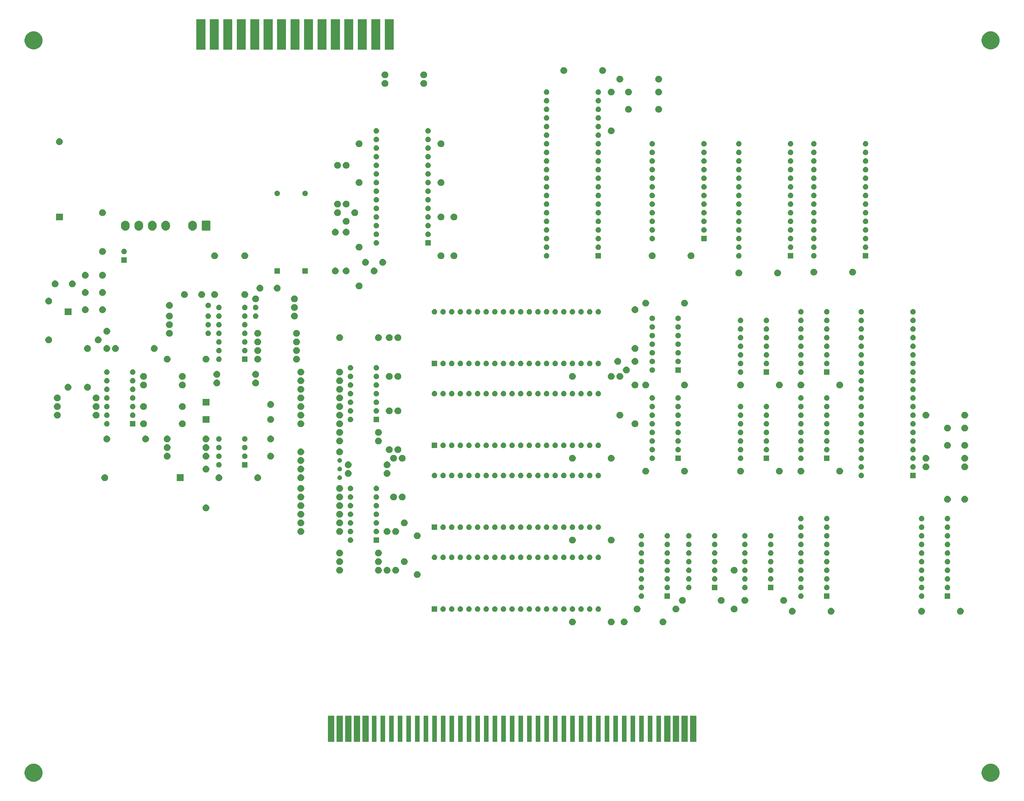
<source format=gbr>
G04 #@! TF.GenerationSoftware,KiCad,Pcbnew,(5.1.5)-3*
G04 #@! TF.CreationDate,2022-02-19T08:40:45-07:00*
G04 #@! TF.ProjectId,SwarsSound,53776172-7353-46f7-956e-642e6b696361,rev?*
G04 #@! TF.SameCoordinates,Original*
G04 #@! TF.FileFunction,Soldermask,Bot*
G04 #@! TF.FilePolarity,Negative*
%FSLAX46Y46*%
G04 Gerber Fmt 4.6, Leading zero omitted, Abs format (unit mm)*
G04 Created by KiCad (PCBNEW (5.1.5)-3) date 2022-02-19 08:40:45*
%MOMM*%
%LPD*%
G04 APERTURE LIST*
%ADD10C,0.100000*%
G04 APERTURE END LIST*
D10*
G36*
X305574288Y-237477510D02*
G01*
X306057376Y-237677612D01*
X306057377Y-237677613D01*
X306492145Y-237968115D01*
X306861885Y-238337855D01*
X307055992Y-238628358D01*
X307152388Y-238772624D01*
X307352490Y-239255712D01*
X307454500Y-239768553D01*
X307454500Y-240291447D01*
X307352490Y-240804288D01*
X307152388Y-241287376D01*
X307152387Y-241287377D01*
X306861885Y-241722145D01*
X306492145Y-242091885D01*
X306201642Y-242285992D01*
X306057376Y-242382388D01*
X305574288Y-242582490D01*
X305061447Y-242684500D01*
X304538553Y-242684500D01*
X304025712Y-242582490D01*
X303542624Y-242382388D01*
X303398358Y-242285992D01*
X303107855Y-242091885D01*
X302738115Y-241722145D01*
X302447613Y-241287377D01*
X302447612Y-241287376D01*
X302247510Y-240804288D01*
X302145500Y-240291447D01*
X302145500Y-239768553D01*
X302247510Y-239255712D01*
X302447612Y-238772624D01*
X302544008Y-238628358D01*
X302738115Y-238337855D01*
X303107855Y-237968115D01*
X303542623Y-237677613D01*
X303542624Y-237677612D01*
X304025712Y-237477510D01*
X304538553Y-237375500D01*
X305061447Y-237375500D01*
X305574288Y-237477510D01*
G37*
G36*
X23634288Y-237477510D02*
G01*
X24117376Y-237677612D01*
X24117377Y-237677613D01*
X24552145Y-237968115D01*
X24921885Y-238337855D01*
X25115992Y-238628358D01*
X25212388Y-238772624D01*
X25412490Y-239255712D01*
X25514500Y-239768553D01*
X25514500Y-240291447D01*
X25412490Y-240804288D01*
X25212388Y-241287376D01*
X25212387Y-241287377D01*
X24921885Y-241722145D01*
X24552145Y-242091885D01*
X24261642Y-242285992D01*
X24117376Y-242382388D01*
X23634288Y-242582490D01*
X23121447Y-242684500D01*
X22598553Y-242684500D01*
X22085712Y-242582490D01*
X21602624Y-242382388D01*
X21458358Y-242285992D01*
X21167855Y-242091885D01*
X20798115Y-241722145D01*
X20507613Y-241287377D01*
X20507612Y-241287376D01*
X20307510Y-240804288D01*
X20205500Y-240291447D01*
X20205500Y-239768553D01*
X20307510Y-239255712D01*
X20507612Y-238772624D01*
X20604008Y-238628358D01*
X20798115Y-238337855D01*
X21167855Y-237968115D01*
X21602623Y-237677613D01*
X21602624Y-237677612D01*
X22085712Y-237477510D01*
X22598553Y-237375500D01*
X23121447Y-237375500D01*
X23634288Y-237477510D01*
G37*
G36*
X189916000Y-230937000D02*
G01*
X188544000Y-230937000D01*
X188544000Y-223215000D01*
X189916000Y-223215000D01*
X189916000Y-230937000D01*
G37*
G36*
X187376000Y-230937000D02*
G01*
X186004000Y-230937000D01*
X186004000Y-223215000D01*
X187376000Y-223215000D01*
X187376000Y-230937000D01*
G37*
G36*
X184836000Y-230937000D02*
G01*
X183464000Y-230937000D01*
X183464000Y-223215000D01*
X184836000Y-223215000D01*
X184836000Y-230937000D01*
G37*
G36*
X182296000Y-230937000D02*
G01*
X180924000Y-230937000D01*
X180924000Y-223215000D01*
X182296000Y-223215000D01*
X182296000Y-230937000D01*
G37*
G36*
X179756000Y-230937000D02*
G01*
X178384000Y-230937000D01*
X178384000Y-223215000D01*
X179756000Y-223215000D01*
X179756000Y-230937000D01*
G37*
G36*
X177216000Y-230937000D02*
G01*
X175844000Y-230937000D01*
X175844000Y-223215000D01*
X177216000Y-223215000D01*
X177216000Y-230937000D01*
G37*
G36*
X174676000Y-230937000D02*
G01*
X173304000Y-230937000D01*
X173304000Y-223215000D01*
X174676000Y-223215000D01*
X174676000Y-230937000D01*
G37*
G36*
X111430000Y-230937000D02*
G01*
X109550000Y-230937000D01*
X109550000Y-223215000D01*
X111430000Y-223215000D01*
X111430000Y-230937000D01*
G37*
G36*
X113970000Y-230937000D02*
G01*
X112090000Y-230937000D01*
X112090000Y-223215000D01*
X113970000Y-223215000D01*
X113970000Y-230937000D01*
G37*
G36*
X116510000Y-230937000D02*
G01*
X114630000Y-230937000D01*
X114630000Y-223215000D01*
X116510000Y-223215000D01*
X116510000Y-230937000D01*
G37*
G36*
X119050000Y-230937000D02*
G01*
X117170000Y-230937000D01*
X117170000Y-223215000D01*
X119050000Y-223215000D01*
X119050000Y-230937000D01*
G37*
G36*
X149276000Y-230937000D02*
G01*
X147904000Y-230937000D01*
X147904000Y-223215000D01*
X149276000Y-223215000D01*
X149276000Y-230937000D01*
G37*
G36*
X123876000Y-230937000D02*
G01*
X122504000Y-230937000D01*
X122504000Y-223215000D01*
X123876000Y-223215000D01*
X123876000Y-230937000D01*
G37*
G36*
X126416000Y-230937000D02*
G01*
X125044000Y-230937000D01*
X125044000Y-223215000D01*
X126416000Y-223215000D01*
X126416000Y-230937000D01*
G37*
G36*
X128956000Y-230937000D02*
G01*
X127584000Y-230937000D01*
X127584000Y-223215000D01*
X128956000Y-223215000D01*
X128956000Y-230937000D01*
G37*
G36*
X131496000Y-230937000D02*
G01*
X130124000Y-230937000D01*
X130124000Y-223215000D01*
X131496000Y-223215000D01*
X131496000Y-230937000D01*
G37*
G36*
X134036000Y-230937000D02*
G01*
X132664000Y-230937000D01*
X132664000Y-223215000D01*
X134036000Y-223215000D01*
X134036000Y-230937000D01*
G37*
G36*
X136576000Y-230937000D02*
G01*
X135204000Y-230937000D01*
X135204000Y-223215000D01*
X136576000Y-223215000D01*
X136576000Y-230937000D01*
G37*
G36*
X139116000Y-230937000D02*
G01*
X137744000Y-230937000D01*
X137744000Y-223215000D01*
X139116000Y-223215000D01*
X139116000Y-230937000D01*
G37*
G36*
X141656000Y-230937000D02*
G01*
X140284000Y-230937000D01*
X140284000Y-223215000D01*
X141656000Y-223215000D01*
X141656000Y-230937000D01*
G37*
G36*
X144196000Y-230937000D02*
G01*
X142824000Y-230937000D01*
X142824000Y-223215000D01*
X144196000Y-223215000D01*
X144196000Y-230937000D01*
G37*
G36*
X200076000Y-230937000D02*
G01*
X198704000Y-230937000D01*
X198704000Y-223215000D01*
X200076000Y-223215000D01*
X200076000Y-230937000D01*
G37*
G36*
X197536000Y-230937000D02*
G01*
X196164000Y-230937000D01*
X196164000Y-223215000D01*
X197536000Y-223215000D01*
X197536000Y-230937000D01*
G37*
G36*
X121590000Y-230937000D02*
G01*
X119710000Y-230937000D01*
X119710000Y-223215000D01*
X121590000Y-223215000D01*
X121590000Y-230937000D01*
G37*
G36*
X151816000Y-230937000D02*
G01*
X150444000Y-230937000D01*
X150444000Y-223215000D01*
X151816000Y-223215000D01*
X151816000Y-230937000D01*
G37*
G36*
X154356000Y-230937000D02*
G01*
X152984000Y-230937000D01*
X152984000Y-223215000D01*
X154356000Y-223215000D01*
X154356000Y-230937000D01*
G37*
G36*
X156896000Y-230937000D02*
G01*
X155524000Y-230937000D01*
X155524000Y-223215000D01*
X156896000Y-223215000D01*
X156896000Y-230937000D01*
G37*
G36*
X159436000Y-230937000D02*
G01*
X158064000Y-230937000D01*
X158064000Y-223215000D01*
X159436000Y-223215000D01*
X159436000Y-230937000D01*
G37*
G36*
X161976000Y-230937000D02*
G01*
X160604000Y-230937000D01*
X160604000Y-223215000D01*
X161976000Y-223215000D01*
X161976000Y-230937000D01*
G37*
G36*
X164516000Y-230937000D02*
G01*
X163144000Y-230937000D01*
X163144000Y-223215000D01*
X164516000Y-223215000D01*
X164516000Y-230937000D01*
G37*
G36*
X167056000Y-230937000D02*
G01*
X165684000Y-230937000D01*
X165684000Y-223215000D01*
X167056000Y-223215000D01*
X167056000Y-230937000D01*
G37*
G36*
X169596000Y-230937000D02*
G01*
X168224000Y-230937000D01*
X168224000Y-223215000D01*
X169596000Y-223215000D01*
X169596000Y-230937000D01*
G37*
G36*
X172136000Y-230937000D02*
G01*
X170764000Y-230937000D01*
X170764000Y-223215000D01*
X172136000Y-223215000D01*
X172136000Y-230937000D01*
G37*
G36*
X146736000Y-230937000D02*
G01*
X145364000Y-230937000D01*
X145364000Y-223215000D01*
X146736000Y-223215000D01*
X146736000Y-230937000D01*
G37*
G36*
X218110000Y-230937000D02*
G01*
X216230000Y-230937000D01*
X216230000Y-223215000D01*
X218110000Y-223215000D01*
X218110000Y-230937000D01*
G37*
G36*
X215570000Y-230937000D02*
G01*
X213690000Y-230937000D01*
X213690000Y-223215000D01*
X215570000Y-223215000D01*
X215570000Y-230937000D01*
G37*
G36*
X213030000Y-230937000D02*
G01*
X211150000Y-230937000D01*
X211150000Y-223215000D01*
X213030000Y-223215000D01*
X213030000Y-230937000D01*
G37*
G36*
X210490000Y-230937000D02*
G01*
X208610000Y-230937000D01*
X208610000Y-223215000D01*
X210490000Y-223215000D01*
X210490000Y-230937000D01*
G37*
G36*
X192456000Y-230937000D02*
G01*
X191084000Y-230937000D01*
X191084000Y-223215000D01*
X192456000Y-223215000D01*
X192456000Y-230937000D01*
G37*
G36*
X194996000Y-230937000D02*
G01*
X193624000Y-230937000D01*
X193624000Y-223215000D01*
X194996000Y-223215000D01*
X194996000Y-230937000D01*
G37*
G36*
X207696000Y-230937000D02*
G01*
X206324000Y-230937000D01*
X206324000Y-223215000D01*
X207696000Y-223215000D01*
X207696000Y-230937000D01*
G37*
G36*
X205156000Y-230937000D02*
G01*
X203784000Y-230937000D01*
X203784000Y-223215000D01*
X205156000Y-223215000D01*
X205156000Y-230937000D01*
G37*
G36*
X202616000Y-230937000D02*
G01*
X201244000Y-230937000D01*
X201244000Y-223215000D01*
X202616000Y-223215000D01*
X202616000Y-230937000D01*
G37*
G36*
X196976425Y-194581988D02*
G01*
X197142710Y-194615063D01*
X197325336Y-194690709D01*
X197489694Y-194800530D01*
X197629470Y-194940306D01*
X197739291Y-195104664D01*
X197814937Y-195287290D01*
X197853500Y-195481164D01*
X197853500Y-195678836D01*
X197814937Y-195872710D01*
X197739291Y-196055336D01*
X197629470Y-196219694D01*
X197489694Y-196359470D01*
X197325336Y-196469291D01*
X197142710Y-196544937D01*
X196976425Y-196578012D01*
X196948837Y-196583500D01*
X196751163Y-196583500D01*
X196723575Y-196578012D01*
X196557290Y-196544937D01*
X196374664Y-196469291D01*
X196210306Y-196359470D01*
X196070530Y-196219694D01*
X195960709Y-196055336D01*
X195885063Y-195872710D01*
X195846500Y-195678836D01*
X195846500Y-195481164D01*
X195885063Y-195287290D01*
X195960709Y-195104664D01*
X196070530Y-194940306D01*
X196210306Y-194800530D01*
X196374664Y-194690709D01*
X196557290Y-194615063D01*
X196723575Y-194581988D01*
X196751163Y-194576500D01*
X196948837Y-194576500D01*
X196976425Y-194581988D01*
G37*
G36*
X208406425Y-194581988D02*
G01*
X208572710Y-194615063D01*
X208755336Y-194690709D01*
X208919694Y-194800530D01*
X209059470Y-194940306D01*
X209169291Y-195104664D01*
X209244937Y-195287290D01*
X209283500Y-195481164D01*
X209283500Y-195678836D01*
X209244937Y-195872710D01*
X209169291Y-196055336D01*
X209059470Y-196219694D01*
X208919694Y-196359470D01*
X208755336Y-196469291D01*
X208572710Y-196544937D01*
X208406425Y-196578012D01*
X208378837Y-196583500D01*
X208181163Y-196583500D01*
X208153575Y-196578012D01*
X207987290Y-196544937D01*
X207804664Y-196469291D01*
X207640306Y-196359470D01*
X207500530Y-196219694D01*
X207390709Y-196055336D01*
X207315063Y-195872710D01*
X207276500Y-195678836D01*
X207276500Y-195481164D01*
X207315063Y-195287290D01*
X207390709Y-195104664D01*
X207500530Y-194940306D01*
X207640306Y-194800530D01*
X207804664Y-194690709D01*
X207987290Y-194615063D01*
X208153575Y-194581988D01*
X208181163Y-194576500D01*
X208378837Y-194576500D01*
X208406425Y-194581988D01*
G37*
G36*
X181736425Y-194581988D02*
G01*
X181902710Y-194615063D01*
X182085336Y-194690709D01*
X182249694Y-194800530D01*
X182389470Y-194940306D01*
X182499291Y-195104664D01*
X182574937Y-195287290D01*
X182613500Y-195481164D01*
X182613500Y-195678836D01*
X182574937Y-195872710D01*
X182499291Y-196055336D01*
X182389470Y-196219694D01*
X182249694Y-196359470D01*
X182085336Y-196469291D01*
X181902710Y-196544937D01*
X181736425Y-196578012D01*
X181708837Y-196583500D01*
X181511163Y-196583500D01*
X181483575Y-196578012D01*
X181317290Y-196544937D01*
X181134664Y-196469291D01*
X180970306Y-196359470D01*
X180830530Y-196219694D01*
X180720709Y-196055336D01*
X180645063Y-195872710D01*
X180606500Y-195678836D01*
X180606500Y-195481164D01*
X180645063Y-195287290D01*
X180720709Y-195104664D01*
X180830530Y-194940306D01*
X180970306Y-194800530D01*
X181134664Y-194690709D01*
X181317290Y-194615063D01*
X181483575Y-194581988D01*
X181511163Y-194576500D01*
X181708837Y-194576500D01*
X181736425Y-194581988D01*
G37*
G36*
X193166425Y-194581988D02*
G01*
X193332710Y-194615063D01*
X193515336Y-194690709D01*
X193679694Y-194800530D01*
X193819470Y-194940306D01*
X193929291Y-195104664D01*
X194004937Y-195287290D01*
X194043500Y-195481164D01*
X194043500Y-195678836D01*
X194004937Y-195872710D01*
X193929291Y-196055336D01*
X193819470Y-196219694D01*
X193679694Y-196359470D01*
X193515336Y-196469291D01*
X193332710Y-196544937D01*
X193166425Y-196578012D01*
X193138837Y-196583500D01*
X192941163Y-196583500D01*
X192913575Y-196578012D01*
X192747290Y-196544937D01*
X192564664Y-196469291D01*
X192400306Y-196359470D01*
X192260530Y-196219694D01*
X192150709Y-196055336D01*
X192075063Y-195872710D01*
X192036500Y-195678836D01*
X192036500Y-195481164D01*
X192075063Y-195287290D01*
X192150709Y-195104664D01*
X192260530Y-194940306D01*
X192400306Y-194800530D01*
X192564664Y-194690709D01*
X192747290Y-194615063D01*
X192913575Y-194581988D01*
X192941163Y-194576500D01*
X193138837Y-194576500D01*
X193166425Y-194581988D01*
G37*
G36*
X284606425Y-191406988D02*
G01*
X284772710Y-191440063D01*
X284955336Y-191515709D01*
X285119694Y-191625530D01*
X285259470Y-191765306D01*
X285369291Y-191929664D01*
X285444937Y-192112290D01*
X285483500Y-192306164D01*
X285483500Y-192503836D01*
X285444937Y-192697710D01*
X285369291Y-192880336D01*
X285259470Y-193044694D01*
X285119694Y-193184470D01*
X284955336Y-193294291D01*
X284772710Y-193369937D01*
X284606425Y-193403012D01*
X284578837Y-193408500D01*
X284381163Y-193408500D01*
X284353575Y-193403012D01*
X284187290Y-193369937D01*
X284004664Y-193294291D01*
X283840306Y-193184470D01*
X283700530Y-193044694D01*
X283590709Y-192880336D01*
X283515063Y-192697710D01*
X283476500Y-192503836D01*
X283476500Y-192306164D01*
X283515063Y-192112290D01*
X283590709Y-191929664D01*
X283700530Y-191765306D01*
X283840306Y-191625530D01*
X284004664Y-191515709D01*
X284187290Y-191440063D01*
X284353575Y-191406988D01*
X284381163Y-191401500D01*
X284578837Y-191401500D01*
X284606425Y-191406988D01*
G37*
G36*
X296036425Y-191406988D02*
G01*
X296202710Y-191440063D01*
X296385336Y-191515709D01*
X296549694Y-191625530D01*
X296689470Y-191765306D01*
X296799291Y-191929664D01*
X296874937Y-192112290D01*
X296913500Y-192306164D01*
X296913500Y-192503836D01*
X296874937Y-192697710D01*
X296799291Y-192880336D01*
X296689470Y-193044694D01*
X296549694Y-193184470D01*
X296385336Y-193294291D01*
X296202710Y-193369937D01*
X296036425Y-193403012D01*
X296008837Y-193408500D01*
X295811163Y-193408500D01*
X295783575Y-193403012D01*
X295617290Y-193369937D01*
X295434664Y-193294291D01*
X295270306Y-193184470D01*
X295130530Y-193044694D01*
X295020709Y-192880336D01*
X294945063Y-192697710D01*
X294906500Y-192503836D01*
X294906500Y-192306164D01*
X294945063Y-192112290D01*
X295020709Y-191929664D01*
X295130530Y-191765306D01*
X295270306Y-191625530D01*
X295434664Y-191515709D01*
X295617290Y-191440063D01*
X295783575Y-191406988D01*
X295811163Y-191401500D01*
X296008837Y-191401500D01*
X296036425Y-191406988D01*
G37*
G36*
X246506425Y-191406988D02*
G01*
X246672710Y-191440063D01*
X246855336Y-191515709D01*
X247019694Y-191625530D01*
X247159470Y-191765306D01*
X247269291Y-191929664D01*
X247344937Y-192112290D01*
X247383500Y-192306164D01*
X247383500Y-192503836D01*
X247344937Y-192697710D01*
X247269291Y-192880336D01*
X247159470Y-193044694D01*
X247019694Y-193184470D01*
X246855336Y-193294291D01*
X246672710Y-193369937D01*
X246506425Y-193403012D01*
X246478837Y-193408500D01*
X246281163Y-193408500D01*
X246253575Y-193403012D01*
X246087290Y-193369937D01*
X245904664Y-193294291D01*
X245740306Y-193184470D01*
X245600530Y-193044694D01*
X245490709Y-192880336D01*
X245415063Y-192697710D01*
X245376500Y-192503836D01*
X245376500Y-192306164D01*
X245415063Y-192112290D01*
X245490709Y-191929664D01*
X245600530Y-191765306D01*
X245740306Y-191625530D01*
X245904664Y-191515709D01*
X246087290Y-191440063D01*
X246253575Y-191406988D01*
X246281163Y-191401500D01*
X246478837Y-191401500D01*
X246506425Y-191406988D01*
G37*
G36*
X257936425Y-191406988D02*
G01*
X258102710Y-191440063D01*
X258285336Y-191515709D01*
X258449694Y-191625530D01*
X258589470Y-191765306D01*
X258699291Y-191929664D01*
X258774937Y-192112290D01*
X258813500Y-192306164D01*
X258813500Y-192503836D01*
X258774937Y-192697710D01*
X258699291Y-192880336D01*
X258589470Y-193044694D01*
X258449694Y-193184470D01*
X258285336Y-193294291D01*
X258102710Y-193369937D01*
X257936425Y-193403012D01*
X257908837Y-193408500D01*
X257711163Y-193408500D01*
X257683575Y-193403012D01*
X257517290Y-193369937D01*
X257334664Y-193294291D01*
X257170306Y-193184470D01*
X257030530Y-193044694D01*
X256920709Y-192880336D01*
X256845063Y-192697710D01*
X256806500Y-192503836D01*
X256806500Y-192306164D01*
X256845063Y-192112290D01*
X256920709Y-191929664D01*
X257030530Y-191765306D01*
X257170306Y-191625530D01*
X257334664Y-191515709D01*
X257517290Y-191440063D01*
X257683575Y-191406988D01*
X257711163Y-191401500D01*
X257908837Y-191401500D01*
X257936425Y-191406988D01*
G37*
G36*
X200786425Y-190771988D02*
G01*
X200952710Y-190805063D01*
X201135336Y-190880709D01*
X201299694Y-190990530D01*
X201439470Y-191130306D01*
X201549291Y-191294664D01*
X201624937Y-191477290D01*
X201663500Y-191671164D01*
X201663500Y-191868836D01*
X201624937Y-192062710D01*
X201549291Y-192245336D01*
X201439470Y-192409694D01*
X201299694Y-192549470D01*
X201135336Y-192659291D01*
X200952710Y-192734937D01*
X200786425Y-192768012D01*
X200758837Y-192773500D01*
X200561163Y-192773500D01*
X200533575Y-192768012D01*
X200367290Y-192734937D01*
X200184664Y-192659291D01*
X200020306Y-192549470D01*
X199880530Y-192409694D01*
X199770709Y-192245336D01*
X199695063Y-192062710D01*
X199656500Y-191868836D01*
X199656500Y-191671164D01*
X199695063Y-191477290D01*
X199770709Y-191294664D01*
X199880530Y-191130306D01*
X200020306Y-190990530D01*
X200184664Y-190880709D01*
X200367290Y-190805063D01*
X200533575Y-190771988D01*
X200561163Y-190766500D01*
X200758837Y-190766500D01*
X200786425Y-190771988D01*
G37*
G36*
X212216425Y-190771988D02*
G01*
X212382710Y-190805063D01*
X212565336Y-190880709D01*
X212729694Y-190990530D01*
X212869470Y-191130306D01*
X212979291Y-191294664D01*
X213054937Y-191477290D01*
X213093500Y-191671164D01*
X213093500Y-191868836D01*
X213054937Y-192062710D01*
X212979291Y-192245336D01*
X212869470Y-192409694D01*
X212729694Y-192549470D01*
X212565336Y-192659291D01*
X212382710Y-192734937D01*
X212216425Y-192768012D01*
X212188837Y-192773500D01*
X211991163Y-192773500D01*
X211963575Y-192768012D01*
X211797290Y-192734937D01*
X211614664Y-192659291D01*
X211450306Y-192549470D01*
X211310530Y-192409694D01*
X211200709Y-192245336D01*
X211125063Y-192062710D01*
X211086500Y-191868836D01*
X211086500Y-191671164D01*
X211125063Y-191477290D01*
X211200709Y-191294664D01*
X211310530Y-191130306D01*
X211450306Y-190990530D01*
X211614664Y-190880709D01*
X211797290Y-190805063D01*
X211963575Y-190771988D01*
X211991163Y-190766500D01*
X212188837Y-190766500D01*
X212216425Y-190771988D01*
G37*
G36*
X229361425Y-190771988D02*
G01*
X229527710Y-190805063D01*
X229710336Y-190880709D01*
X229874694Y-190990530D01*
X230014470Y-191130306D01*
X230124291Y-191294664D01*
X230199937Y-191477290D01*
X230238500Y-191671164D01*
X230238500Y-191868836D01*
X230199937Y-192062710D01*
X230124291Y-192245336D01*
X230014470Y-192409694D01*
X229874694Y-192549470D01*
X229710336Y-192659291D01*
X229527710Y-192734937D01*
X229361425Y-192768012D01*
X229333837Y-192773500D01*
X229136163Y-192773500D01*
X229108575Y-192768012D01*
X228942290Y-192734937D01*
X228759664Y-192659291D01*
X228595306Y-192549470D01*
X228455530Y-192409694D01*
X228345709Y-192245336D01*
X228270063Y-192062710D01*
X228231500Y-191868836D01*
X228231500Y-191671164D01*
X228270063Y-191477290D01*
X228345709Y-191294664D01*
X228455530Y-191130306D01*
X228595306Y-190990530D01*
X228759664Y-190880709D01*
X228942290Y-190805063D01*
X229108575Y-190771988D01*
X229136163Y-190766500D01*
X229333837Y-190766500D01*
X229361425Y-190771988D01*
G37*
G36*
X161527142Y-190988242D02*
G01*
X161675101Y-191049529D01*
X161808255Y-191138499D01*
X161921501Y-191251745D01*
X162010471Y-191384899D01*
X162071758Y-191532858D01*
X162103000Y-191689925D01*
X162103000Y-191850075D01*
X162071758Y-192007142D01*
X162010471Y-192155101D01*
X161921501Y-192288255D01*
X161808255Y-192401501D01*
X161675101Y-192490471D01*
X161527142Y-192551758D01*
X161370075Y-192583000D01*
X161209925Y-192583000D01*
X161052858Y-192551758D01*
X160904899Y-192490471D01*
X160771745Y-192401501D01*
X160658499Y-192288255D01*
X160569529Y-192155101D01*
X160508242Y-192007142D01*
X160477000Y-191850075D01*
X160477000Y-191689925D01*
X160508242Y-191532858D01*
X160569529Y-191384899D01*
X160658499Y-191251745D01*
X160771745Y-191138499D01*
X160904899Y-191049529D01*
X161052858Y-190988242D01*
X161209925Y-190957000D01*
X161370075Y-190957000D01*
X161527142Y-190988242D01*
G37*
G36*
X158987142Y-190988242D02*
G01*
X159135101Y-191049529D01*
X159268255Y-191138499D01*
X159381501Y-191251745D01*
X159470471Y-191384899D01*
X159531758Y-191532858D01*
X159563000Y-191689925D01*
X159563000Y-191850075D01*
X159531758Y-192007142D01*
X159470471Y-192155101D01*
X159381501Y-192288255D01*
X159268255Y-192401501D01*
X159135101Y-192490471D01*
X158987142Y-192551758D01*
X158830075Y-192583000D01*
X158669925Y-192583000D01*
X158512858Y-192551758D01*
X158364899Y-192490471D01*
X158231745Y-192401501D01*
X158118499Y-192288255D01*
X158029529Y-192155101D01*
X157968242Y-192007142D01*
X157937000Y-191850075D01*
X157937000Y-191689925D01*
X157968242Y-191532858D01*
X158029529Y-191384899D01*
X158118499Y-191251745D01*
X158231745Y-191138499D01*
X158364899Y-191049529D01*
X158512858Y-190988242D01*
X158669925Y-190957000D01*
X158830075Y-190957000D01*
X158987142Y-190988242D01*
G37*
G36*
X156447142Y-190988242D02*
G01*
X156595101Y-191049529D01*
X156728255Y-191138499D01*
X156841501Y-191251745D01*
X156930471Y-191384899D01*
X156991758Y-191532858D01*
X157023000Y-191689925D01*
X157023000Y-191850075D01*
X156991758Y-192007142D01*
X156930471Y-192155101D01*
X156841501Y-192288255D01*
X156728255Y-192401501D01*
X156595101Y-192490471D01*
X156447142Y-192551758D01*
X156290075Y-192583000D01*
X156129925Y-192583000D01*
X155972858Y-192551758D01*
X155824899Y-192490471D01*
X155691745Y-192401501D01*
X155578499Y-192288255D01*
X155489529Y-192155101D01*
X155428242Y-192007142D01*
X155397000Y-191850075D01*
X155397000Y-191689925D01*
X155428242Y-191532858D01*
X155489529Y-191384899D01*
X155578499Y-191251745D01*
X155691745Y-191138499D01*
X155824899Y-191049529D01*
X155972858Y-190988242D01*
X156129925Y-190957000D01*
X156290075Y-190957000D01*
X156447142Y-190988242D01*
G37*
G36*
X153907142Y-190988242D02*
G01*
X154055101Y-191049529D01*
X154188255Y-191138499D01*
X154301501Y-191251745D01*
X154390471Y-191384899D01*
X154451758Y-191532858D01*
X154483000Y-191689925D01*
X154483000Y-191850075D01*
X154451758Y-192007142D01*
X154390471Y-192155101D01*
X154301501Y-192288255D01*
X154188255Y-192401501D01*
X154055101Y-192490471D01*
X153907142Y-192551758D01*
X153750075Y-192583000D01*
X153589925Y-192583000D01*
X153432858Y-192551758D01*
X153284899Y-192490471D01*
X153151745Y-192401501D01*
X153038499Y-192288255D01*
X152949529Y-192155101D01*
X152888242Y-192007142D01*
X152857000Y-191850075D01*
X152857000Y-191689925D01*
X152888242Y-191532858D01*
X152949529Y-191384899D01*
X153038499Y-191251745D01*
X153151745Y-191138499D01*
X153284899Y-191049529D01*
X153432858Y-190988242D01*
X153589925Y-190957000D01*
X153750075Y-190957000D01*
X153907142Y-190988242D01*
G37*
G36*
X151367142Y-190988242D02*
G01*
X151515101Y-191049529D01*
X151648255Y-191138499D01*
X151761501Y-191251745D01*
X151850471Y-191384899D01*
X151911758Y-191532858D01*
X151943000Y-191689925D01*
X151943000Y-191850075D01*
X151911758Y-192007142D01*
X151850471Y-192155101D01*
X151761501Y-192288255D01*
X151648255Y-192401501D01*
X151515101Y-192490471D01*
X151367142Y-192551758D01*
X151210075Y-192583000D01*
X151049925Y-192583000D01*
X150892858Y-192551758D01*
X150744899Y-192490471D01*
X150611745Y-192401501D01*
X150498499Y-192288255D01*
X150409529Y-192155101D01*
X150348242Y-192007142D01*
X150317000Y-191850075D01*
X150317000Y-191689925D01*
X150348242Y-191532858D01*
X150409529Y-191384899D01*
X150498499Y-191251745D01*
X150611745Y-191138499D01*
X150744899Y-191049529D01*
X150892858Y-190988242D01*
X151049925Y-190957000D01*
X151210075Y-190957000D01*
X151367142Y-190988242D01*
G37*
G36*
X148827142Y-190988242D02*
G01*
X148975101Y-191049529D01*
X149108255Y-191138499D01*
X149221501Y-191251745D01*
X149310471Y-191384899D01*
X149371758Y-191532858D01*
X149403000Y-191689925D01*
X149403000Y-191850075D01*
X149371758Y-192007142D01*
X149310471Y-192155101D01*
X149221501Y-192288255D01*
X149108255Y-192401501D01*
X148975101Y-192490471D01*
X148827142Y-192551758D01*
X148670075Y-192583000D01*
X148509925Y-192583000D01*
X148352858Y-192551758D01*
X148204899Y-192490471D01*
X148071745Y-192401501D01*
X147958499Y-192288255D01*
X147869529Y-192155101D01*
X147808242Y-192007142D01*
X147777000Y-191850075D01*
X147777000Y-191689925D01*
X147808242Y-191532858D01*
X147869529Y-191384899D01*
X147958499Y-191251745D01*
X148071745Y-191138499D01*
X148204899Y-191049529D01*
X148352858Y-190988242D01*
X148509925Y-190957000D01*
X148670075Y-190957000D01*
X148827142Y-190988242D01*
G37*
G36*
X146287142Y-190988242D02*
G01*
X146435101Y-191049529D01*
X146568255Y-191138499D01*
X146681501Y-191251745D01*
X146770471Y-191384899D01*
X146831758Y-191532858D01*
X146863000Y-191689925D01*
X146863000Y-191850075D01*
X146831758Y-192007142D01*
X146770471Y-192155101D01*
X146681501Y-192288255D01*
X146568255Y-192401501D01*
X146435101Y-192490471D01*
X146287142Y-192551758D01*
X146130075Y-192583000D01*
X145969925Y-192583000D01*
X145812858Y-192551758D01*
X145664899Y-192490471D01*
X145531745Y-192401501D01*
X145418499Y-192288255D01*
X145329529Y-192155101D01*
X145268242Y-192007142D01*
X145237000Y-191850075D01*
X145237000Y-191689925D01*
X145268242Y-191532858D01*
X145329529Y-191384899D01*
X145418499Y-191251745D01*
X145531745Y-191138499D01*
X145664899Y-191049529D01*
X145812858Y-190988242D01*
X145969925Y-190957000D01*
X146130075Y-190957000D01*
X146287142Y-190988242D01*
G37*
G36*
X141783000Y-192583000D02*
G01*
X140157000Y-192583000D01*
X140157000Y-190957000D01*
X141783000Y-190957000D01*
X141783000Y-192583000D01*
G37*
G36*
X143747142Y-190988242D02*
G01*
X143895101Y-191049529D01*
X144028255Y-191138499D01*
X144141501Y-191251745D01*
X144230471Y-191384899D01*
X144291758Y-191532858D01*
X144323000Y-191689925D01*
X144323000Y-191850075D01*
X144291758Y-192007142D01*
X144230471Y-192155101D01*
X144141501Y-192288255D01*
X144028255Y-192401501D01*
X143895101Y-192490471D01*
X143747142Y-192551758D01*
X143590075Y-192583000D01*
X143429925Y-192583000D01*
X143272858Y-192551758D01*
X143124899Y-192490471D01*
X142991745Y-192401501D01*
X142878499Y-192288255D01*
X142789529Y-192155101D01*
X142728242Y-192007142D01*
X142697000Y-191850075D01*
X142697000Y-191689925D01*
X142728242Y-191532858D01*
X142789529Y-191384899D01*
X142878499Y-191251745D01*
X142991745Y-191138499D01*
X143124899Y-191049529D01*
X143272858Y-190988242D01*
X143429925Y-190957000D01*
X143590075Y-190957000D01*
X143747142Y-190988242D01*
G37*
G36*
X181847142Y-190988242D02*
G01*
X181995101Y-191049529D01*
X182128255Y-191138499D01*
X182241501Y-191251745D01*
X182330471Y-191384899D01*
X182391758Y-191532858D01*
X182423000Y-191689925D01*
X182423000Y-191850075D01*
X182391758Y-192007142D01*
X182330471Y-192155101D01*
X182241501Y-192288255D01*
X182128255Y-192401501D01*
X181995101Y-192490471D01*
X181847142Y-192551758D01*
X181690075Y-192583000D01*
X181529925Y-192583000D01*
X181372858Y-192551758D01*
X181224899Y-192490471D01*
X181091745Y-192401501D01*
X180978499Y-192288255D01*
X180889529Y-192155101D01*
X180828242Y-192007142D01*
X180797000Y-191850075D01*
X180797000Y-191689925D01*
X180828242Y-191532858D01*
X180889529Y-191384899D01*
X180978499Y-191251745D01*
X181091745Y-191138499D01*
X181224899Y-191049529D01*
X181372858Y-190988242D01*
X181529925Y-190957000D01*
X181690075Y-190957000D01*
X181847142Y-190988242D01*
G37*
G36*
X166607142Y-190988242D02*
G01*
X166755101Y-191049529D01*
X166888255Y-191138499D01*
X167001501Y-191251745D01*
X167090471Y-191384899D01*
X167151758Y-191532858D01*
X167183000Y-191689925D01*
X167183000Y-191850075D01*
X167151758Y-192007142D01*
X167090471Y-192155101D01*
X167001501Y-192288255D01*
X166888255Y-192401501D01*
X166755101Y-192490471D01*
X166607142Y-192551758D01*
X166450075Y-192583000D01*
X166289925Y-192583000D01*
X166132858Y-192551758D01*
X165984899Y-192490471D01*
X165851745Y-192401501D01*
X165738499Y-192288255D01*
X165649529Y-192155101D01*
X165588242Y-192007142D01*
X165557000Y-191850075D01*
X165557000Y-191689925D01*
X165588242Y-191532858D01*
X165649529Y-191384899D01*
X165738499Y-191251745D01*
X165851745Y-191138499D01*
X165984899Y-191049529D01*
X166132858Y-190988242D01*
X166289925Y-190957000D01*
X166450075Y-190957000D01*
X166607142Y-190988242D01*
G37*
G36*
X164067142Y-190988242D02*
G01*
X164215101Y-191049529D01*
X164348255Y-191138499D01*
X164461501Y-191251745D01*
X164550471Y-191384899D01*
X164611758Y-191532858D01*
X164643000Y-191689925D01*
X164643000Y-191850075D01*
X164611758Y-192007142D01*
X164550471Y-192155101D01*
X164461501Y-192288255D01*
X164348255Y-192401501D01*
X164215101Y-192490471D01*
X164067142Y-192551758D01*
X163910075Y-192583000D01*
X163749925Y-192583000D01*
X163592858Y-192551758D01*
X163444899Y-192490471D01*
X163311745Y-192401501D01*
X163198499Y-192288255D01*
X163109529Y-192155101D01*
X163048242Y-192007142D01*
X163017000Y-191850075D01*
X163017000Y-191689925D01*
X163048242Y-191532858D01*
X163109529Y-191384899D01*
X163198499Y-191251745D01*
X163311745Y-191138499D01*
X163444899Y-191049529D01*
X163592858Y-190988242D01*
X163749925Y-190957000D01*
X163910075Y-190957000D01*
X164067142Y-190988242D01*
G37*
G36*
X186927142Y-190988242D02*
G01*
X187075101Y-191049529D01*
X187208255Y-191138499D01*
X187321501Y-191251745D01*
X187410471Y-191384899D01*
X187471758Y-191532858D01*
X187503000Y-191689925D01*
X187503000Y-191850075D01*
X187471758Y-192007142D01*
X187410471Y-192155101D01*
X187321501Y-192288255D01*
X187208255Y-192401501D01*
X187075101Y-192490471D01*
X186927142Y-192551758D01*
X186770075Y-192583000D01*
X186609925Y-192583000D01*
X186452858Y-192551758D01*
X186304899Y-192490471D01*
X186171745Y-192401501D01*
X186058499Y-192288255D01*
X185969529Y-192155101D01*
X185908242Y-192007142D01*
X185877000Y-191850075D01*
X185877000Y-191689925D01*
X185908242Y-191532858D01*
X185969529Y-191384899D01*
X186058499Y-191251745D01*
X186171745Y-191138499D01*
X186304899Y-191049529D01*
X186452858Y-190988242D01*
X186609925Y-190957000D01*
X186770075Y-190957000D01*
X186927142Y-190988242D01*
G37*
G36*
X184387142Y-190988242D02*
G01*
X184535101Y-191049529D01*
X184668255Y-191138499D01*
X184781501Y-191251745D01*
X184870471Y-191384899D01*
X184931758Y-191532858D01*
X184963000Y-191689925D01*
X184963000Y-191850075D01*
X184931758Y-192007142D01*
X184870471Y-192155101D01*
X184781501Y-192288255D01*
X184668255Y-192401501D01*
X184535101Y-192490471D01*
X184387142Y-192551758D01*
X184230075Y-192583000D01*
X184069925Y-192583000D01*
X183912858Y-192551758D01*
X183764899Y-192490471D01*
X183631745Y-192401501D01*
X183518499Y-192288255D01*
X183429529Y-192155101D01*
X183368242Y-192007142D01*
X183337000Y-191850075D01*
X183337000Y-191689925D01*
X183368242Y-191532858D01*
X183429529Y-191384899D01*
X183518499Y-191251745D01*
X183631745Y-191138499D01*
X183764899Y-191049529D01*
X183912858Y-190988242D01*
X184069925Y-190957000D01*
X184230075Y-190957000D01*
X184387142Y-190988242D01*
G37*
G36*
X174227142Y-190988242D02*
G01*
X174375101Y-191049529D01*
X174508255Y-191138499D01*
X174621501Y-191251745D01*
X174710471Y-191384899D01*
X174771758Y-191532858D01*
X174803000Y-191689925D01*
X174803000Y-191850075D01*
X174771758Y-192007142D01*
X174710471Y-192155101D01*
X174621501Y-192288255D01*
X174508255Y-192401501D01*
X174375101Y-192490471D01*
X174227142Y-192551758D01*
X174070075Y-192583000D01*
X173909925Y-192583000D01*
X173752858Y-192551758D01*
X173604899Y-192490471D01*
X173471745Y-192401501D01*
X173358499Y-192288255D01*
X173269529Y-192155101D01*
X173208242Y-192007142D01*
X173177000Y-191850075D01*
X173177000Y-191689925D01*
X173208242Y-191532858D01*
X173269529Y-191384899D01*
X173358499Y-191251745D01*
X173471745Y-191138499D01*
X173604899Y-191049529D01*
X173752858Y-190988242D01*
X173909925Y-190957000D01*
X174070075Y-190957000D01*
X174227142Y-190988242D01*
G37*
G36*
X179307142Y-190988242D02*
G01*
X179455101Y-191049529D01*
X179588255Y-191138499D01*
X179701501Y-191251745D01*
X179790471Y-191384899D01*
X179851758Y-191532858D01*
X179883000Y-191689925D01*
X179883000Y-191850075D01*
X179851758Y-192007142D01*
X179790471Y-192155101D01*
X179701501Y-192288255D01*
X179588255Y-192401501D01*
X179455101Y-192490471D01*
X179307142Y-192551758D01*
X179150075Y-192583000D01*
X178989925Y-192583000D01*
X178832858Y-192551758D01*
X178684899Y-192490471D01*
X178551745Y-192401501D01*
X178438499Y-192288255D01*
X178349529Y-192155101D01*
X178288242Y-192007142D01*
X178257000Y-191850075D01*
X178257000Y-191689925D01*
X178288242Y-191532858D01*
X178349529Y-191384899D01*
X178438499Y-191251745D01*
X178551745Y-191138499D01*
X178684899Y-191049529D01*
X178832858Y-190988242D01*
X178989925Y-190957000D01*
X179150075Y-190957000D01*
X179307142Y-190988242D01*
G37*
G36*
X189467142Y-190988242D02*
G01*
X189615101Y-191049529D01*
X189748255Y-191138499D01*
X189861501Y-191251745D01*
X189950471Y-191384899D01*
X190011758Y-191532858D01*
X190043000Y-191689925D01*
X190043000Y-191850075D01*
X190011758Y-192007142D01*
X189950471Y-192155101D01*
X189861501Y-192288255D01*
X189748255Y-192401501D01*
X189615101Y-192490471D01*
X189467142Y-192551758D01*
X189310075Y-192583000D01*
X189149925Y-192583000D01*
X188992858Y-192551758D01*
X188844899Y-192490471D01*
X188711745Y-192401501D01*
X188598499Y-192288255D01*
X188509529Y-192155101D01*
X188448242Y-192007142D01*
X188417000Y-191850075D01*
X188417000Y-191689925D01*
X188448242Y-191532858D01*
X188509529Y-191384899D01*
X188598499Y-191251745D01*
X188711745Y-191138499D01*
X188844899Y-191049529D01*
X188992858Y-190988242D01*
X189149925Y-190957000D01*
X189310075Y-190957000D01*
X189467142Y-190988242D01*
G37*
G36*
X171687142Y-190988242D02*
G01*
X171835101Y-191049529D01*
X171968255Y-191138499D01*
X172081501Y-191251745D01*
X172170471Y-191384899D01*
X172231758Y-191532858D01*
X172263000Y-191689925D01*
X172263000Y-191850075D01*
X172231758Y-192007142D01*
X172170471Y-192155101D01*
X172081501Y-192288255D01*
X171968255Y-192401501D01*
X171835101Y-192490471D01*
X171687142Y-192551758D01*
X171530075Y-192583000D01*
X171369925Y-192583000D01*
X171212858Y-192551758D01*
X171064899Y-192490471D01*
X170931745Y-192401501D01*
X170818499Y-192288255D01*
X170729529Y-192155101D01*
X170668242Y-192007142D01*
X170637000Y-191850075D01*
X170637000Y-191689925D01*
X170668242Y-191532858D01*
X170729529Y-191384899D01*
X170818499Y-191251745D01*
X170931745Y-191138499D01*
X171064899Y-191049529D01*
X171212858Y-190988242D01*
X171369925Y-190957000D01*
X171530075Y-190957000D01*
X171687142Y-190988242D01*
G37*
G36*
X169147142Y-190988242D02*
G01*
X169295101Y-191049529D01*
X169428255Y-191138499D01*
X169541501Y-191251745D01*
X169630471Y-191384899D01*
X169691758Y-191532858D01*
X169723000Y-191689925D01*
X169723000Y-191850075D01*
X169691758Y-192007142D01*
X169630471Y-192155101D01*
X169541501Y-192288255D01*
X169428255Y-192401501D01*
X169295101Y-192490471D01*
X169147142Y-192551758D01*
X168990075Y-192583000D01*
X168829925Y-192583000D01*
X168672858Y-192551758D01*
X168524899Y-192490471D01*
X168391745Y-192401501D01*
X168278499Y-192288255D01*
X168189529Y-192155101D01*
X168128242Y-192007142D01*
X168097000Y-191850075D01*
X168097000Y-191689925D01*
X168128242Y-191532858D01*
X168189529Y-191384899D01*
X168278499Y-191251745D01*
X168391745Y-191138499D01*
X168524899Y-191049529D01*
X168672858Y-190988242D01*
X168829925Y-190957000D01*
X168990075Y-190957000D01*
X169147142Y-190988242D01*
G37*
G36*
X176767142Y-190988242D02*
G01*
X176915101Y-191049529D01*
X177048255Y-191138499D01*
X177161501Y-191251745D01*
X177250471Y-191384899D01*
X177311758Y-191532858D01*
X177343000Y-191689925D01*
X177343000Y-191850075D01*
X177311758Y-192007142D01*
X177250471Y-192155101D01*
X177161501Y-192288255D01*
X177048255Y-192401501D01*
X176915101Y-192490471D01*
X176767142Y-192551758D01*
X176610075Y-192583000D01*
X176449925Y-192583000D01*
X176292858Y-192551758D01*
X176144899Y-192490471D01*
X176011745Y-192401501D01*
X175898499Y-192288255D01*
X175809529Y-192155101D01*
X175748242Y-192007142D01*
X175717000Y-191850075D01*
X175717000Y-191689925D01*
X175748242Y-191532858D01*
X175809529Y-191384899D01*
X175898499Y-191251745D01*
X176011745Y-191138499D01*
X176144899Y-191049529D01*
X176292858Y-190988242D01*
X176449925Y-190957000D01*
X176610075Y-190957000D01*
X176767142Y-190988242D01*
G37*
G36*
X232536425Y-188231988D02*
G01*
X232702710Y-188265063D01*
X232885336Y-188340709D01*
X233049694Y-188450530D01*
X233189470Y-188590306D01*
X233299291Y-188754664D01*
X233374937Y-188937290D01*
X233413500Y-189131164D01*
X233413500Y-189328836D01*
X233374937Y-189522710D01*
X233299291Y-189705336D01*
X233189470Y-189869694D01*
X233049694Y-190009470D01*
X232885336Y-190119291D01*
X232702710Y-190194937D01*
X232536425Y-190228012D01*
X232508837Y-190233500D01*
X232311163Y-190233500D01*
X232283575Y-190228012D01*
X232117290Y-190194937D01*
X231934664Y-190119291D01*
X231770306Y-190009470D01*
X231630530Y-189869694D01*
X231520709Y-189705336D01*
X231445063Y-189522710D01*
X231406500Y-189328836D01*
X231406500Y-189131164D01*
X231445063Y-188937290D01*
X231520709Y-188754664D01*
X231630530Y-188590306D01*
X231770306Y-188450530D01*
X231934664Y-188340709D01*
X232117290Y-188265063D01*
X232283575Y-188231988D01*
X232311163Y-188226500D01*
X232508837Y-188226500D01*
X232536425Y-188231988D01*
G37*
G36*
X225551425Y-188231988D02*
G01*
X225717710Y-188265063D01*
X225900336Y-188340709D01*
X226064694Y-188450530D01*
X226204470Y-188590306D01*
X226314291Y-188754664D01*
X226389937Y-188937290D01*
X226428500Y-189131164D01*
X226428500Y-189328836D01*
X226389937Y-189522710D01*
X226314291Y-189705336D01*
X226204470Y-189869694D01*
X226064694Y-190009470D01*
X225900336Y-190119291D01*
X225717710Y-190194937D01*
X225551425Y-190228012D01*
X225523837Y-190233500D01*
X225326163Y-190233500D01*
X225298575Y-190228012D01*
X225132290Y-190194937D01*
X224949664Y-190119291D01*
X224785306Y-190009470D01*
X224645530Y-189869694D01*
X224535709Y-189705336D01*
X224460063Y-189522710D01*
X224421500Y-189328836D01*
X224421500Y-189131164D01*
X224460063Y-188937290D01*
X224535709Y-188754664D01*
X224645530Y-188590306D01*
X224785306Y-188450530D01*
X224949664Y-188340709D01*
X225132290Y-188265063D01*
X225298575Y-188231988D01*
X225326163Y-188226500D01*
X225523837Y-188226500D01*
X225551425Y-188231988D01*
G37*
G36*
X214121425Y-188231988D02*
G01*
X214287710Y-188265063D01*
X214470336Y-188340709D01*
X214634694Y-188450530D01*
X214774470Y-188590306D01*
X214884291Y-188754664D01*
X214959937Y-188937290D01*
X214998500Y-189131164D01*
X214998500Y-189328836D01*
X214959937Y-189522710D01*
X214884291Y-189705336D01*
X214774470Y-189869694D01*
X214634694Y-190009470D01*
X214470336Y-190119291D01*
X214287710Y-190194937D01*
X214121425Y-190228012D01*
X214093837Y-190233500D01*
X213896163Y-190233500D01*
X213868575Y-190228012D01*
X213702290Y-190194937D01*
X213519664Y-190119291D01*
X213355306Y-190009470D01*
X213215530Y-189869694D01*
X213105709Y-189705336D01*
X213030063Y-189522710D01*
X212991500Y-189328836D01*
X212991500Y-189131164D01*
X213030063Y-188937290D01*
X213105709Y-188754664D01*
X213215530Y-188590306D01*
X213355306Y-188450530D01*
X213519664Y-188340709D01*
X213702290Y-188265063D01*
X213868575Y-188231988D01*
X213896163Y-188226500D01*
X214093837Y-188226500D01*
X214121425Y-188231988D01*
G37*
G36*
X243966425Y-188231988D02*
G01*
X244132710Y-188265063D01*
X244315336Y-188340709D01*
X244479694Y-188450530D01*
X244619470Y-188590306D01*
X244729291Y-188754664D01*
X244804937Y-188937290D01*
X244843500Y-189131164D01*
X244843500Y-189328836D01*
X244804937Y-189522710D01*
X244729291Y-189705336D01*
X244619470Y-189869694D01*
X244479694Y-190009470D01*
X244315336Y-190119291D01*
X244132710Y-190194937D01*
X243966425Y-190228012D01*
X243938837Y-190233500D01*
X243741163Y-190233500D01*
X243713575Y-190228012D01*
X243547290Y-190194937D01*
X243364664Y-190119291D01*
X243200306Y-190009470D01*
X243060530Y-189869694D01*
X242950709Y-189705336D01*
X242875063Y-189522710D01*
X242836500Y-189328836D01*
X242836500Y-189131164D01*
X242875063Y-188937290D01*
X242950709Y-188754664D01*
X243060530Y-188590306D01*
X243200306Y-188450530D01*
X243364664Y-188340709D01*
X243547290Y-188265063D01*
X243713575Y-188231988D01*
X243741163Y-188226500D01*
X243938837Y-188226500D01*
X243966425Y-188231988D01*
G37*
G36*
X284717142Y-187178242D02*
G01*
X284865101Y-187239529D01*
X284998255Y-187328499D01*
X285111501Y-187441745D01*
X285200471Y-187574899D01*
X285261758Y-187722858D01*
X285293000Y-187879925D01*
X285293000Y-188040075D01*
X285261758Y-188197142D01*
X285200471Y-188345101D01*
X285111501Y-188478255D01*
X284998255Y-188591501D01*
X284865101Y-188680471D01*
X284717142Y-188741758D01*
X284560075Y-188773000D01*
X284399925Y-188773000D01*
X284242858Y-188741758D01*
X284094899Y-188680471D01*
X283961745Y-188591501D01*
X283848499Y-188478255D01*
X283759529Y-188345101D01*
X283698242Y-188197142D01*
X283667000Y-188040075D01*
X283667000Y-187879925D01*
X283698242Y-187722858D01*
X283759529Y-187574899D01*
X283848499Y-187441745D01*
X283961745Y-187328499D01*
X284094899Y-187239529D01*
X284242858Y-187178242D01*
X284399925Y-187147000D01*
X284560075Y-187147000D01*
X284717142Y-187178242D01*
G37*
G36*
X202167142Y-187178242D02*
G01*
X202315101Y-187239529D01*
X202448255Y-187328499D01*
X202561501Y-187441745D01*
X202650471Y-187574899D01*
X202711758Y-187722858D01*
X202743000Y-187879925D01*
X202743000Y-188040075D01*
X202711758Y-188197142D01*
X202650471Y-188345101D01*
X202561501Y-188478255D01*
X202448255Y-188591501D01*
X202315101Y-188680471D01*
X202167142Y-188741758D01*
X202010075Y-188773000D01*
X201849925Y-188773000D01*
X201692858Y-188741758D01*
X201544899Y-188680471D01*
X201411745Y-188591501D01*
X201298499Y-188478255D01*
X201209529Y-188345101D01*
X201148242Y-188197142D01*
X201117000Y-188040075D01*
X201117000Y-187879925D01*
X201148242Y-187722858D01*
X201209529Y-187574899D01*
X201298499Y-187441745D01*
X201411745Y-187328499D01*
X201544899Y-187239529D01*
X201692858Y-187178242D01*
X201849925Y-187147000D01*
X202010075Y-187147000D01*
X202167142Y-187178242D01*
G37*
G36*
X210363000Y-188773000D02*
G01*
X208737000Y-188773000D01*
X208737000Y-187147000D01*
X210363000Y-187147000D01*
X210363000Y-188773000D01*
G37*
G36*
X249157142Y-187178242D02*
G01*
X249305101Y-187239529D01*
X249438255Y-187328499D01*
X249551501Y-187441745D01*
X249640471Y-187574899D01*
X249701758Y-187722858D01*
X249733000Y-187879925D01*
X249733000Y-188040075D01*
X249701758Y-188197142D01*
X249640471Y-188345101D01*
X249551501Y-188478255D01*
X249438255Y-188591501D01*
X249305101Y-188680471D01*
X249157142Y-188741758D01*
X249000075Y-188773000D01*
X248839925Y-188773000D01*
X248682858Y-188741758D01*
X248534899Y-188680471D01*
X248401745Y-188591501D01*
X248288499Y-188478255D01*
X248199529Y-188345101D01*
X248138242Y-188197142D01*
X248107000Y-188040075D01*
X248107000Y-187879925D01*
X248138242Y-187722858D01*
X248199529Y-187574899D01*
X248288499Y-187441745D01*
X248401745Y-187328499D01*
X248534899Y-187239529D01*
X248682858Y-187178242D01*
X248839925Y-187147000D01*
X249000075Y-187147000D01*
X249157142Y-187178242D01*
G37*
G36*
X257353000Y-188773000D02*
G01*
X255727000Y-188773000D01*
X255727000Y-187147000D01*
X257353000Y-187147000D01*
X257353000Y-188773000D01*
G37*
G36*
X292913000Y-188773000D02*
G01*
X291287000Y-188773000D01*
X291287000Y-187147000D01*
X292913000Y-187147000D01*
X292913000Y-188773000D01*
G37*
G36*
X256777142Y-184638242D02*
G01*
X256925101Y-184699529D01*
X257058255Y-184788499D01*
X257171501Y-184901745D01*
X257260471Y-185034899D01*
X257321758Y-185182858D01*
X257353000Y-185339925D01*
X257353000Y-185500075D01*
X257321758Y-185657142D01*
X257260471Y-185805101D01*
X257171501Y-185938255D01*
X257058255Y-186051501D01*
X256925101Y-186140471D01*
X256777142Y-186201758D01*
X256620075Y-186233000D01*
X256459925Y-186233000D01*
X256302858Y-186201758D01*
X256154899Y-186140471D01*
X256021745Y-186051501D01*
X255908499Y-185938255D01*
X255819529Y-185805101D01*
X255758242Y-185657142D01*
X255727000Y-185500075D01*
X255727000Y-185339925D01*
X255758242Y-185182858D01*
X255819529Y-185034899D01*
X255908499Y-184901745D01*
X256021745Y-184788499D01*
X256154899Y-184699529D01*
X256302858Y-184638242D01*
X256459925Y-184607000D01*
X256620075Y-184607000D01*
X256777142Y-184638242D01*
G37*
G36*
X249157142Y-184638242D02*
G01*
X249305101Y-184699529D01*
X249438255Y-184788499D01*
X249551501Y-184901745D01*
X249640471Y-185034899D01*
X249701758Y-185182858D01*
X249733000Y-185339925D01*
X249733000Y-185500075D01*
X249701758Y-185657142D01*
X249640471Y-185805101D01*
X249551501Y-185938255D01*
X249438255Y-186051501D01*
X249305101Y-186140471D01*
X249157142Y-186201758D01*
X249000075Y-186233000D01*
X248839925Y-186233000D01*
X248682858Y-186201758D01*
X248534899Y-186140471D01*
X248401745Y-186051501D01*
X248288499Y-185938255D01*
X248199529Y-185805101D01*
X248138242Y-185657142D01*
X248107000Y-185500075D01*
X248107000Y-185339925D01*
X248138242Y-185182858D01*
X248199529Y-185034899D01*
X248288499Y-184901745D01*
X248401745Y-184788499D01*
X248534899Y-184699529D01*
X248682858Y-184638242D01*
X248839925Y-184607000D01*
X249000075Y-184607000D01*
X249157142Y-184638242D01*
G37*
G36*
X292337142Y-184638242D02*
G01*
X292485101Y-184699529D01*
X292618255Y-184788499D01*
X292731501Y-184901745D01*
X292820471Y-185034899D01*
X292881758Y-185182858D01*
X292913000Y-185339925D01*
X292913000Y-185500075D01*
X292881758Y-185657142D01*
X292820471Y-185805101D01*
X292731501Y-185938255D01*
X292618255Y-186051501D01*
X292485101Y-186140471D01*
X292337142Y-186201758D01*
X292180075Y-186233000D01*
X292019925Y-186233000D01*
X291862858Y-186201758D01*
X291714899Y-186140471D01*
X291581745Y-186051501D01*
X291468499Y-185938255D01*
X291379529Y-185805101D01*
X291318242Y-185657142D01*
X291287000Y-185500075D01*
X291287000Y-185339925D01*
X291318242Y-185182858D01*
X291379529Y-185034899D01*
X291468499Y-184901745D01*
X291581745Y-184788499D01*
X291714899Y-184699529D01*
X291862858Y-184638242D01*
X292019925Y-184607000D01*
X292180075Y-184607000D01*
X292337142Y-184638242D01*
G37*
G36*
X224333000Y-186233000D02*
G01*
X222707000Y-186233000D01*
X222707000Y-184607000D01*
X224333000Y-184607000D01*
X224333000Y-186233000D01*
G37*
G36*
X232647142Y-184638242D02*
G01*
X232795101Y-184699529D01*
X232928255Y-184788499D01*
X233041501Y-184901745D01*
X233130471Y-185034899D01*
X233191758Y-185182858D01*
X233223000Y-185339925D01*
X233223000Y-185500075D01*
X233191758Y-185657142D01*
X233130471Y-185805101D01*
X233041501Y-185938255D01*
X232928255Y-186051501D01*
X232795101Y-186140471D01*
X232647142Y-186201758D01*
X232490075Y-186233000D01*
X232329925Y-186233000D01*
X232172858Y-186201758D01*
X232024899Y-186140471D01*
X231891745Y-186051501D01*
X231778499Y-185938255D01*
X231689529Y-185805101D01*
X231628242Y-185657142D01*
X231597000Y-185500075D01*
X231597000Y-185339925D01*
X231628242Y-185182858D01*
X231689529Y-185034899D01*
X231778499Y-184901745D01*
X231891745Y-184788499D01*
X232024899Y-184699529D01*
X232172858Y-184638242D01*
X232329925Y-184607000D01*
X232490075Y-184607000D01*
X232647142Y-184638242D01*
G37*
G36*
X202167142Y-184638242D02*
G01*
X202315101Y-184699529D01*
X202448255Y-184788499D01*
X202561501Y-184901745D01*
X202650471Y-185034899D01*
X202711758Y-185182858D01*
X202743000Y-185339925D01*
X202743000Y-185500075D01*
X202711758Y-185657142D01*
X202650471Y-185805101D01*
X202561501Y-185938255D01*
X202448255Y-186051501D01*
X202315101Y-186140471D01*
X202167142Y-186201758D01*
X202010075Y-186233000D01*
X201849925Y-186233000D01*
X201692858Y-186201758D01*
X201544899Y-186140471D01*
X201411745Y-186051501D01*
X201298499Y-185938255D01*
X201209529Y-185805101D01*
X201148242Y-185657142D01*
X201117000Y-185500075D01*
X201117000Y-185339925D01*
X201148242Y-185182858D01*
X201209529Y-185034899D01*
X201298499Y-184901745D01*
X201411745Y-184788499D01*
X201544899Y-184699529D01*
X201692858Y-184638242D01*
X201849925Y-184607000D01*
X202010075Y-184607000D01*
X202167142Y-184638242D01*
G37*
G36*
X209787142Y-184638242D02*
G01*
X209935101Y-184699529D01*
X210068255Y-184788499D01*
X210181501Y-184901745D01*
X210270471Y-185034899D01*
X210331758Y-185182858D01*
X210363000Y-185339925D01*
X210363000Y-185500075D01*
X210331758Y-185657142D01*
X210270471Y-185805101D01*
X210181501Y-185938255D01*
X210068255Y-186051501D01*
X209935101Y-186140471D01*
X209787142Y-186201758D01*
X209630075Y-186233000D01*
X209469925Y-186233000D01*
X209312858Y-186201758D01*
X209164899Y-186140471D01*
X209031745Y-186051501D01*
X208918499Y-185938255D01*
X208829529Y-185805101D01*
X208768242Y-185657142D01*
X208737000Y-185500075D01*
X208737000Y-185339925D01*
X208768242Y-185182858D01*
X208829529Y-185034899D01*
X208918499Y-184901745D01*
X209031745Y-184788499D01*
X209164899Y-184699529D01*
X209312858Y-184638242D01*
X209469925Y-184607000D01*
X209630075Y-184607000D01*
X209787142Y-184638242D01*
G37*
G36*
X284717142Y-184638242D02*
G01*
X284865101Y-184699529D01*
X284998255Y-184788499D01*
X285111501Y-184901745D01*
X285200471Y-185034899D01*
X285261758Y-185182858D01*
X285293000Y-185339925D01*
X285293000Y-185500075D01*
X285261758Y-185657142D01*
X285200471Y-185805101D01*
X285111501Y-185938255D01*
X284998255Y-186051501D01*
X284865101Y-186140471D01*
X284717142Y-186201758D01*
X284560075Y-186233000D01*
X284399925Y-186233000D01*
X284242858Y-186201758D01*
X284094899Y-186140471D01*
X283961745Y-186051501D01*
X283848499Y-185938255D01*
X283759529Y-185805101D01*
X283698242Y-185657142D01*
X283667000Y-185500075D01*
X283667000Y-185339925D01*
X283698242Y-185182858D01*
X283759529Y-185034899D01*
X283848499Y-184901745D01*
X283961745Y-184788499D01*
X284094899Y-184699529D01*
X284242858Y-184638242D01*
X284399925Y-184607000D01*
X284560075Y-184607000D01*
X284717142Y-184638242D01*
G37*
G36*
X216137142Y-184638242D02*
G01*
X216285101Y-184699529D01*
X216418255Y-184788499D01*
X216531501Y-184901745D01*
X216620471Y-185034899D01*
X216681758Y-185182858D01*
X216713000Y-185339925D01*
X216713000Y-185500075D01*
X216681758Y-185657142D01*
X216620471Y-185805101D01*
X216531501Y-185938255D01*
X216418255Y-186051501D01*
X216285101Y-186140471D01*
X216137142Y-186201758D01*
X215980075Y-186233000D01*
X215819925Y-186233000D01*
X215662858Y-186201758D01*
X215514899Y-186140471D01*
X215381745Y-186051501D01*
X215268499Y-185938255D01*
X215179529Y-185805101D01*
X215118242Y-185657142D01*
X215087000Y-185500075D01*
X215087000Y-185339925D01*
X215118242Y-185182858D01*
X215179529Y-185034899D01*
X215268499Y-184901745D01*
X215381745Y-184788499D01*
X215514899Y-184699529D01*
X215662858Y-184638242D01*
X215819925Y-184607000D01*
X215980075Y-184607000D01*
X216137142Y-184638242D01*
G37*
G36*
X240843000Y-186233000D02*
G01*
X239217000Y-186233000D01*
X239217000Y-184607000D01*
X240843000Y-184607000D01*
X240843000Y-186233000D01*
G37*
G36*
X223757142Y-182098242D02*
G01*
X223905101Y-182159529D01*
X224038255Y-182248499D01*
X224151501Y-182361745D01*
X224240471Y-182494899D01*
X224301758Y-182642858D01*
X224333000Y-182799925D01*
X224333000Y-182960075D01*
X224301758Y-183117142D01*
X224240471Y-183265101D01*
X224151501Y-183398255D01*
X224038255Y-183511501D01*
X223905101Y-183600471D01*
X223757142Y-183661758D01*
X223600075Y-183693000D01*
X223439925Y-183693000D01*
X223282858Y-183661758D01*
X223134899Y-183600471D01*
X223001745Y-183511501D01*
X222888499Y-183398255D01*
X222799529Y-183265101D01*
X222738242Y-183117142D01*
X222707000Y-182960075D01*
X222707000Y-182799925D01*
X222738242Y-182642858D01*
X222799529Y-182494899D01*
X222888499Y-182361745D01*
X223001745Y-182248499D01*
X223134899Y-182159529D01*
X223282858Y-182098242D01*
X223439925Y-182067000D01*
X223600075Y-182067000D01*
X223757142Y-182098242D01*
G37*
G36*
X249157142Y-182098242D02*
G01*
X249305101Y-182159529D01*
X249438255Y-182248499D01*
X249551501Y-182361745D01*
X249640471Y-182494899D01*
X249701758Y-182642858D01*
X249733000Y-182799925D01*
X249733000Y-182960075D01*
X249701758Y-183117142D01*
X249640471Y-183265101D01*
X249551501Y-183398255D01*
X249438255Y-183511501D01*
X249305101Y-183600471D01*
X249157142Y-183661758D01*
X249000075Y-183693000D01*
X248839925Y-183693000D01*
X248682858Y-183661758D01*
X248534899Y-183600471D01*
X248401745Y-183511501D01*
X248288499Y-183398255D01*
X248199529Y-183265101D01*
X248138242Y-183117142D01*
X248107000Y-182960075D01*
X248107000Y-182799925D01*
X248138242Y-182642858D01*
X248199529Y-182494899D01*
X248288499Y-182361745D01*
X248401745Y-182248499D01*
X248534899Y-182159529D01*
X248682858Y-182098242D01*
X248839925Y-182067000D01*
X249000075Y-182067000D01*
X249157142Y-182098242D01*
G37*
G36*
X256777142Y-182098242D02*
G01*
X256925101Y-182159529D01*
X257058255Y-182248499D01*
X257171501Y-182361745D01*
X257260471Y-182494899D01*
X257321758Y-182642858D01*
X257353000Y-182799925D01*
X257353000Y-182960075D01*
X257321758Y-183117142D01*
X257260471Y-183265101D01*
X257171501Y-183398255D01*
X257058255Y-183511501D01*
X256925101Y-183600471D01*
X256777142Y-183661758D01*
X256620075Y-183693000D01*
X256459925Y-183693000D01*
X256302858Y-183661758D01*
X256154899Y-183600471D01*
X256021745Y-183511501D01*
X255908499Y-183398255D01*
X255819529Y-183265101D01*
X255758242Y-183117142D01*
X255727000Y-182960075D01*
X255727000Y-182799925D01*
X255758242Y-182642858D01*
X255819529Y-182494899D01*
X255908499Y-182361745D01*
X256021745Y-182248499D01*
X256154899Y-182159529D01*
X256302858Y-182098242D01*
X256459925Y-182067000D01*
X256620075Y-182067000D01*
X256777142Y-182098242D01*
G37*
G36*
X216137142Y-182098242D02*
G01*
X216285101Y-182159529D01*
X216418255Y-182248499D01*
X216531501Y-182361745D01*
X216620471Y-182494899D01*
X216681758Y-182642858D01*
X216713000Y-182799925D01*
X216713000Y-182960075D01*
X216681758Y-183117142D01*
X216620471Y-183265101D01*
X216531501Y-183398255D01*
X216418255Y-183511501D01*
X216285101Y-183600471D01*
X216137142Y-183661758D01*
X215980075Y-183693000D01*
X215819925Y-183693000D01*
X215662858Y-183661758D01*
X215514899Y-183600471D01*
X215381745Y-183511501D01*
X215268499Y-183398255D01*
X215179529Y-183265101D01*
X215118242Y-183117142D01*
X215087000Y-182960075D01*
X215087000Y-182799925D01*
X215118242Y-182642858D01*
X215179529Y-182494899D01*
X215268499Y-182361745D01*
X215381745Y-182248499D01*
X215514899Y-182159529D01*
X215662858Y-182098242D01*
X215819925Y-182067000D01*
X215980075Y-182067000D01*
X216137142Y-182098242D01*
G37*
G36*
X209787142Y-182098242D02*
G01*
X209935101Y-182159529D01*
X210068255Y-182248499D01*
X210181501Y-182361745D01*
X210270471Y-182494899D01*
X210331758Y-182642858D01*
X210363000Y-182799925D01*
X210363000Y-182960075D01*
X210331758Y-183117142D01*
X210270471Y-183265101D01*
X210181501Y-183398255D01*
X210068255Y-183511501D01*
X209935101Y-183600471D01*
X209787142Y-183661758D01*
X209630075Y-183693000D01*
X209469925Y-183693000D01*
X209312858Y-183661758D01*
X209164899Y-183600471D01*
X209031745Y-183511501D01*
X208918499Y-183398255D01*
X208829529Y-183265101D01*
X208768242Y-183117142D01*
X208737000Y-182960075D01*
X208737000Y-182799925D01*
X208768242Y-182642858D01*
X208829529Y-182494899D01*
X208918499Y-182361745D01*
X209031745Y-182248499D01*
X209164899Y-182159529D01*
X209312858Y-182098242D01*
X209469925Y-182067000D01*
X209630075Y-182067000D01*
X209787142Y-182098242D01*
G37*
G36*
X202167142Y-182098242D02*
G01*
X202315101Y-182159529D01*
X202448255Y-182248499D01*
X202561501Y-182361745D01*
X202650471Y-182494899D01*
X202711758Y-182642858D01*
X202743000Y-182799925D01*
X202743000Y-182960075D01*
X202711758Y-183117142D01*
X202650471Y-183265101D01*
X202561501Y-183398255D01*
X202448255Y-183511501D01*
X202315101Y-183600471D01*
X202167142Y-183661758D01*
X202010075Y-183693000D01*
X201849925Y-183693000D01*
X201692858Y-183661758D01*
X201544899Y-183600471D01*
X201411745Y-183511501D01*
X201298499Y-183398255D01*
X201209529Y-183265101D01*
X201148242Y-183117142D01*
X201117000Y-182960075D01*
X201117000Y-182799925D01*
X201148242Y-182642858D01*
X201209529Y-182494899D01*
X201298499Y-182361745D01*
X201411745Y-182248499D01*
X201544899Y-182159529D01*
X201692858Y-182098242D01*
X201849925Y-182067000D01*
X202010075Y-182067000D01*
X202167142Y-182098242D01*
G37*
G36*
X240267142Y-182098242D02*
G01*
X240415101Y-182159529D01*
X240548255Y-182248499D01*
X240661501Y-182361745D01*
X240750471Y-182494899D01*
X240811758Y-182642858D01*
X240843000Y-182799925D01*
X240843000Y-182960075D01*
X240811758Y-183117142D01*
X240750471Y-183265101D01*
X240661501Y-183398255D01*
X240548255Y-183511501D01*
X240415101Y-183600471D01*
X240267142Y-183661758D01*
X240110075Y-183693000D01*
X239949925Y-183693000D01*
X239792858Y-183661758D01*
X239644899Y-183600471D01*
X239511745Y-183511501D01*
X239398499Y-183398255D01*
X239309529Y-183265101D01*
X239248242Y-183117142D01*
X239217000Y-182960075D01*
X239217000Y-182799925D01*
X239248242Y-182642858D01*
X239309529Y-182494899D01*
X239398499Y-182361745D01*
X239511745Y-182248499D01*
X239644899Y-182159529D01*
X239792858Y-182098242D01*
X239949925Y-182067000D01*
X240110075Y-182067000D01*
X240267142Y-182098242D01*
G37*
G36*
X232647142Y-182098242D02*
G01*
X232795101Y-182159529D01*
X232928255Y-182248499D01*
X233041501Y-182361745D01*
X233130471Y-182494899D01*
X233191758Y-182642858D01*
X233223000Y-182799925D01*
X233223000Y-182960075D01*
X233191758Y-183117142D01*
X233130471Y-183265101D01*
X233041501Y-183398255D01*
X232928255Y-183511501D01*
X232795101Y-183600471D01*
X232647142Y-183661758D01*
X232490075Y-183693000D01*
X232329925Y-183693000D01*
X232172858Y-183661758D01*
X232024899Y-183600471D01*
X231891745Y-183511501D01*
X231778499Y-183398255D01*
X231689529Y-183265101D01*
X231628242Y-183117142D01*
X231597000Y-182960075D01*
X231597000Y-182799925D01*
X231628242Y-182642858D01*
X231689529Y-182494899D01*
X231778499Y-182361745D01*
X231891745Y-182248499D01*
X232024899Y-182159529D01*
X232172858Y-182098242D01*
X232329925Y-182067000D01*
X232490075Y-182067000D01*
X232647142Y-182098242D01*
G37*
G36*
X292337142Y-182098242D02*
G01*
X292485101Y-182159529D01*
X292618255Y-182248499D01*
X292731501Y-182361745D01*
X292820471Y-182494899D01*
X292881758Y-182642858D01*
X292913000Y-182799925D01*
X292913000Y-182960075D01*
X292881758Y-183117142D01*
X292820471Y-183265101D01*
X292731501Y-183398255D01*
X292618255Y-183511501D01*
X292485101Y-183600471D01*
X292337142Y-183661758D01*
X292180075Y-183693000D01*
X292019925Y-183693000D01*
X291862858Y-183661758D01*
X291714899Y-183600471D01*
X291581745Y-183511501D01*
X291468499Y-183398255D01*
X291379529Y-183265101D01*
X291318242Y-183117142D01*
X291287000Y-182960075D01*
X291287000Y-182799925D01*
X291318242Y-182642858D01*
X291379529Y-182494899D01*
X291468499Y-182361745D01*
X291581745Y-182248499D01*
X291714899Y-182159529D01*
X291862858Y-182098242D01*
X292019925Y-182067000D01*
X292180075Y-182067000D01*
X292337142Y-182098242D01*
G37*
G36*
X284717142Y-182098242D02*
G01*
X284865101Y-182159529D01*
X284998255Y-182248499D01*
X285111501Y-182361745D01*
X285200471Y-182494899D01*
X285261758Y-182642858D01*
X285293000Y-182799925D01*
X285293000Y-182960075D01*
X285261758Y-183117142D01*
X285200471Y-183265101D01*
X285111501Y-183398255D01*
X284998255Y-183511501D01*
X284865101Y-183600471D01*
X284717142Y-183661758D01*
X284560075Y-183693000D01*
X284399925Y-183693000D01*
X284242858Y-183661758D01*
X284094899Y-183600471D01*
X283961745Y-183511501D01*
X283848499Y-183398255D01*
X283759529Y-183265101D01*
X283698242Y-183117142D01*
X283667000Y-182960075D01*
X283667000Y-182799925D01*
X283698242Y-182642858D01*
X283759529Y-182494899D01*
X283848499Y-182361745D01*
X283961745Y-182248499D01*
X284094899Y-182159529D01*
X284242858Y-182098242D01*
X284399925Y-182067000D01*
X284560075Y-182067000D01*
X284717142Y-182098242D01*
G37*
G36*
X136016425Y-180611988D02*
G01*
X136182710Y-180645063D01*
X136365336Y-180720709D01*
X136529694Y-180830530D01*
X136669470Y-180970306D01*
X136779291Y-181134664D01*
X136854937Y-181317290D01*
X136893500Y-181511164D01*
X136893500Y-181708836D01*
X136854937Y-181902710D01*
X136779291Y-182085336D01*
X136669470Y-182249694D01*
X136529694Y-182389470D01*
X136365336Y-182499291D01*
X136182710Y-182574937D01*
X136016425Y-182608012D01*
X135988837Y-182613500D01*
X135791163Y-182613500D01*
X135763575Y-182608012D01*
X135597290Y-182574937D01*
X135414664Y-182499291D01*
X135250306Y-182389470D01*
X135110530Y-182249694D01*
X135000709Y-182085336D01*
X134925063Y-181902710D01*
X134886500Y-181708836D01*
X134886500Y-181511164D01*
X134925063Y-181317290D01*
X135000709Y-181134664D01*
X135110530Y-180970306D01*
X135250306Y-180830530D01*
X135414664Y-180720709D01*
X135597290Y-180645063D01*
X135763575Y-180611988D01*
X135791163Y-180606500D01*
X135988837Y-180606500D01*
X136016425Y-180611988D01*
G37*
G36*
X113156425Y-179341988D02*
G01*
X113322710Y-179375063D01*
X113505336Y-179450709D01*
X113669694Y-179560530D01*
X113809470Y-179700306D01*
X113919291Y-179864664D01*
X113994937Y-180047290D01*
X114033500Y-180241164D01*
X114033500Y-180438836D01*
X113994937Y-180632710D01*
X113919291Y-180815336D01*
X113809470Y-180979694D01*
X113669694Y-181119470D01*
X113505336Y-181229291D01*
X113322710Y-181304937D01*
X113156425Y-181338012D01*
X113128837Y-181343500D01*
X112931163Y-181343500D01*
X112903575Y-181338012D01*
X112737290Y-181304937D01*
X112554664Y-181229291D01*
X112390306Y-181119470D01*
X112250530Y-180979694D01*
X112140709Y-180815336D01*
X112065063Y-180632710D01*
X112026500Y-180438836D01*
X112026500Y-180241164D01*
X112065063Y-180047290D01*
X112140709Y-179864664D01*
X112250530Y-179700306D01*
X112390306Y-179560530D01*
X112554664Y-179450709D01*
X112737290Y-179375063D01*
X112903575Y-179341988D01*
X112931163Y-179336500D01*
X113128837Y-179336500D01*
X113156425Y-179341988D01*
G37*
G36*
X124586425Y-179341988D02*
G01*
X124752710Y-179375063D01*
X124935336Y-179450709D01*
X125099694Y-179560530D01*
X125239470Y-179700306D01*
X125349291Y-179864664D01*
X125424937Y-180047290D01*
X125463500Y-180241164D01*
X125463500Y-180438836D01*
X125424937Y-180632710D01*
X125349291Y-180815336D01*
X125239470Y-180979694D01*
X125099694Y-181119470D01*
X124935336Y-181229291D01*
X124752710Y-181304937D01*
X124586425Y-181338012D01*
X124558837Y-181343500D01*
X124361163Y-181343500D01*
X124333575Y-181338012D01*
X124167290Y-181304937D01*
X123984664Y-181229291D01*
X123820306Y-181119470D01*
X123680530Y-180979694D01*
X123570709Y-180815336D01*
X123495063Y-180632710D01*
X123456500Y-180438836D01*
X123456500Y-180241164D01*
X123495063Y-180047290D01*
X123570709Y-179864664D01*
X123680530Y-179700306D01*
X123820306Y-179560530D01*
X123984664Y-179450709D01*
X124167290Y-179375063D01*
X124333575Y-179341988D01*
X124361163Y-179336500D01*
X124558837Y-179336500D01*
X124586425Y-179341988D01*
G37*
G36*
X127126425Y-179341988D02*
G01*
X127292710Y-179375063D01*
X127475336Y-179450709D01*
X127639694Y-179560530D01*
X127779470Y-179700306D01*
X127889291Y-179864664D01*
X127964937Y-180047290D01*
X128003500Y-180241164D01*
X128003500Y-180438836D01*
X127964937Y-180632710D01*
X127889291Y-180815336D01*
X127779470Y-180979694D01*
X127639694Y-181119470D01*
X127475336Y-181229291D01*
X127292710Y-181304937D01*
X127126425Y-181338012D01*
X127098837Y-181343500D01*
X126901163Y-181343500D01*
X126873575Y-181338012D01*
X126707290Y-181304937D01*
X126524664Y-181229291D01*
X126360306Y-181119470D01*
X126220530Y-180979694D01*
X126110709Y-180815336D01*
X126035063Y-180632710D01*
X125996500Y-180438836D01*
X125996500Y-180241164D01*
X126035063Y-180047290D01*
X126110709Y-179864664D01*
X126220530Y-179700306D01*
X126360306Y-179560530D01*
X126524664Y-179450709D01*
X126707290Y-179375063D01*
X126873575Y-179341988D01*
X126901163Y-179336500D01*
X127098837Y-179336500D01*
X127126425Y-179341988D01*
G37*
G36*
X129666425Y-179341988D02*
G01*
X129832710Y-179375063D01*
X130015336Y-179450709D01*
X130179694Y-179560530D01*
X130319470Y-179700306D01*
X130429291Y-179864664D01*
X130504937Y-180047290D01*
X130543500Y-180241164D01*
X130543500Y-180438836D01*
X130504937Y-180632710D01*
X130429291Y-180815336D01*
X130319470Y-180979694D01*
X130179694Y-181119470D01*
X130015336Y-181229291D01*
X129832710Y-181304937D01*
X129666425Y-181338012D01*
X129638837Y-181343500D01*
X129441163Y-181343500D01*
X129413575Y-181338012D01*
X129247290Y-181304937D01*
X129064664Y-181229291D01*
X128900306Y-181119470D01*
X128760530Y-180979694D01*
X128650709Y-180815336D01*
X128575063Y-180632710D01*
X128536500Y-180438836D01*
X128536500Y-180241164D01*
X128575063Y-180047290D01*
X128650709Y-179864664D01*
X128760530Y-179700306D01*
X128900306Y-179560530D01*
X129064664Y-179450709D01*
X129247290Y-179375063D01*
X129413575Y-179341988D01*
X129441163Y-179336500D01*
X129638837Y-179336500D01*
X129666425Y-179341988D01*
G37*
G36*
X229361425Y-179341988D02*
G01*
X229527710Y-179375063D01*
X229710336Y-179450709D01*
X229874694Y-179560530D01*
X230014470Y-179700306D01*
X230124291Y-179864664D01*
X230199937Y-180047290D01*
X230238500Y-180241164D01*
X230238500Y-180438836D01*
X230199937Y-180632710D01*
X230124291Y-180815336D01*
X230014470Y-180979694D01*
X229874694Y-181119470D01*
X229710336Y-181229291D01*
X229527710Y-181304937D01*
X229361425Y-181338012D01*
X229333837Y-181343500D01*
X229136163Y-181343500D01*
X229108575Y-181338012D01*
X228942290Y-181304937D01*
X228759664Y-181229291D01*
X228595306Y-181119470D01*
X228455530Y-180979694D01*
X228345709Y-180815336D01*
X228270063Y-180632710D01*
X228231500Y-180438836D01*
X228231500Y-180241164D01*
X228270063Y-180047290D01*
X228345709Y-179864664D01*
X228455530Y-179700306D01*
X228595306Y-179560530D01*
X228759664Y-179450709D01*
X228942290Y-179375063D01*
X229108575Y-179341988D01*
X229136163Y-179336500D01*
X229333837Y-179336500D01*
X229361425Y-179341988D01*
G37*
G36*
X284717142Y-179558242D02*
G01*
X284865101Y-179619529D01*
X284998255Y-179708499D01*
X285111501Y-179821745D01*
X285200471Y-179954899D01*
X285261758Y-180102858D01*
X285293000Y-180259925D01*
X285293000Y-180420075D01*
X285261758Y-180577142D01*
X285200471Y-180725101D01*
X285111501Y-180858255D01*
X284998255Y-180971501D01*
X284865101Y-181060471D01*
X284717142Y-181121758D01*
X284560075Y-181153000D01*
X284399925Y-181153000D01*
X284242858Y-181121758D01*
X284094899Y-181060471D01*
X283961745Y-180971501D01*
X283848499Y-180858255D01*
X283759529Y-180725101D01*
X283698242Y-180577142D01*
X283667000Y-180420075D01*
X283667000Y-180259925D01*
X283698242Y-180102858D01*
X283759529Y-179954899D01*
X283848499Y-179821745D01*
X283961745Y-179708499D01*
X284094899Y-179619529D01*
X284242858Y-179558242D01*
X284399925Y-179527000D01*
X284560075Y-179527000D01*
X284717142Y-179558242D01*
G37*
G36*
X292337142Y-179558242D02*
G01*
X292485101Y-179619529D01*
X292618255Y-179708499D01*
X292731501Y-179821745D01*
X292820471Y-179954899D01*
X292881758Y-180102858D01*
X292913000Y-180259925D01*
X292913000Y-180420075D01*
X292881758Y-180577142D01*
X292820471Y-180725101D01*
X292731501Y-180858255D01*
X292618255Y-180971501D01*
X292485101Y-181060471D01*
X292337142Y-181121758D01*
X292180075Y-181153000D01*
X292019925Y-181153000D01*
X291862858Y-181121758D01*
X291714899Y-181060471D01*
X291581745Y-180971501D01*
X291468499Y-180858255D01*
X291379529Y-180725101D01*
X291318242Y-180577142D01*
X291287000Y-180420075D01*
X291287000Y-180259925D01*
X291318242Y-180102858D01*
X291379529Y-179954899D01*
X291468499Y-179821745D01*
X291581745Y-179708499D01*
X291714899Y-179619529D01*
X291862858Y-179558242D01*
X292019925Y-179527000D01*
X292180075Y-179527000D01*
X292337142Y-179558242D01*
G37*
G36*
X216137142Y-179558242D02*
G01*
X216285101Y-179619529D01*
X216418255Y-179708499D01*
X216531501Y-179821745D01*
X216620471Y-179954899D01*
X216681758Y-180102858D01*
X216713000Y-180259925D01*
X216713000Y-180420075D01*
X216681758Y-180577142D01*
X216620471Y-180725101D01*
X216531501Y-180858255D01*
X216418255Y-180971501D01*
X216285101Y-181060471D01*
X216137142Y-181121758D01*
X215980075Y-181153000D01*
X215819925Y-181153000D01*
X215662858Y-181121758D01*
X215514899Y-181060471D01*
X215381745Y-180971501D01*
X215268499Y-180858255D01*
X215179529Y-180725101D01*
X215118242Y-180577142D01*
X215087000Y-180420075D01*
X215087000Y-180259925D01*
X215118242Y-180102858D01*
X215179529Y-179954899D01*
X215268499Y-179821745D01*
X215381745Y-179708499D01*
X215514899Y-179619529D01*
X215662858Y-179558242D01*
X215819925Y-179527000D01*
X215980075Y-179527000D01*
X216137142Y-179558242D01*
G37*
G36*
X223757142Y-179558242D02*
G01*
X223905101Y-179619529D01*
X224038255Y-179708499D01*
X224151501Y-179821745D01*
X224240471Y-179954899D01*
X224301758Y-180102858D01*
X224333000Y-180259925D01*
X224333000Y-180420075D01*
X224301758Y-180577142D01*
X224240471Y-180725101D01*
X224151501Y-180858255D01*
X224038255Y-180971501D01*
X223905101Y-181060471D01*
X223757142Y-181121758D01*
X223600075Y-181153000D01*
X223439925Y-181153000D01*
X223282858Y-181121758D01*
X223134899Y-181060471D01*
X223001745Y-180971501D01*
X222888499Y-180858255D01*
X222799529Y-180725101D01*
X222738242Y-180577142D01*
X222707000Y-180420075D01*
X222707000Y-180259925D01*
X222738242Y-180102858D01*
X222799529Y-179954899D01*
X222888499Y-179821745D01*
X223001745Y-179708499D01*
X223134899Y-179619529D01*
X223282858Y-179558242D01*
X223439925Y-179527000D01*
X223600075Y-179527000D01*
X223757142Y-179558242D01*
G37*
G36*
X232647142Y-179558242D02*
G01*
X232795101Y-179619529D01*
X232928255Y-179708499D01*
X233041501Y-179821745D01*
X233130471Y-179954899D01*
X233191758Y-180102858D01*
X233223000Y-180259925D01*
X233223000Y-180420075D01*
X233191758Y-180577142D01*
X233130471Y-180725101D01*
X233041501Y-180858255D01*
X232928255Y-180971501D01*
X232795101Y-181060471D01*
X232647142Y-181121758D01*
X232490075Y-181153000D01*
X232329925Y-181153000D01*
X232172858Y-181121758D01*
X232024899Y-181060471D01*
X231891745Y-180971501D01*
X231778499Y-180858255D01*
X231689529Y-180725101D01*
X231628242Y-180577142D01*
X231597000Y-180420075D01*
X231597000Y-180259925D01*
X231628242Y-180102858D01*
X231689529Y-179954899D01*
X231778499Y-179821745D01*
X231891745Y-179708499D01*
X232024899Y-179619529D01*
X232172858Y-179558242D01*
X232329925Y-179527000D01*
X232490075Y-179527000D01*
X232647142Y-179558242D01*
G37*
G36*
X249157142Y-179558242D02*
G01*
X249305101Y-179619529D01*
X249438255Y-179708499D01*
X249551501Y-179821745D01*
X249640471Y-179954899D01*
X249701758Y-180102858D01*
X249733000Y-180259925D01*
X249733000Y-180420075D01*
X249701758Y-180577142D01*
X249640471Y-180725101D01*
X249551501Y-180858255D01*
X249438255Y-180971501D01*
X249305101Y-181060471D01*
X249157142Y-181121758D01*
X249000075Y-181153000D01*
X248839925Y-181153000D01*
X248682858Y-181121758D01*
X248534899Y-181060471D01*
X248401745Y-180971501D01*
X248288499Y-180858255D01*
X248199529Y-180725101D01*
X248138242Y-180577142D01*
X248107000Y-180420075D01*
X248107000Y-180259925D01*
X248138242Y-180102858D01*
X248199529Y-179954899D01*
X248288499Y-179821745D01*
X248401745Y-179708499D01*
X248534899Y-179619529D01*
X248682858Y-179558242D01*
X248839925Y-179527000D01*
X249000075Y-179527000D01*
X249157142Y-179558242D01*
G37*
G36*
X256777142Y-179558242D02*
G01*
X256925101Y-179619529D01*
X257058255Y-179708499D01*
X257171501Y-179821745D01*
X257260471Y-179954899D01*
X257321758Y-180102858D01*
X257353000Y-180259925D01*
X257353000Y-180420075D01*
X257321758Y-180577142D01*
X257260471Y-180725101D01*
X257171501Y-180858255D01*
X257058255Y-180971501D01*
X256925101Y-181060471D01*
X256777142Y-181121758D01*
X256620075Y-181153000D01*
X256459925Y-181153000D01*
X256302858Y-181121758D01*
X256154899Y-181060471D01*
X256021745Y-180971501D01*
X255908499Y-180858255D01*
X255819529Y-180725101D01*
X255758242Y-180577142D01*
X255727000Y-180420075D01*
X255727000Y-180259925D01*
X255758242Y-180102858D01*
X255819529Y-179954899D01*
X255908499Y-179821745D01*
X256021745Y-179708499D01*
X256154899Y-179619529D01*
X256302858Y-179558242D01*
X256459925Y-179527000D01*
X256620075Y-179527000D01*
X256777142Y-179558242D01*
G37*
G36*
X202167142Y-179558242D02*
G01*
X202315101Y-179619529D01*
X202448255Y-179708499D01*
X202561501Y-179821745D01*
X202650471Y-179954899D01*
X202711758Y-180102858D01*
X202743000Y-180259925D01*
X202743000Y-180420075D01*
X202711758Y-180577142D01*
X202650471Y-180725101D01*
X202561501Y-180858255D01*
X202448255Y-180971501D01*
X202315101Y-181060471D01*
X202167142Y-181121758D01*
X202010075Y-181153000D01*
X201849925Y-181153000D01*
X201692858Y-181121758D01*
X201544899Y-181060471D01*
X201411745Y-180971501D01*
X201298499Y-180858255D01*
X201209529Y-180725101D01*
X201148242Y-180577142D01*
X201117000Y-180420075D01*
X201117000Y-180259925D01*
X201148242Y-180102858D01*
X201209529Y-179954899D01*
X201298499Y-179821745D01*
X201411745Y-179708499D01*
X201544899Y-179619529D01*
X201692858Y-179558242D01*
X201849925Y-179527000D01*
X202010075Y-179527000D01*
X202167142Y-179558242D01*
G37*
G36*
X209787142Y-179558242D02*
G01*
X209935101Y-179619529D01*
X210068255Y-179708499D01*
X210181501Y-179821745D01*
X210270471Y-179954899D01*
X210331758Y-180102858D01*
X210363000Y-180259925D01*
X210363000Y-180420075D01*
X210331758Y-180577142D01*
X210270471Y-180725101D01*
X210181501Y-180858255D01*
X210068255Y-180971501D01*
X209935101Y-181060471D01*
X209787142Y-181121758D01*
X209630075Y-181153000D01*
X209469925Y-181153000D01*
X209312858Y-181121758D01*
X209164899Y-181060471D01*
X209031745Y-180971501D01*
X208918499Y-180858255D01*
X208829529Y-180725101D01*
X208768242Y-180577142D01*
X208737000Y-180420075D01*
X208737000Y-180259925D01*
X208768242Y-180102858D01*
X208829529Y-179954899D01*
X208918499Y-179821745D01*
X209031745Y-179708499D01*
X209164899Y-179619529D01*
X209312858Y-179558242D01*
X209469925Y-179527000D01*
X209630075Y-179527000D01*
X209787142Y-179558242D01*
G37*
G36*
X240267142Y-179558242D02*
G01*
X240415101Y-179619529D01*
X240548255Y-179708499D01*
X240661501Y-179821745D01*
X240750471Y-179954899D01*
X240811758Y-180102858D01*
X240843000Y-180259925D01*
X240843000Y-180420075D01*
X240811758Y-180577142D01*
X240750471Y-180725101D01*
X240661501Y-180858255D01*
X240548255Y-180971501D01*
X240415101Y-181060471D01*
X240267142Y-181121758D01*
X240110075Y-181153000D01*
X239949925Y-181153000D01*
X239792858Y-181121758D01*
X239644899Y-181060471D01*
X239511745Y-180971501D01*
X239398499Y-180858255D01*
X239309529Y-180725101D01*
X239248242Y-180577142D01*
X239217000Y-180420075D01*
X239217000Y-180259925D01*
X239248242Y-180102858D01*
X239309529Y-179954899D01*
X239398499Y-179821745D01*
X239511745Y-179708499D01*
X239644899Y-179619529D01*
X239792858Y-179558242D01*
X239949925Y-179527000D01*
X240110075Y-179527000D01*
X240267142Y-179558242D01*
G37*
G36*
X124586425Y-176801988D02*
G01*
X124752710Y-176835063D01*
X124935336Y-176910709D01*
X125099694Y-177020530D01*
X125239470Y-177160306D01*
X125349291Y-177324664D01*
X125424937Y-177507290D01*
X125463500Y-177701164D01*
X125463500Y-177898836D01*
X125424937Y-178092710D01*
X125349291Y-178275336D01*
X125239470Y-178439694D01*
X125099694Y-178579470D01*
X124935336Y-178689291D01*
X124752710Y-178764937D01*
X124586425Y-178798012D01*
X124558837Y-178803500D01*
X124361163Y-178803500D01*
X124333575Y-178798012D01*
X124167290Y-178764937D01*
X123984664Y-178689291D01*
X123820306Y-178579470D01*
X123680530Y-178439694D01*
X123570709Y-178275336D01*
X123495063Y-178092710D01*
X123456500Y-177898836D01*
X123456500Y-177701164D01*
X123495063Y-177507290D01*
X123570709Y-177324664D01*
X123680530Y-177160306D01*
X123820306Y-177020530D01*
X123984664Y-176910709D01*
X124167290Y-176835063D01*
X124333575Y-176801988D01*
X124361163Y-176796500D01*
X124558837Y-176796500D01*
X124586425Y-176801988D01*
G37*
G36*
X113156425Y-176801988D02*
G01*
X113322710Y-176835063D01*
X113505336Y-176910709D01*
X113669694Y-177020530D01*
X113809470Y-177160306D01*
X113919291Y-177324664D01*
X113994937Y-177507290D01*
X114033500Y-177701164D01*
X114033500Y-177898836D01*
X113994937Y-178092710D01*
X113919291Y-178275336D01*
X113809470Y-178439694D01*
X113669694Y-178579470D01*
X113505336Y-178689291D01*
X113322710Y-178764937D01*
X113156425Y-178798012D01*
X113128837Y-178803500D01*
X112931163Y-178803500D01*
X112903575Y-178798012D01*
X112737290Y-178764937D01*
X112554664Y-178689291D01*
X112390306Y-178579470D01*
X112250530Y-178439694D01*
X112140709Y-178275336D01*
X112065063Y-178092710D01*
X112026500Y-177898836D01*
X112026500Y-177701164D01*
X112065063Y-177507290D01*
X112140709Y-177324664D01*
X112250530Y-177160306D01*
X112390306Y-177020530D01*
X112554664Y-176910709D01*
X112737290Y-176835063D01*
X112903575Y-176801988D01*
X112931163Y-176796500D01*
X113128837Y-176796500D01*
X113156425Y-176801988D01*
G37*
G36*
X132206425Y-176801988D02*
G01*
X132372710Y-176835063D01*
X132555336Y-176910709D01*
X132719694Y-177020530D01*
X132859470Y-177160306D01*
X132969291Y-177324664D01*
X133044937Y-177507290D01*
X133083500Y-177701164D01*
X133083500Y-177898836D01*
X133044937Y-178092710D01*
X132969291Y-178275336D01*
X132859470Y-178439694D01*
X132719694Y-178579470D01*
X132555336Y-178689291D01*
X132372710Y-178764937D01*
X132206425Y-178798012D01*
X132178837Y-178803500D01*
X131981163Y-178803500D01*
X131953575Y-178798012D01*
X131787290Y-178764937D01*
X131604664Y-178689291D01*
X131440306Y-178579470D01*
X131300530Y-178439694D01*
X131190709Y-178275336D01*
X131115063Y-178092710D01*
X131076500Y-177898836D01*
X131076500Y-177701164D01*
X131115063Y-177507290D01*
X131190709Y-177324664D01*
X131300530Y-177160306D01*
X131440306Y-177020530D01*
X131604664Y-176910709D01*
X131787290Y-176835063D01*
X131953575Y-176801988D01*
X131981163Y-176796500D01*
X132178837Y-176796500D01*
X132206425Y-176801988D01*
G37*
G36*
X216137142Y-177018242D02*
G01*
X216285101Y-177079529D01*
X216418255Y-177168499D01*
X216531501Y-177281745D01*
X216620471Y-177414899D01*
X216681758Y-177562858D01*
X216713000Y-177719925D01*
X216713000Y-177880075D01*
X216681758Y-178037142D01*
X216620471Y-178185101D01*
X216531501Y-178318255D01*
X216418255Y-178431501D01*
X216285101Y-178520471D01*
X216137142Y-178581758D01*
X215980075Y-178613000D01*
X215819925Y-178613000D01*
X215662858Y-178581758D01*
X215514899Y-178520471D01*
X215381745Y-178431501D01*
X215268499Y-178318255D01*
X215179529Y-178185101D01*
X215118242Y-178037142D01*
X215087000Y-177880075D01*
X215087000Y-177719925D01*
X215118242Y-177562858D01*
X215179529Y-177414899D01*
X215268499Y-177281745D01*
X215381745Y-177168499D01*
X215514899Y-177079529D01*
X215662858Y-177018242D01*
X215819925Y-176987000D01*
X215980075Y-176987000D01*
X216137142Y-177018242D01*
G37*
G36*
X240267142Y-177018242D02*
G01*
X240415101Y-177079529D01*
X240548255Y-177168499D01*
X240661501Y-177281745D01*
X240750471Y-177414899D01*
X240811758Y-177562858D01*
X240843000Y-177719925D01*
X240843000Y-177880075D01*
X240811758Y-178037142D01*
X240750471Y-178185101D01*
X240661501Y-178318255D01*
X240548255Y-178431501D01*
X240415101Y-178520471D01*
X240267142Y-178581758D01*
X240110075Y-178613000D01*
X239949925Y-178613000D01*
X239792858Y-178581758D01*
X239644899Y-178520471D01*
X239511745Y-178431501D01*
X239398499Y-178318255D01*
X239309529Y-178185101D01*
X239248242Y-178037142D01*
X239217000Y-177880075D01*
X239217000Y-177719925D01*
X239248242Y-177562858D01*
X239309529Y-177414899D01*
X239398499Y-177281745D01*
X239511745Y-177168499D01*
X239644899Y-177079529D01*
X239792858Y-177018242D01*
X239949925Y-176987000D01*
X240110075Y-176987000D01*
X240267142Y-177018242D01*
G37*
G36*
X202167142Y-177018242D02*
G01*
X202315101Y-177079529D01*
X202448255Y-177168499D01*
X202561501Y-177281745D01*
X202650471Y-177414899D01*
X202711758Y-177562858D01*
X202743000Y-177719925D01*
X202743000Y-177880075D01*
X202711758Y-178037142D01*
X202650471Y-178185101D01*
X202561501Y-178318255D01*
X202448255Y-178431501D01*
X202315101Y-178520471D01*
X202167142Y-178581758D01*
X202010075Y-178613000D01*
X201849925Y-178613000D01*
X201692858Y-178581758D01*
X201544899Y-178520471D01*
X201411745Y-178431501D01*
X201298499Y-178318255D01*
X201209529Y-178185101D01*
X201148242Y-178037142D01*
X201117000Y-177880075D01*
X201117000Y-177719925D01*
X201148242Y-177562858D01*
X201209529Y-177414899D01*
X201298499Y-177281745D01*
X201411745Y-177168499D01*
X201544899Y-177079529D01*
X201692858Y-177018242D01*
X201849925Y-176987000D01*
X202010075Y-176987000D01*
X202167142Y-177018242D01*
G37*
G36*
X232647142Y-177018242D02*
G01*
X232795101Y-177079529D01*
X232928255Y-177168499D01*
X233041501Y-177281745D01*
X233130471Y-177414899D01*
X233191758Y-177562858D01*
X233223000Y-177719925D01*
X233223000Y-177880075D01*
X233191758Y-178037142D01*
X233130471Y-178185101D01*
X233041501Y-178318255D01*
X232928255Y-178431501D01*
X232795101Y-178520471D01*
X232647142Y-178581758D01*
X232490075Y-178613000D01*
X232329925Y-178613000D01*
X232172858Y-178581758D01*
X232024899Y-178520471D01*
X231891745Y-178431501D01*
X231778499Y-178318255D01*
X231689529Y-178185101D01*
X231628242Y-178037142D01*
X231597000Y-177880075D01*
X231597000Y-177719925D01*
X231628242Y-177562858D01*
X231689529Y-177414899D01*
X231778499Y-177281745D01*
X231891745Y-177168499D01*
X232024899Y-177079529D01*
X232172858Y-177018242D01*
X232329925Y-176987000D01*
X232490075Y-176987000D01*
X232647142Y-177018242D01*
G37*
G36*
X223757142Y-177018242D02*
G01*
X223905101Y-177079529D01*
X224038255Y-177168499D01*
X224151501Y-177281745D01*
X224240471Y-177414899D01*
X224301758Y-177562858D01*
X224333000Y-177719925D01*
X224333000Y-177880075D01*
X224301758Y-178037142D01*
X224240471Y-178185101D01*
X224151501Y-178318255D01*
X224038255Y-178431501D01*
X223905101Y-178520471D01*
X223757142Y-178581758D01*
X223600075Y-178613000D01*
X223439925Y-178613000D01*
X223282858Y-178581758D01*
X223134899Y-178520471D01*
X223001745Y-178431501D01*
X222888499Y-178318255D01*
X222799529Y-178185101D01*
X222738242Y-178037142D01*
X222707000Y-177880075D01*
X222707000Y-177719925D01*
X222738242Y-177562858D01*
X222799529Y-177414899D01*
X222888499Y-177281745D01*
X223001745Y-177168499D01*
X223134899Y-177079529D01*
X223282858Y-177018242D01*
X223439925Y-176987000D01*
X223600075Y-176987000D01*
X223757142Y-177018242D01*
G37*
G36*
X292337142Y-177018242D02*
G01*
X292485101Y-177079529D01*
X292618255Y-177168499D01*
X292731501Y-177281745D01*
X292820471Y-177414899D01*
X292881758Y-177562858D01*
X292913000Y-177719925D01*
X292913000Y-177880075D01*
X292881758Y-178037142D01*
X292820471Y-178185101D01*
X292731501Y-178318255D01*
X292618255Y-178431501D01*
X292485101Y-178520471D01*
X292337142Y-178581758D01*
X292180075Y-178613000D01*
X292019925Y-178613000D01*
X291862858Y-178581758D01*
X291714899Y-178520471D01*
X291581745Y-178431501D01*
X291468499Y-178318255D01*
X291379529Y-178185101D01*
X291318242Y-178037142D01*
X291287000Y-177880075D01*
X291287000Y-177719925D01*
X291318242Y-177562858D01*
X291379529Y-177414899D01*
X291468499Y-177281745D01*
X291581745Y-177168499D01*
X291714899Y-177079529D01*
X291862858Y-177018242D01*
X292019925Y-176987000D01*
X292180075Y-176987000D01*
X292337142Y-177018242D01*
G37*
G36*
X284717142Y-177018242D02*
G01*
X284865101Y-177079529D01*
X284998255Y-177168499D01*
X285111501Y-177281745D01*
X285200471Y-177414899D01*
X285261758Y-177562858D01*
X285293000Y-177719925D01*
X285293000Y-177880075D01*
X285261758Y-178037142D01*
X285200471Y-178185101D01*
X285111501Y-178318255D01*
X284998255Y-178431501D01*
X284865101Y-178520471D01*
X284717142Y-178581758D01*
X284560075Y-178613000D01*
X284399925Y-178613000D01*
X284242858Y-178581758D01*
X284094899Y-178520471D01*
X283961745Y-178431501D01*
X283848499Y-178318255D01*
X283759529Y-178185101D01*
X283698242Y-178037142D01*
X283667000Y-177880075D01*
X283667000Y-177719925D01*
X283698242Y-177562858D01*
X283759529Y-177414899D01*
X283848499Y-177281745D01*
X283961745Y-177168499D01*
X284094899Y-177079529D01*
X284242858Y-177018242D01*
X284399925Y-176987000D01*
X284560075Y-176987000D01*
X284717142Y-177018242D01*
G37*
G36*
X249157142Y-177018242D02*
G01*
X249305101Y-177079529D01*
X249438255Y-177168499D01*
X249551501Y-177281745D01*
X249640471Y-177414899D01*
X249701758Y-177562858D01*
X249733000Y-177719925D01*
X249733000Y-177880075D01*
X249701758Y-178037142D01*
X249640471Y-178185101D01*
X249551501Y-178318255D01*
X249438255Y-178431501D01*
X249305101Y-178520471D01*
X249157142Y-178581758D01*
X249000075Y-178613000D01*
X248839925Y-178613000D01*
X248682858Y-178581758D01*
X248534899Y-178520471D01*
X248401745Y-178431501D01*
X248288499Y-178318255D01*
X248199529Y-178185101D01*
X248138242Y-178037142D01*
X248107000Y-177880075D01*
X248107000Y-177719925D01*
X248138242Y-177562858D01*
X248199529Y-177414899D01*
X248288499Y-177281745D01*
X248401745Y-177168499D01*
X248534899Y-177079529D01*
X248682858Y-177018242D01*
X248839925Y-176987000D01*
X249000075Y-176987000D01*
X249157142Y-177018242D01*
G37*
G36*
X256777142Y-177018242D02*
G01*
X256925101Y-177079529D01*
X257058255Y-177168499D01*
X257171501Y-177281745D01*
X257260471Y-177414899D01*
X257321758Y-177562858D01*
X257353000Y-177719925D01*
X257353000Y-177880075D01*
X257321758Y-178037142D01*
X257260471Y-178185101D01*
X257171501Y-178318255D01*
X257058255Y-178431501D01*
X256925101Y-178520471D01*
X256777142Y-178581758D01*
X256620075Y-178613000D01*
X256459925Y-178613000D01*
X256302858Y-178581758D01*
X256154899Y-178520471D01*
X256021745Y-178431501D01*
X255908499Y-178318255D01*
X255819529Y-178185101D01*
X255758242Y-178037142D01*
X255727000Y-177880075D01*
X255727000Y-177719925D01*
X255758242Y-177562858D01*
X255819529Y-177414899D01*
X255908499Y-177281745D01*
X256021745Y-177168499D01*
X256154899Y-177079529D01*
X256302858Y-177018242D01*
X256459925Y-176987000D01*
X256620075Y-176987000D01*
X256777142Y-177018242D01*
G37*
G36*
X209787142Y-177018242D02*
G01*
X209935101Y-177079529D01*
X210068255Y-177168499D01*
X210181501Y-177281745D01*
X210270471Y-177414899D01*
X210331758Y-177562858D01*
X210363000Y-177719925D01*
X210363000Y-177880075D01*
X210331758Y-178037142D01*
X210270471Y-178185101D01*
X210181501Y-178318255D01*
X210068255Y-178431501D01*
X209935101Y-178520471D01*
X209787142Y-178581758D01*
X209630075Y-178613000D01*
X209469925Y-178613000D01*
X209312858Y-178581758D01*
X209164899Y-178520471D01*
X209031745Y-178431501D01*
X208918499Y-178318255D01*
X208829529Y-178185101D01*
X208768242Y-178037142D01*
X208737000Y-177880075D01*
X208737000Y-177719925D01*
X208768242Y-177562858D01*
X208829529Y-177414899D01*
X208918499Y-177281745D01*
X209031745Y-177168499D01*
X209164899Y-177079529D01*
X209312858Y-177018242D01*
X209469925Y-176987000D01*
X209630075Y-176987000D01*
X209787142Y-177018242D01*
G37*
G36*
X156447142Y-175748242D02*
G01*
X156595101Y-175809529D01*
X156728255Y-175898499D01*
X156841501Y-176011745D01*
X156930471Y-176144899D01*
X156991758Y-176292858D01*
X157023000Y-176449925D01*
X157023000Y-176610075D01*
X156991758Y-176767142D01*
X156930471Y-176915101D01*
X156841501Y-177048255D01*
X156728255Y-177161501D01*
X156595101Y-177250471D01*
X156447142Y-177311758D01*
X156290075Y-177343000D01*
X156129925Y-177343000D01*
X155972858Y-177311758D01*
X155824899Y-177250471D01*
X155691745Y-177161501D01*
X155578499Y-177048255D01*
X155489529Y-176915101D01*
X155428242Y-176767142D01*
X155397000Y-176610075D01*
X155397000Y-176449925D01*
X155428242Y-176292858D01*
X155489529Y-176144899D01*
X155578499Y-176011745D01*
X155691745Y-175898499D01*
X155824899Y-175809529D01*
X155972858Y-175748242D01*
X156129925Y-175717000D01*
X156290075Y-175717000D01*
X156447142Y-175748242D01*
G37*
G36*
X151367142Y-175748242D02*
G01*
X151515101Y-175809529D01*
X151648255Y-175898499D01*
X151761501Y-176011745D01*
X151850471Y-176144899D01*
X151911758Y-176292858D01*
X151943000Y-176449925D01*
X151943000Y-176610075D01*
X151911758Y-176767142D01*
X151850471Y-176915101D01*
X151761501Y-177048255D01*
X151648255Y-177161501D01*
X151515101Y-177250471D01*
X151367142Y-177311758D01*
X151210075Y-177343000D01*
X151049925Y-177343000D01*
X150892858Y-177311758D01*
X150744899Y-177250471D01*
X150611745Y-177161501D01*
X150498499Y-177048255D01*
X150409529Y-176915101D01*
X150348242Y-176767142D01*
X150317000Y-176610075D01*
X150317000Y-176449925D01*
X150348242Y-176292858D01*
X150409529Y-176144899D01*
X150498499Y-176011745D01*
X150611745Y-175898499D01*
X150744899Y-175809529D01*
X150892858Y-175748242D01*
X151049925Y-175717000D01*
X151210075Y-175717000D01*
X151367142Y-175748242D01*
G37*
G36*
X171687142Y-175748242D02*
G01*
X171835101Y-175809529D01*
X171968255Y-175898499D01*
X172081501Y-176011745D01*
X172170471Y-176144899D01*
X172231758Y-176292858D01*
X172263000Y-176449925D01*
X172263000Y-176610075D01*
X172231758Y-176767142D01*
X172170471Y-176915101D01*
X172081501Y-177048255D01*
X171968255Y-177161501D01*
X171835101Y-177250471D01*
X171687142Y-177311758D01*
X171530075Y-177343000D01*
X171369925Y-177343000D01*
X171212858Y-177311758D01*
X171064899Y-177250471D01*
X170931745Y-177161501D01*
X170818499Y-177048255D01*
X170729529Y-176915101D01*
X170668242Y-176767142D01*
X170637000Y-176610075D01*
X170637000Y-176449925D01*
X170668242Y-176292858D01*
X170729529Y-176144899D01*
X170818499Y-176011745D01*
X170931745Y-175898499D01*
X171064899Y-175809529D01*
X171212858Y-175748242D01*
X171369925Y-175717000D01*
X171530075Y-175717000D01*
X171687142Y-175748242D01*
G37*
G36*
X176767142Y-175748242D02*
G01*
X176915101Y-175809529D01*
X177048255Y-175898499D01*
X177161501Y-176011745D01*
X177250471Y-176144899D01*
X177311758Y-176292858D01*
X177343000Y-176449925D01*
X177343000Y-176610075D01*
X177311758Y-176767142D01*
X177250471Y-176915101D01*
X177161501Y-177048255D01*
X177048255Y-177161501D01*
X176915101Y-177250471D01*
X176767142Y-177311758D01*
X176610075Y-177343000D01*
X176449925Y-177343000D01*
X176292858Y-177311758D01*
X176144899Y-177250471D01*
X176011745Y-177161501D01*
X175898499Y-177048255D01*
X175809529Y-176915101D01*
X175748242Y-176767142D01*
X175717000Y-176610075D01*
X175717000Y-176449925D01*
X175748242Y-176292858D01*
X175809529Y-176144899D01*
X175898499Y-176011745D01*
X176011745Y-175898499D01*
X176144899Y-175809529D01*
X176292858Y-175748242D01*
X176449925Y-175717000D01*
X176610075Y-175717000D01*
X176767142Y-175748242D01*
G37*
G36*
X179307142Y-175748242D02*
G01*
X179455101Y-175809529D01*
X179588255Y-175898499D01*
X179701501Y-176011745D01*
X179790471Y-176144899D01*
X179851758Y-176292858D01*
X179883000Y-176449925D01*
X179883000Y-176610075D01*
X179851758Y-176767142D01*
X179790471Y-176915101D01*
X179701501Y-177048255D01*
X179588255Y-177161501D01*
X179455101Y-177250471D01*
X179307142Y-177311758D01*
X179150075Y-177343000D01*
X178989925Y-177343000D01*
X178832858Y-177311758D01*
X178684899Y-177250471D01*
X178551745Y-177161501D01*
X178438499Y-177048255D01*
X178349529Y-176915101D01*
X178288242Y-176767142D01*
X178257000Y-176610075D01*
X178257000Y-176449925D01*
X178288242Y-176292858D01*
X178349529Y-176144899D01*
X178438499Y-176011745D01*
X178551745Y-175898499D01*
X178684899Y-175809529D01*
X178832858Y-175748242D01*
X178989925Y-175717000D01*
X179150075Y-175717000D01*
X179307142Y-175748242D01*
G37*
G36*
X153907142Y-175748242D02*
G01*
X154055101Y-175809529D01*
X154188255Y-175898499D01*
X154301501Y-176011745D01*
X154390471Y-176144899D01*
X154451758Y-176292858D01*
X154483000Y-176449925D01*
X154483000Y-176610075D01*
X154451758Y-176767142D01*
X154390471Y-176915101D01*
X154301501Y-177048255D01*
X154188255Y-177161501D01*
X154055101Y-177250471D01*
X153907142Y-177311758D01*
X153750075Y-177343000D01*
X153589925Y-177343000D01*
X153432858Y-177311758D01*
X153284899Y-177250471D01*
X153151745Y-177161501D01*
X153038499Y-177048255D01*
X152949529Y-176915101D01*
X152888242Y-176767142D01*
X152857000Y-176610075D01*
X152857000Y-176449925D01*
X152888242Y-176292858D01*
X152949529Y-176144899D01*
X153038499Y-176011745D01*
X153151745Y-175898499D01*
X153284899Y-175809529D01*
X153432858Y-175748242D01*
X153589925Y-175717000D01*
X153750075Y-175717000D01*
X153907142Y-175748242D01*
G37*
G36*
X184387142Y-175748242D02*
G01*
X184535101Y-175809529D01*
X184668255Y-175898499D01*
X184781501Y-176011745D01*
X184870471Y-176144899D01*
X184931758Y-176292858D01*
X184963000Y-176449925D01*
X184963000Y-176610075D01*
X184931758Y-176767142D01*
X184870471Y-176915101D01*
X184781501Y-177048255D01*
X184668255Y-177161501D01*
X184535101Y-177250471D01*
X184387142Y-177311758D01*
X184230075Y-177343000D01*
X184069925Y-177343000D01*
X183912858Y-177311758D01*
X183764899Y-177250471D01*
X183631745Y-177161501D01*
X183518499Y-177048255D01*
X183429529Y-176915101D01*
X183368242Y-176767142D01*
X183337000Y-176610075D01*
X183337000Y-176449925D01*
X183368242Y-176292858D01*
X183429529Y-176144899D01*
X183518499Y-176011745D01*
X183631745Y-175898499D01*
X183764899Y-175809529D01*
X183912858Y-175748242D01*
X184069925Y-175717000D01*
X184230075Y-175717000D01*
X184387142Y-175748242D01*
G37*
G36*
X186927142Y-175748242D02*
G01*
X187075101Y-175809529D01*
X187208255Y-175898499D01*
X187321501Y-176011745D01*
X187410471Y-176144899D01*
X187471758Y-176292858D01*
X187503000Y-176449925D01*
X187503000Y-176610075D01*
X187471758Y-176767142D01*
X187410471Y-176915101D01*
X187321501Y-177048255D01*
X187208255Y-177161501D01*
X187075101Y-177250471D01*
X186927142Y-177311758D01*
X186770075Y-177343000D01*
X186609925Y-177343000D01*
X186452858Y-177311758D01*
X186304899Y-177250471D01*
X186171745Y-177161501D01*
X186058499Y-177048255D01*
X185969529Y-176915101D01*
X185908242Y-176767142D01*
X185877000Y-176610075D01*
X185877000Y-176449925D01*
X185908242Y-176292858D01*
X185969529Y-176144899D01*
X186058499Y-176011745D01*
X186171745Y-175898499D01*
X186304899Y-175809529D01*
X186452858Y-175748242D01*
X186609925Y-175717000D01*
X186770075Y-175717000D01*
X186927142Y-175748242D01*
G37*
G36*
X189467142Y-175748242D02*
G01*
X189615101Y-175809529D01*
X189748255Y-175898499D01*
X189861501Y-176011745D01*
X189950471Y-176144899D01*
X190011758Y-176292858D01*
X190043000Y-176449925D01*
X190043000Y-176610075D01*
X190011758Y-176767142D01*
X189950471Y-176915101D01*
X189861501Y-177048255D01*
X189748255Y-177161501D01*
X189615101Y-177250471D01*
X189467142Y-177311758D01*
X189310075Y-177343000D01*
X189149925Y-177343000D01*
X188992858Y-177311758D01*
X188844899Y-177250471D01*
X188711745Y-177161501D01*
X188598499Y-177048255D01*
X188509529Y-176915101D01*
X188448242Y-176767142D01*
X188417000Y-176610075D01*
X188417000Y-176449925D01*
X188448242Y-176292858D01*
X188509529Y-176144899D01*
X188598499Y-176011745D01*
X188711745Y-175898499D01*
X188844899Y-175809529D01*
X188992858Y-175748242D01*
X189149925Y-175717000D01*
X189310075Y-175717000D01*
X189467142Y-175748242D01*
G37*
G36*
X169147142Y-175748242D02*
G01*
X169295101Y-175809529D01*
X169428255Y-175898499D01*
X169541501Y-176011745D01*
X169630471Y-176144899D01*
X169691758Y-176292858D01*
X169723000Y-176449925D01*
X169723000Y-176610075D01*
X169691758Y-176767142D01*
X169630471Y-176915101D01*
X169541501Y-177048255D01*
X169428255Y-177161501D01*
X169295101Y-177250471D01*
X169147142Y-177311758D01*
X168990075Y-177343000D01*
X168829925Y-177343000D01*
X168672858Y-177311758D01*
X168524899Y-177250471D01*
X168391745Y-177161501D01*
X168278499Y-177048255D01*
X168189529Y-176915101D01*
X168128242Y-176767142D01*
X168097000Y-176610075D01*
X168097000Y-176449925D01*
X168128242Y-176292858D01*
X168189529Y-176144899D01*
X168278499Y-176011745D01*
X168391745Y-175898499D01*
X168524899Y-175809529D01*
X168672858Y-175748242D01*
X168829925Y-175717000D01*
X168990075Y-175717000D01*
X169147142Y-175748242D01*
G37*
G36*
X166607142Y-175748242D02*
G01*
X166755101Y-175809529D01*
X166888255Y-175898499D01*
X167001501Y-176011745D01*
X167090471Y-176144899D01*
X167151758Y-176292858D01*
X167183000Y-176449925D01*
X167183000Y-176610075D01*
X167151758Y-176767142D01*
X167090471Y-176915101D01*
X167001501Y-177048255D01*
X166888255Y-177161501D01*
X166755101Y-177250471D01*
X166607142Y-177311758D01*
X166450075Y-177343000D01*
X166289925Y-177343000D01*
X166132858Y-177311758D01*
X165984899Y-177250471D01*
X165851745Y-177161501D01*
X165738499Y-177048255D01*
X165649529Y-176915101D01*
X165588242Y-176767142D01*
X165557000Y-176610075D01*
X165557000Y-176449925D01*
X165588242Y-176292858D01*
X165649529Y-176144899D01*
X165738499Y-176011745D01*
X165851745Y-175898499D01*
X165984899Y-175809529D01*
X166132858Y-175748242D01*
X166289925Y-175717000D01*
X166450075Y-175717000D01*
X166607142Y-175748242D01*
G37*
G36*
X174227142Y-175748242D02*
G01*
X174375101Y-175809529D01*
X174508255Y-175898499D01*
X174621501Y-176011745D01*
X174710471Y-176144899D01*
X174771758Y-176292858D01*
X174803000Y-176449925D01*
X174803000Y-176610075D01*
X174771758Y-176767142D01*
X174710471Y-176915101D01*
X174621501Y-177048255D01*
X174508255Y-177161501D01*
X174375101Y-177250471D01*
X174227142Y-177311758D01*
X174070075Y-177343000D01*
X173909925Y-177343000D01*
X173752858Y-177311758D01*
X173604899Y-177250471D01*
X173471745Y-177161501D01*
X173358499Y-177048255D01*
X173269529Y-176915101D01*
X173208242Y-176767142D01*
X173177000Y-176610075D01*
X173177000Y-176449925D01*
X173208242Y-176292858D01*
X173269529Y-176144899D01*
X173358499Y-176011745D01*
X173471745Y-175898499D01*
X173604899Y-175809529D01*
X173752858Y-175748242D01*
X173909925Y-175717000D01*
X174070075Y-175717000D01*
X174227142Y-175748242D01*
G37*
G36*
X141207142Y-175748242D02*
G01*
X141355101Y-175809529D01*
X141488255Y-175898499D01*
X141601501Y-176011745D01*
X141690471Y-176144899D01*
X141751758Y-176292858D01*
X141783000Y-176449925D01*
X141783000Y-176610075D01*
X141751758Y-176767142D01*
X141690471Y-176915101D01*
X141601501Y-177048255D01*
X141488255Y-177161501D01*
X141355101Y-177250471D01*
X141207142Y-177311758D01*
X141050075Y-177343000D01*
X140889925Y-177343000D01*
X140732858Y-177311758D01*
X140584899Y-177250471D01*
X140451745Y-177161501D01*
X140338499Y-177048255D01*
X140249529Y-176915101D01*
X140188242Y-176767142D01*
X140157000Y-176610075D01*
X140157000Y-176449925D01*
X140188242Y-176292858D01*
X140249529Y-176144899D01*
X140338499Y-176011745D01*
X140451745Y-175898499D01*
X140584899Y-175809529D01*
X140732858Y-175748242D01*
X140889925Y-175717000D01*
X141050075Y-175717000D01*
X141207142Y-175748242D01*
G37*
G36*
X143747142Y-175748242D02*
G01*
X143895101Y-175809529D01*
X144028255Y-175898499D01*
X144141501Y-176011745D01*
X144230471Y-176144899D01*
X144291758Y-176292858D01*
X144323000Y-176449925D01*
X144323000Y-176610075D01*
X144291758Y-176767142D01*
X144230471Y-176915101D01*
X144141501Y-177048255D01*
X144028255Y-177161501D01*
X143895101Y-177250471D01*
X143747142Y-177311758D01*
X143590075Y-177343000D01*
X143429925Y-177343000D01*
X143272858Y-177311758D01*
X143124899Y-177250471D01*
X142991745Y-177161501D01*
X142878499Y-177048255D01*
X142789529Y-176915101D01*
X142728242Y-176767142D01*
X142697000Y-176610075D01*
X142697000Y-176449925D01*
X142728242Y-176292858D01*
X142789529Y-176144899D01*
X142878499Y-176011745D01*
X142991745Y-175898499D01*
X143124899Y-175809529D01*
X143272858Y-175748242D01*
X143429925Y-175717000D01*
X143590075Y-175717000D01*
X143747142Y-175748242D01*
G37*
G36*
X146287142Y-175748242D02*
G01*
X146435101Y-175809529D01*
X146568255Y-175898499D01*
X146681501Y-176011745D01*
X146770471Y-176144899D01*
X146831758Y-176292858D01*
X146863000Y-176449925D01*
X146863000Y-176610075D01*
X146831758Y-176767142D01*
X146770471Y-176915101D01*
X146681501Y-177048255D01*
X146568255Y-177161501D01*
X146435101Y-177250471D01*
X146287142Y-177311758D01*
X146130075Y-177343000D01*
X145969925Y-177343000D01*
X145812858Y-177311758D01*
X145664899Y-177250471D01*
X145531745Y-177161501D01*
X145418499Y-177048255D01*
X145329529Y-176915101D01*
X145268242Y-176767142D01*
X145237000Y-176610075D01*
X145237000Y-176449925D01*
X145268242Y-176292858D01*
X145329529Y-176144899D01*
X145418499Y-176011745D01*
X145531745Y-175898499D01*
X145664899Y-175809529D01*
X145812858Y-175748242D01*
X145969925Y-175717000D01*
X146130075Y-175717000D01*
X146287142Y-175748242D01*
G37*
G36*
X148827142Y-175748242D02*
G01*
X148975101Y-175809529D01*
X149108255Y-175898499D01*
X149221501Y-176011745D01*
X149310471Y-176144899D01*
X149371758Y-176292858D01*
X149403000Y-176449925D01*
X149403000Y-176610075D01*
X149371758Y-176767142D01*
X149310471Y-176915101D01*
X149221501Y-177048255D01*
X149108255Y-177161501D01*
X148975101Y-177250471D01*
X148827142Y-177311758D01*
X148670075Y-177343000D01*
X148509925Y-177343000D01*
X148352858Y-177311758D01*
X148204899Y-177250471D01*
X148071745Y-177161501D01*
X147958499Y-177048255D01*
X147869529Y-176915101D01*
X147808242Y-176767142D01*
X147777000Y-176610075D01*
X147777000Y-176449925D01*
X147808242Y-176292858D01*
X147869529Y-176144899D01*
X147958499Y-176011745D01*
X148071745Y-175898499D01*
X148204899Y-175809529D01*
X148352858Y-175748242D01*
X148509925Y-175717000D01*
X148670075Y-175717000D01*
X148827142Y-175748242D01*
G37*
G36*
X181847142Y-175748242D02*
G01*
X181995101Y-175809529D01*
X182128255Y-175898499D01*
X182241501Y-176011745D01*
X182330471Y-176144899D01*
X182391758Y-176292858D01*
X182423000Y-176449925D01*
X182423000Y-176610075D01*
X182391758Y-176767142D01*
X182330471Y-176915101D01*
X182241501Y-177048255D01*
X182128255Y-177161501D01*
X181995101Y-177250471D01*
X181847142Y-177311758D01*
X181690075Y-177343000D01*
X181529925Y-177343000D01*
X181372858Y-177311758D01*
X181224899Y-177250471D01*
X181091745Y-177161501D01*
X180978499Y-177048255D01*
X180889529Y-176915101D01*
X180828242Y-176767142D01*
X180797000Y-176610075D01*
X180797000Y-176449925D01*
X180828242Y-176292858D01*
X180889529Y-176144899D01*
X180978499Y-176011745D01*
X181091745Y-175898499D01*
X181224899Y-175809529D01*
X181372858Y-175748242D01*
X181529925Y-175717000D01*
X181690075Y-175717000D01*
X181847142Y-175748242D01*
G37*
G36*
X164067142Y-175748242D02*
G01*
X164215101Y-175809529D01*
X164348255Y-175898499D01*
X164461501Y-176011745D01*
X164550471Y-176144899D01*
X164611758Y-176292858D01*
X164643000Y-176449925D01*
X164643000Y-176610075D01*
X164611758Y-176767142D01*
X164550471Y-176915101D01*
X164461501Y-177048255D01*
X164348255Y-177161501D01*
X164215101Y-177250471D01*
X164067142Y-177311758D01*
X163910075Y-177343000D01*
X163749925Y-177343000D01*
X163592858Y-177311758D01*
X163444899Y-177250471D01*
X163311745Y-177161501D01*
X163198499Y-177048255D01*
X163109529Y-176915101D01*
X163048242Y-176767142D01*
X163017000Y-176610075D01*
X163017000Y-176449925D01*
X163048242Y-176292858D01*
X163109529Y-176144899D01*
X163198499Y-176011745D01*
X163311745Y-175898499D01*
X163444899Y-175809529D01*
X163592858Y-175748242D01*
X163749925Y-175717000D01*
X163910075Y-175717000D01*
X164067142Y-175748242D01*
G37*
G36*
X161527142Y-175748242D02*
G01*
X161675101Y-175809529D01*
X161808255Y-175898499D01*
X161921501Y-176011745D01*
X162010471Y-176144899D01*
X162071758Y-176292858D01*
X162103000Y-176449925D01*
X162103000Y-176610075D01*
X162071758Y-176767142D01*
X162010471Y-176915101D01*
X161921501Y-177048255D01*
X161808255Y-177161501D01*
X161675101Y-177250471D01*
X161527142Y-177311758D01*
X161370075Y-177343000D01*
X161209925Y-177343000D01*
X161052858Y-177311758D01*
X160904899Y-177250471D01*
X160771745Y-177161501D01*
X160658499Y-177048255D01*
X160569529Y-176915101D01*
X160508242Y-176767142D01*
X160477000Y-176610075D01*
X160477000Y-176449925D01*
X160508242Y-176292858D01*
X160569529Y-176144899D01*
X160658499Y-176011745D01*
X160771745Y-175898499D01*
X160904899Y-175809529D01*
X161052858Y-175748242D01*
X161209925Y-175717000D01*
X161370075Y-175717000D01*
X161527142Y-175748242D01*
G37*
G36*
X158987142Y-175748242D02*
G01*
X159135101Y-175809529D01*
X159268255Y-175898499D01*
X159381501Y-176011745D01*
X159470471Y-176144899D01*
X159531758Y-176292858D01*
X159563000Y-176449925D01*
X159563000Y-176610075D01*
X159531758Y-176767142D01*
X159470471Y-176915101D01*
X159381501Y-177048255D01*
X159268255Y-177161501D01*
X159135101Y-177250471D01*
X158987142Y-177311758D01*
X158830075Y-177343000D01*
X158669925Y-177343000D01*
X158512858Y-177311758D01*
X158364899Y-177250471D01*
X158231745Y-177161501D01*
X158118499Y-177048255D01*
X158029529Y-176915101D01*
X157968242Y-176767142D01*
X157937000Y-176610075D01*
X157937000Y-176449925D01*
X157968242Y-176292858D01*
X158029529Y-176144899D01*
X158118499Y-176011745D01*
X158231745Y-175898499D01*
X158364899Y-175809529D01*
X158512858Y-175748242D01*
X158669925Y-175717000D01*
X158830075Y-175717000D01*
X158987142Y-175748242D01*
G37*
G36*
X113156425Y-174261988D02*
G01*
X113322710Y-174295063D01*
X113505336Y-174370709D01*
X113669694Y-174480530D01*
X113809470Y-174620306D01*
X113919291Y-174784664D01*
X113994937Y-174967290D01*
X114033500Y-175161164D01*
X114033500Y-175358836D01*
X113994937Y-175552710D01*
X113919291Y-175735336D01*
X113809470Y-175899694D01*
X113669694Y-176039470D01*
X113505336Y-176149291D01*
X113322710Y-176224937D01*
X113156425Y-176258012D01*
X113128837Y-176263500D01*
X112931163Y-176263500D01*
X112903575Y-176258012D01*
X112737290Y-176224937D01*
X112554664Y-176149291D01*
X112390306Y-176039470D01*
X112250530Y-175899694D01*
X112140709Y-175735336D01*
X112065063Y-175552710D01*
X112026500Y-175358836D01*
X112026500Y-175161164D01*
X112065063Y-174967290D01*
X112140709Y-174784664D01*
X112250530Y-174620306D01*
X112390306Y-174480530D01*
X112554664Y-174370709D01*
X112737290Y-174295063D01*
X112903575Y-174261988D01*
X112931163Y-174256500D01*
X113128837Y-174256500D01*
X113156425Y-174261988D01*
G37*
G36*
X124586425Y-174261988D02*
G01*
X124752710Y-174295063D01*
X124935336Y-174370709D01*
X125099694Y-174480530D01*
X125239470Y-174620306D01*
X125349291Y-174784664D01*
X125424937Y-174967290D01*
X125463500Y-175161164D01*
X125463500Y-175358836D01*
X125424937Y-175552710D01*
X125349291Y-175735336D01*
X125239470Y-175899694D01*
X125099694Y-176039470D01*
X124935336Y-176149291D01*
X124752710Y-176224937D01*
X124586425Y-176258012D01*
X124558837Y-176263500D01*
X124361163Y-176263500D01*
X124333575Y-176258012D01*
X124167290Y-176224937D01*
X123984664Y-176149291D01*
X123820306Y-176039470D01*
X123680530Y-175899694D01*
X123570709Y-175735336D01*
X123495063Y-175552710D01*
X123456500Y-175358836D01*
X123456500Y-175161164D01*
X123495063Y-174967290D01*
X123570709Y-174784664D01*
X123680530Y-174620306D01*
X123820306Y-174480530D01*
X123984664Y-174370709D01*
X124167290Y-174295063D01*
X124333575Y-174261988D01*
X124361163Y-174256500D01*
X124558837Y-174256500D01*
X124586425Y-174261988D01*
G37*
G36*
X240267142Y-174478242D02*
G01*
X240415101Y-174539529D01*
X240548255Y-174628499D01*
X240661501Y-174741745D01*
X240750471Y-174874899D01*
X240811758Y-175022858D01*
X240843000Y-175179925D01*
X240843000Y-175340075D01*
X240811758Y-175497142D01*
X240750471Y-175645101D01*
X240661501Y-175778255D01*
X240548255Y-175891501D01*
X240415101Y-175980471D01*
X240267142Y-176041758D01*
X240110075Y-176073000D01*
X239949925Y-176073000D01*
X239792858Y-176041758D01*
X239644899Y-175980471D01*
X239511745Y-175891501D01*
X239398499Y-175778255D01*
X239309529Y-175645101D01*
X239248242Y-175497142D01*
X239217000Y-175340075D01*
X239217000Y-175179925D01*
X239248242Y-175022858D01*
X239309529Y-174874899D01*
X239398499Y-174741745D01*
X239511745Y-174628499D01*
X239644899Y-174539529D01*
X239792858Y-174478242D01*
X239949925Y-174447000D01*
X240110075Y-174447000D01*
X240267142Y-174478242D01*
G37*
G36*
X292337142Y-174478242D02*
G01*
X292485101Y-174539529D01*
X292618255Y-174628499D01*
X292731501Y-174741745D01*
X292820471Y-174874899D01*
X292881758Y-175022858D01*
X292913000Y-175179925D01*
X292913000Y-175340075D01*
X292881758Y-175497142D01*
X292820471Y-175645101D01*
X292731501Y-175778255D01*
X292618255Y-175891501D01*
X292485101Y-175980471D01*
X292337142Y-176041758D01*
X292180075Y-176073000D01*
X292019925Y-176073000D01*
X291862858Y-176041758D01*
X291714899Y-175980471D01*
X291581745Y-175891501D01*
X291468499Y-175778255D01*
X291379529Y-175645101D01*
X291318242Y-175497142D01*
X291287000Y-175340075D01*
X291287000Y-175179925D01*
X291318242Y-175022858D01*
X291379529Y-174874899D01*
X291468499Y-174741745D01*
X291581745Y-174628499D01*
X291714899Y-174539529D01*
X291862858Y-174478242D01*
X292019925Y-174447000D01*
X292180075Y-174447000D01*
X292337142Y-174478242D01*
G37*
G36*
X216137142Y-174478242D02*
G01*
X216285101Y-174539529D01*
X216418255Y-174628499D01*
X216531501Y-174741745D01*
X216620471Y-174874899D01*
X216681758Y-175022858D01*
X216713000Y-175179925D01*
X216713000Y-175340075D01*
X216681758Y-175497142D01*
X216620471Y-175645101D01*
X216531501Y-175778255D01*
X216418255Y-175891501D01*
X216285101Y-175980471D01*
X216137142Y-176041758D01*
X215980075Y-176073000D01*
X215819925Y-176073000D01*
X215662858Y-176041758D01*
X215514899Y-175980471D01*
X215381745Y-175891501D01*
X215268499Y-175778255D01*
X215179529Y-175645101D01*
X215118242Y-175497142D01*
X215087000Y-175340075D01*
X215087000Y-175179925D01*
X215118242Y-175022858D01*
X215179529Y-174874899D01*
X215268499Y-174741745D01*
X215381745Y-174628499D01*
X215514899Y-174539529D01*
X215662858Y-174478242D01*
X215819925Y-174447000D01*
X215980075Y-174447000D01*
X216137142Y-174478242D01*
G37*
G36*
X284717142Y-174478242D02*
G01*
X284865101Y-174539529D01*
X284998255Y-174628499D01*
X285111501Y-174741745D01*
X285200471Y-174874899D01*
X285261758Y-175022858D01*
X285293000Y-175179925D01*
X285293000Y-175340075D01*
X285261758Y-175497142D01*
X285200471Y-175645101D01*
X285111501Y-175778255D01*
X284998255Y-175891501D01*
X284865101Y-175980471D01*
X284717142Y-176041758D01*
X284560075Y-176073000D01*
X284399925Y-176073000D01*
X284242858Y-176041758D01*
X284094899Y-175980471D01*
X283961745Y-175891501D01*
X283848499Y-175778255D01*
X283759529Y-175645101D01*
X283698242Y-175497142D01*
X283667000Y-175340075D01*
X283667000Y-175179925D01*
X283698242Y-175022858D01*
X283759529Y-174874899D01*
X283848499Y-174741745D01*
X283961745Y-174628499D01*
X284094899Y-174539529D01*
X284242858Y-174478242D01*
X284399925Y-174447000D01*
X284560075Y-174447000D01*
X284717142Y-174478242D01*
G37*
G36*
X256777142Y-174478242D02*
G01*
X256925101Y-174539529D01*
X257058255Y-174628499D01*
X257171501Y-174741745D01*
X257260471Y-174874899D01*
X257321758Y-175022858D01*
X257353000Y-175179925D01*
X257353000Y-175340075D01*
X257321758Y-175497142D01*
X257260471Y-175645101D01*
X257171501Y-175778255D01*
X257058255Y-175891501D01*
X256925101Y-175980471D01*
X256777142Y-176041758D01*
X256620075Y-176073000D01*
X256459925Y-176073000D01*
X256302858Y-176041758D01*
X256154899Y-175980471D01*
X256021745Y-175891501D01*
X255908499Y-175778255D01*
X255819529Y-175645101D01*
X255758242Y-175497142D01*
X255727000Y-175340075D01*
X255727000Y-175179925D01*
X255758242Y-175022858D01*
X255819529Y-174874899D01*
X255908499Y-174741745D01*
X256021745Y-174628499D01*
X256154899Y-174539529D01*
X256302858Y-174478242D01*
X256459925Y-174447000D01*
X256620075Y-174447000D01*
X256777142Y-174478242D01*
G37*
G36*
X209787142Y-174478242D02*
G01*
X209935101Y-174539529D01*
X210068255Y-174628499D01*
X210181501Y-174741745D01*
X210270471Y-174874899D01*
X210331758Y-175022858D01*
X210363000Y-175179925D01*
X210363000Y-175340075D01*
X210331758Y-175497142D01*
X210270471Y-175645101D01*
X210181501Y-175778255D01*
X210068255Y-175891501D01*
X209935101Y-175980471D01*
X209787142Y-176041758D01*
X209630075Y-176073000D01*
X209469925Y-176073000D01*
X209312858Y-176041758D01*
X209164899Y-175980471D01*
X209031745Y-175891501D01*
X208918499Y-175778255D01*
X208829529Y-175645101D01*
X208768242Y-175497142D01*
X208737000Y-175340075D01*
X208737000Y-175179925D01*
X208768242Y-175022858D01*
X208829529Y-174874899D01*
X208918499Y-174741745D01*
X209031745Y-174628499D01*
X209164899Y-174539529D01*
X209312858Y-174478242D01*
X209469925Y-174447000D01*
X209630075Y-174447000D01*
X209787142Y-174478242D01*
G37*
G36*
X202167142Y-174478242D02*
G01*
X202315101Y-174539529D01*
X202448255Y-174628499D01*
X202561501Y-174741745D01*
X202650471Y-174874899D01*
X202711758Y-175022858D01*
X202743000Y-175179925D01*
X202743000Y-175340075D01*
X202711758Y-175497142D01*
X202650471Y-175645101D01*
X202561501Y-175778255D01*
X202448255Y-175891501D01*
X202315101Y-175980471D01*
X202167142Y-176041758D01*
X202010075Y-176073000D01*
X201849925Y-176073000D01*
X201692858Y-176041758D01*
X201544899Y-175980471D01*
X201411745Y-175891501D01*
X201298499Y-175778255D01*
X201209529Y-175645101D01*
X201148242Y-175497142D01*
X201117000Y-175340075D01*
X201117000Y-175179925D01*
X201148242Y-175022858D01*
X201209529Y-174874899D01*
X201298499Y-174741745D01*
X201411745Y-174628499D01*
X201544899Y-174539529D01*
X201692858Y-174478242D01*
X201849925Y-174447000D01*
X202010075Y-174447000D01*
X202167142Y-174478242D01*
G37*
G36*
X223757142Y-174478242D02*
G01*
X223905101Y-174539529D01*
X224038255Y-174628499D01*
X224151501Y-174741745D01*
X224240471Y-174874899D01*
X224301758Y-175022858D01*
X224333000Y-175179925D01*
X224333000Y-175340075D01*
X224301758Y-175497142D01*
X224240471Y-175645101D01*
X224151501Y-175778255D01*
X224038255Y-175891501D01*
X223905101Y-175980471D01*
X223757142Y-176041758D01*
X223600075Y-176073000D01*
X223439925Y-176073000D01*
X223282858Y-176041758D01*
X223134899Y-175980471D01*
X223001745Y-175891501D01*
X222888499Y-175778255D01*
X222799529Y-175645101D01*
X222738242Y-175497142D01*
X222707000Y-175340075D01*
X222707000Y-175179925D01*
X222738242Y-175022858D01*
X222799529Y-174874899D01*
X222888499Y-174741745D01*
X223001745Y-174628499D01*
X223134899Y-174539529D01*
X223282858Y-174478242D01*
X223439925Y-174447000D01*
X223600075Y-174447000D01*
X223757142Y-174478242D01*
G37*
G36*
X232647142Y-174478242D02*
G01*
X232795101Y-174539529D01*
X232928255Y-174628499D01*
X233041501Y-174741745D01*
X233130471Y-174874899D01*
X233191758Y-175022858D01*
X233223000Y-175179925D01*
X233223000Y-175340075D01*
X233191758Y-175497142D01*
X233130471Y-175645101D01*
X233041501Y-175778255D01*
X232928255Y-175891501D01*
X232795101Y-175980471D01*
X232647142Y-176041758D01*
X232490075Y-176073000D01*
X232329925Y-176073000D01*
X232172858Y-176041758D01*
X232024899Y-175980471D01*
X231891745Y-175891501D01*
X231778499Y-175778255D01*
X231689529Y-175645101D01*
X231628242Y-175497142D01*
X231597000Y-175340075D01*
X231597000Y-175179925D01*
X231628242Y-175022858D01*
X231689529Y-174874899D01*
X231778499Y-174741745D01*
X231891745Y-174628499D01*
X232024899Y-174539529D01*
X232172858Y-174478242D01*
X232329925Y-174447000D01*
X232490075Y-174447000D01*
X232647142Y-174478242D01*
G37*
G36*
X249157142Y-174478242D02*
G01*
X249305101Y-174539529D01*
X249438255Y-174628499D01*
X249551501Y-174741745D01*
X249640471Y-174874899D01*
X249701758Y-175022858D01*
X249733000Y-175179925D01*
X249733000Y-175340075D01*
X249701758Y-175497142D01*
X249640471Y-175645101D01*
X249551501Y-175778255D01*
X249438255Y-175891501D01*
X249305101Y-175980471D01*
X249157142Y-176041758D01*
X249000075Y-176073000D01*
X248839925Y-176073000D01*
X248682858Y-176041758D01*
X248534899Y-175980471D01*
X248401745Y-175891501D01*
X248288499Y-175778255D01*
X248199529Y-175645101D01*
X248138242Y-175497142D01*
X248107000Y-175340075D01*
X248107000Y-175179925D01*
X248138242Y-175022858D01*
X248199529Y-174874899D01*
X248288499Y-174741745D01*
X248401745Y-174628499D01*
X248534899Y-174539529D01*
X248682858Y-174478242D01*
X248839925Y-174447000D01*
X249000075Y-174447000D01*
X249157142Y-174478242D01*
G37*
G36*
X292337142Y-171938242D02*
G01*
X292485101Y-171999529D01*
X292618255Y-172088499D01*
X292731501Y-172201745D01*
X292820471Y-172334899D01*
X292881758Y-172482858D01*
X292913000Y-172639925D01*
X292913000Y-172800075D01*
X292881758Y-172957142D01*
X292820471Y-173105101D01*
X292731501Y-173238255D01*
X292618255Y-173351501D01*
X292485101Y-173440471D01*
X292337142Y-173501758D01*
X292180075Y-173533000D01*
X292019925Y-173533000D01*
X291862858Y-173501758D01*
X291714899Y-173440471D01*
X291581745Y-173351501D01*
X291468499Y-173238255D01*
X291379529Y-173105101D01*
X291318242Y-172957142D01*
X291287000Y-172800075D01*
X291287000Y-172639925D01*
X291318242Y-172482858D01*
X291379529Y-172334899D01*
X291468499Y-172201745D01*
X291581745Y-172088499D01*
X291714899Y-171999529D01*
X291862858Y-171938242D01*
X292019925Y-171907000D01*
X292180075Y-171907000D01*
X292337142Y-171938242D01*
G37*
G36*
X249157142Y-171938242D02*
G01*
X249305101Y-171999529D01*
X249438255Y-172088499D01*
X249551501Y-172201745D01*
X249640471Y-172334899D01*
X249701758Y-172482858D01*
X249733000Y-172639925D01*
X249733000Y-172800075D01*
X249701758Y-172957142D01*
X249640471Y-173105101D01*
X249551501Y-173238255D01*
X249438255Y-173351501D01*
X249305101Y-173440471D01*
X249157142Y-173501758D01*
X249000075Y-173533000D01*
X248839925Y-173533000D01*
X248682858Y-173501758D01*
X248534899Y-173440471D01*
X248401745Y-173351501D01*
X248288499Y-173238255D01*
X248199529Y-173105101D01*
X248138242Y-172957142D01*
X248107000Y-172800075D01*
X248107000Y-172639925D01*
X248138242Y-172482858D01*
X248199529Y-172334899D01*
X248288499Y-172201745D01*
X248401745Y-172088499D01*
X248534899Y-171999529D01*
X248682858Y-171938242D01*
X248839925Y-171907000D01*
X249000075Y-171907000D01*
X249157142Y-171938242D01*
G37*
G36*
X202167142Y-171938242D02*
G01*
X202315101Y-171999529D01*
X202448255Y-172088499D01*
X202561501Y-172201745D01*
X202650471Y-172334899D01*
X202711758Y-172482858D01*
X202743000Y-172639925D01*
X202743000Y-172800075D01*
X202711758Y-172957142D01*
X202650471Y-173105101D01*
X202561501Y-173238255D01*
X202448255Y-173351501D01*
X202315101Y-173440471D01*
X202167142Y-173501758D01*
X202010075Y-173533000D01*
X201849925Y-173533000D01*
X201692858Y-173501758D01*
X201544899Y-173440471D01*
X201411745Y-173351501D01*
X201298499Y-173238255D01*
X201209529Y-173105101D01*
X201148242Y-172957142D01*
X201117000Y-172800075D01*
X201117000Y-172639925D01*
X201148242Y-172482858D01*
X201209529Y-172334899D01*
X201298499Y-172201745D01*
X201411745Y-172088499D01*
X201544899Y-171999529D01*
X201692858Y-171938242D01*
X201849925Y-171907000D01*
X202010075Y-171907000D01*
X202167142Y-171938242D01*
G37*
G36*
X216137142Y-171938242D02*
G01*
X216285101Y-171999529D01*
X216418255Y-172088499D01*
X216531501Y-172201745D01*
X216620471Y-172334899D01*
X216681758Y-172482858D01*
X216713000Y-172639925D01*
X216713000Y-172800075D01*
X216681758Y-172957142D01*
X216620471Y-173105101D01*
X216531501Y-173238255D01*
X216418255Y-173351501D01*
X216285101Y-173440471D01*
X216137142Y-173501758D01*
X215980075Y-173533000D01*
X215819925Y-173533000D01*
X215662858Y-173501758D01*
X215514899Y-173440471D01*
X215381745Y-173351501D01*
X215268499Y-173238255D01*
X215179529Y-173105101D01*
X215118242Y-172957142D01*
X215087000Y-172800075D01*
X215087000Y-172639925D01*
X215118242Y-172482858D01*
X215179529Y-172334899D01*
X215268499Y-172201745D01*
X215381745Y-172088499D01*
X215514899Y-171999529D01*
X215662858Y-171938242D01*
X215819925Y-171907000D01*
X215980075Y-171907000D01*
X216137142Y-171938242D01*
G37*
G36*
X209787142Y-171938242D02*
G01*
X209935101Y-171999529D01*
X210068255Y-172088499D01*
X210181501Y-172201745D01*
X210270471Y-172334899D01*
X210331758Y-172482858D01*
X210363000Y-172639925D01*
X210363000Y-172800075D01*
X210331758Y-172957142D01*
X210270471Y-173105101D01*
X210181501Y-173238255D01*
X210068255Y-173351501D01*
X209935101Y-173440471D01*
X209787142Y-173501758D01*
X209630075Y-173533000D01*
X209469925Y-173533000D01*
X209312858Y-173501758D01*
X209164899Y-173440471D01*
X209031745Y-173351501D01*
X208918499Y-173238255D01*
X208829529Y-173105101D01*
X208768242Y-172957142D01*
X208737000Y-172800075D01*
X208737000Y-172639925D01*
X208768242Y-172482858D01*
X208829529Y-172334899D01*
X208918499Y-172201745D01*
X209031745Y-172088499D01*
X209164899Y-171999529D01*
X209312858Y-171938242D01*
X209469925Y-171907000D01*
X209630075Y-171907000D01*
X209787142Y-171938242D01*
G37*
G36*
X223757142Y-171938242D02*
G01*
X223905101Y-171999529D01*
X224038255Y-172088499D01*
X224151501Y-172201745D01*
X224240471Y-172334899D01*
X224301758Y-172482858D01*
X224333000Y-172639925D01*
X224333000Y-172800075D01*
X224301758Y-172957142D01*
X224240471Y-173105101D01*
X224151501Y-173238255D01*
X224038255Y-173351501D01*
X223905101Y-173440471D01*
X223757142Y-173501758D01*
X223600075Y-173533000D01*
X223439925Y-173533000D01*
X223282858Y-173501758D01*
X223134899Y-173440471D01*
X223001745Y-173351501D01*
X222888499Y-173238255D01*
X222799529Y-173105101D01*
X222738242Y-172957142D01*
X222707000Y-172800075D01*
X222707000Y-172639925D01*
X222738242Y-172482858D01*
X222799529Y-172334899D01*
X222888499Y-172201745D01*
X223001745Y-172088499D01*
X223134899Y-171999529D01*
X223282858Y-171938242D01*
X223439925Y-171907000D01*
X223600075Y-171907000D01*
X223757142Y-171938242D01*
G37*
G36*
X240267142Y-171938242D02*
G01*
X240415101Y-171999529D01*
X240548255Y-172088499D01*
X240661501Y-172201745D01*
X240750471Y-172334899D01*
X240811758Y-172482858D01*
X240843000Y-172639925D01*
X240843000Y-172800075D01*
X240811758Y-172957142D01*
X240750471Y-173105101D01*
X240661501Y-173238255D01*
X240548255Y-173351501D01*
X240415101Y-173440471D01*
X240267142Y-173501758D01*
X240110075Y-173533000D01*
X239949925Y-173533000D01*
X239792858Y-173501758D01*
X239644899Y-173440471D01*
X239511745Y-173351501D01*
X239398499Y-173238255D01*
X239309529Y-173105101D01*
X239248242Y-172957142D01*
X239217000Y-172800075D01*
X239217000Y-172639925D01*
X239248242Y-172482858D01*
X239309529Y-172334899D01*
X239398499Y-172201745D01*
X239511745Y-172088499D01*
X239644899Y-171999529D01*
X239792858Y-171938242D01*
X239949925Y-171907000D01*
X240110075Y-171907000D01*
X240267142Y-171938242D01*
G37*
G36*
X256777142Y-171938242D02*
G01*
X256925101Y-171999529D01*
X257058255Y-172088499D01*
X257171501Y-172201745D01*
X257260471Y-172334899D01*
X257321758Y-172482858D01*
X257353000Y-172639925D01*
X257353000Y-172800075D01*
X257321758Y-172957142D01*
X257260471Y-173105101D01*
X257171501Y-173238255D01*
X257058255Y-173351501D01*
X256925101Y-173440471D01*
X256777142Y-173501758D01*
X256620075Y-173533000D01*
X256459925Y-173533000D01*
X256302858Y-173501758D01*
X256154899Y-173440471D01*
X256021745Y-173351501D01*
X255908499Y-173238255D01*
X255819529Y-173105101D01*
X255758242Y-172957142D01*
X255727000Y-172800075D01*
X255727000Y-172639925D01*
X255758242Y-172482858D01*
X255819529Y-172334899D01*
X255908499Y-172201745D01*
X256021745Y-172088499D01*
X256154899Y-171999529D01*
X256302858Y-171938242D01*
X256459925Y-171907000D01*
X256620075Y-171907000D01*
X256777142Y-171938242D01*
G37*
G36*
X232647142Y-171938242D02*
G01*
X232795101Y-171999529D01*
X232928255Y-172088499D01*
X233041501Y-172201745D01*
X233130471Y-172334899D01*
X233191758Y-172482858D01*
X233223000Y-172639925D01*
X233223000Y-172800075D01*
X233191758Y-172957142D01*
X233130471Y-173105101D01*
X233041501Y-173238255D01*
X232928255Y-173351501D01*
X232795101Y-173440471D01*
X232647142Y-173501758D01*
X232490075Y-173533000D01*
X232329925Y-173533000D01*
X232172858Y-173501758D01*
X232024899Y-173440471D01*
X231891745Y-173351501D01*
X231778499Y-173238255D01*
X231689529Y-173105101D01*
X231628242Y-172957142D01*
X231597000Y-172800075D01*
X231597000Y-172639925D01*
X231628242Y-172482858D01*
X231689529Y-172334899D01*
X231778499Y-172201745D01*
X231891745Y-172088499D01*
X232024899Y-171999529D01*
X232172858Y-171938242D01*
X232329925Y-171907000D01*
X232490075Y-171907000D01*
X232647142Y-171938242D01*
G37*
G36*
X284717142Y-171938242D02*
G01*
X284865101Y-171999529D01*
X284998255Y-172088499D01*
X285111501Y-172201745D01*
X285200471Y-172334899D01*
X285261758Y-172482858D01*
X285293000Y-172639925D01*
X285293000Y-172800075D01*
X285261758Y-172957142D01*
X285200471Y-173105101D01*
X285111501Y-173238255D01*
X284998255Y-173351501D01*
X284865101Y-173440471D01*
X284717142Y-173501758D01*
X284560075Y-173533000D01*
X284399925Y-173533000D01*
X284242858Y-173501758D01*
X284094899Y-173440471D01*
X283961745Y-173351501D01*
X283848499Y-173238255D01*
X283759529Y-173105101D01*
X283698242Y-172957142D01*
X283667000Y-172800075D01*
X283667000Y-172639925D01*
X283698242Y-172482858D01*
X283759529Y-172334899D01*
X283848499Y-172201745D01*
X283961745Y-172088499D01*
X284094899Y-171999529D01*
X284242858Y-171938242D01*
X284399925Y-171907000D01*
X284560075Y-171907000D01*
X284717142Y-171938242D01*
G37*
G36*
X193166425Y-170451988D02*
G01*
X193332710Y-170485063D01*
X193515336Y-170560709D01*
X193679694Y-170670530D01*
X193819470Y-170810306D01*
X193929291Y-170974664D01*
X194004937Y-171157290D01*
X194043500Y-171351164D01*
X194043500Y-171548836D01*
X194004937Y-171742710D01*
X193929291Y-171925336D01*
X193819470Y-172089694D01*
X193679694Y-172229470D01*
X193515336Y-172339291D01*
X193332710Y-172414937D01*
X193166425Y-172448012D01*
X193138837Y-172453500D01*
X192941163Y-172453500D01*
X192913575Y-172448012D01*
X192747290Y-172414937D01*
X192564664Y-172339291D01*
X192400306Y-172229470D01*
X192260530Y-172089694D01*
X192150709Y-171925336D01*
X192075063Y-171742710D01*
X192036500Y-171548836D01*
X192036500Y-171351164D01*
X192075063Y-171157290D01*
X192150709Y-170974664D01*
X192260530Y-170810306D01*
X192400306Y-170670530D01*
X192564664Y-170560709D01*
X192747290Y-170485063D01*
X192913575Y-170451988D01*
X192941163Y-170446500D01*
X193138837Y-170446500D01*
X193166425Y-170451988D01*
G37*
G36*
X181736425Y-170451988D02*
G01*
X181902710Y-170485063D01*
X182085336Y-170560709D01*
X182249694Y-170670530D01*
X182389470Y-170810306D01*
X182499291Y-170974664D01*
X182574937Y-171157290D01*
X182613500Y-171351164D01*
X182613500Y-171548836D01*
X182574937Y-171742710D01*
X182499291Y-171925336D01*
X182389470Y-172089694D01*
X182249694Y-172229470D01*
X182085336Y-172339291D01*
X181902710Y-172414937D01*
X181736425Y-172448012D01*
X181708837Y-172453500D01*
X181511163Y-172453500D01*
X181483575Y-172448012D01*
X181317290Y-172414937D01*
X181134664Y-172339291D01*
X180970306Y-172229470D01*
X180830530Y-172089694D01*
X180720709Y-171925336D01*
X180645063Y-171742710D01*
X180606500Y-171548836D01*
X180606500Y-171351164D01*
X180645063Y-171157290D01*
X180720709Y-170974664D01*
X180830530Y-170810306D01*
X180970306Y-170670530D01*
X181134664Y-170560709D01*
X181317290Y-170485063D01*
X181483575Y-170451988D01*
X181511163Y-170446500D01*
X181708837Y-170446500D01*
X181736425Y-170451988D01*
G37*
G36*
X124638000Y-172263000D02*
G01*
X123012000Y-172263000D01*
X123012000Y-170637000D01*
X124638000Y-170637000D01*
X124638000Y-172263000D01*
G37*
G36*
X116442142Y-170668242D02*
G01*
X116590101Y-170729529D01*
X116723255Y-170818499D01*
X116836501Y-170931745D01*
X116925471Y-171064899D01*
X116986758Y-171212858D01*
X117018000Y-171369925D01*
X117018000Y-171530075D01*
X116986758Y-171687142D01*
X116925471Y-171835101D01*
X116836501Y-171968255D01*
X116723255Y-172081501D01*
X116590101Y-172170471D01*
X116442142Y-172231758D01*
X116285075Y-172263000D01*
X116124925Y-172263000D01*
X115967858Y-172231758D01*
X115819899Y-172170471D01*
X115686745Y-172081501D01*
X115573499Y-171968255D01*
X115484529Y-171835101D01*
X115423242Y-171687142D01*
X115392000Y-171530075D01*
X115392000Y-171369925D01*
X115423242Y-171212858D01*
X115484529Y-171064899D01*
X115573499Y-170931745D01*
X115686745Y-170818499D01*
X115819899Y-170729529D01*
X115967858Y-170668242D01*
X116124925Y-170637000D01*
X116285075Y-170637000D01*
X116442142Y-170668242D01*
G37*
G36*
X136016425Y-169181988D02*
G01*
X136182710Y-169215063D01*
X136365336Y-169290709D01*
X136529694Y-169400530D01*
X136669470Y-169540306D01*
X136779291Y-169704664D01*
X136854937Y-169887290D01*
X136893500Y-170081164D01*
X136893500Y-170278836D01*
X136854937Y-170472710D01*
X136779291Y-170655336D01*
X136669470Y-170819694D01*
X136529694Y-170959470D01*
X136365336Y-171069291D01*
X136182710Y-171144937D01*
X136016425Y-171178012D01*
X135988837Y-171183500D01*
X135791163Y-171183500D01*
X135763575Y-171178012D01*
X135597290Y-171144937D01*
X135414664Y-171069291D01*
X135250306Y-170959470D01*
X135110530Y-170819694D01*
X135000709Y-170655336D01*
X134925063Y-170472710D01*
X134886500Y-170278836D01*
X134886500Y-170081164D01*
X134925063Y-169887290D01*
X135000709Y-169704664D01*
X135110530Y-169540306D01*
X135250306Y-169400530D01*
X135414664Y-169290709D01*
X135597290Y-169215063D01*
X135763575Y-169181988D01*
X135791163Y-169176500D01*
X135988837Y-169176500D01*
X136016425Y-169181988D01*
G37*
G36*
X202167142Y-169398242D02*
G01*
X202315101Y-169459529D01*
X202448255Y-169548499D01*
X202561501Y-169661745D01*
X202650471Y-169794899D01*
X202711758Y-169942858D01*
X202743000Y-170099925D01*
X202743000Y-170260075D01*
X202711758Y-170417142D01*
X202650471Y-170565101D01*
X202561501Y-170698255D01*
X202448255Y-170811501D01*
X202315101Y-170900471D01*
X202167142Y-170961758D01*
X202010075Y-170993000D01*
X201849925Y-170993000D01*
X201692858Y-170961758D01*
X201544899Y-170900471D01*
X201411745Y-170811501D01*
X201298499Y-170698255D01*
X201209529Y-170565101D01*
X201148242Y-170417142D01*
X201117000Y-170260075D01*
X201117000Y-170099925D01*
X201148242Y-169942858D01*
X201209529Y-169794899D01*
X201298499Y-169661745D01*
X201411745Y-169548499D01*
X201544899Y-169459529D01*
X201692858Y-169398242D01*
X201849925Y-169367000D01*
X202010075Y-169367000D01*
X202167142Y-169398242D01*
G37*
G36*
X209787142Y-169398242D02*
G01*
X209935101Y-169459529D01*
X210068255Y-169548499D01*
X210181501Y-169661745D01*
X210270471Y-169794899D01*
X210331758Y-169942858D01*
X210363000Y-170099925D01*
X210363000Y-170260075D01*
X210331758Y-170417142D01*
X210270471Y-170565101D01*
X210181501Y-170698255D01*
X210068255Y-170811501D01*
X209935101Y-170900471D01*
X209787142Y-170961758D01*
X209630075Y-170993000D01*
X209469925Y-170993000D01*
X209312858Y-170961758D01*
X209164899Y-170900471D01*
X209031745Y-170811501D01*
X208918499Y-170698255D01*
X208829529Y-170565101D01*
X208768242Y-170417142D01*
X208737000Y-170260075D01*
X208737000Y-170099925D01*
X208768242Y-169942858D01*
X208829529Y-169794899D01*
X208918499Y-169661745D01*
X209031745Y-169548499D01*
X209164899Y-169459529D01*
X209312858Y-169398242D01*
X209469925Y-169367000D01*
X209630075Y-169367000D01*
X209787142Y-169398242D01*
G37*
G36*
X216137142Y-169398242D02*
G01*
X216285101Y-169459529D01*
X216418255Y-169548499D01*
X216531501Y-169661745D01*
X216620471Y-169794899D01*
X216681758Y-169942858D01*
X216713000Y-170099925D01*
X216713000Y-170260075D01*
X216681758Y-170417142D01*
X216620471Y-170565101D01*
X216531501Y-170698255D01*
X216418255Y-170811501D01*
X216285101Y-170900471D01*
X216137142Y-170961758D01*
X215980075Y-170993000D01*
X215819925Y-170993000D01*
X215662858Y-170961758D01*
X215514899Y-170900471D01*
X215381745Y-170811501D01*
X215268499Y-170698255D01*
X215179529Y-170565101D01*
X215118242Y-170417142D01*
X215087000Y-170260075D01*
X215087000Y-170099925D01*
X215118242Y-169942858D01*
X215179529Y-169794899D01*
X215268499Y-169661745D01*
X215381745Y-169548499D01*
X215514899Y-169459529D01*
X215662858Y-169398242D01*
X215819925Y-169367000D01*
X215980075Y-169367000D01*
X216137142Y-169398242D01*
G37*
G36*
X223757142Y-169398242D02*
G01*
X223905101Y-169459529D01*
X224038255Y-169548499D01*
X224151501Y-169661745D01*
X224240471Y-169794899D01*
X224301758Y-169942858D01*
X224333000Y-170099925D01*
X224333000Y-170260075D01*
X224301758Y-170417142D01*
X224240471Y-170565101D01*
X224151501Y-170698255D01*
X224038255Y-170811501D01*
X223905101Y-170900471D01*
X223757142Y-170961758D01*
X223600075Y-170993000D01*
X223439925Y-170993000D01*
X223282858Y-170961758D01*
X223134899Y-170900471D01*
X223001745Y-170811501D01*
X222888499Y-170698255D01*
X222799529Y-170565101D01*
X222738242Y-170417142D01*
X222707000Y-170260075D01*
X222707000Y-170099925D01*
X222738242Y-169942858D01*
X222799529Y-169794899D01*
X222888499Y-169661745D01*
X223001745Y-169548499D01*
X223134899Y-169459529D01*
X223282858Y-169398242D01*
X223439925Y-169367000D01*
X223600075Y-169367000D01*
X223757142Y-169398242D01*
G37*
G36*
X232647142Y-169398242D02*
G01*
X232795101Y-169459529D01*
X232928255Y-169548499D01*
X233041501Y-169661745D01*
X233130471Y-169794899D01*
X233191758Y-169942858D01*
X233223000Y-170099925D01*
X233223000Y-170260075D01*
X233191758Y-170417142D01*
X233130471Y-170565101D01*
X233041501Y-170698255D01*
X232928255Y-170811501D01*
X232795101Y-170900471D01*
X232647142Y-170961758D01*
X232490075Y-170993000D01*
X232329925Y-170993000D01*
X232172858Y-170961758D01*
X232024899Y-170900471D01*
X231891745Y-170811501D01*
X231778499Y-170698255D01*
X231689529Y-170565101D01*
X231628242Y-170417142D01*
X231597000Y-170260075D01*
X231597000Y-170099925D01*
X231628242Y-169942858D01*
X231689529Y-169794899D01*
X231778499Y-169661745D01*
X231891745Y-169548499D01*
X232024899Y-169459529D01*
X232172858Y-169398242D01*
X232329925Y-169367000D01*
X232490075Y-169367000D01*
X232647142Y-169398242D01*
G37*
G36*
X256777142Y-169398242D02*
G01*
X256925101Y-169459529D01*
X257058255Y-169548499D01*
X257171501Y-169661745D01*
X257260471Y-169794899D01*
X257321758Y-169942858D01*
X257353000Y-170099925D01*
X257353000Y-170260075D01*
X257321758Y-170417142D01*
X257260471Y-170565101D01*
X257171501Y-170698255D01*
X257058255Y-170811501D01*
X256925101Y-170900471D01*
X256777142Y-170961758D01*
X256620075Y-170993000D01*
X256459925Y-170993000D01*
X256302858Y-170961758D01*
X256154899Y-170900471D01*
X256021745Y-170811501D01*
X255908499Y-170698255D01*
X255819529Y-170565101D01*
X255758242Y-170417142D01*
X255727000Y-170260075D01*
X255727000Y-170099925D01*
X255758242Y-169942858D01*
X255819529Y-169794899D01*
X255908499Y-169661745D01*
X256021745Y-169548499D01*
X256154899Y-169459529D01*
X256302858Y-169398242D01*
X256459925Y-169367000D01*
X256620075Y-169367000D01*
X256777142Y-169398242D01*
G37*
G36*
X249157142Y-169398242D02*
G01*
X249305101Y-169459529D01*
X249438255Y-169548499D01*
X249551501Y-169661745D01*
X249640471Y-169794899D01*
X249701758Y-169942858D01*
X249733000Y-170099925D01*
X249733000Y-170260075D01*
X249701758Y-170417142D01*
X249640471Y-170565101D01*
X249551501Y-170698255D01*
X249438255Y-170811501D01*
X249305101Y-170900471D01*
X249157142Y-170961758D01*
X249000075Y-170993000D01*
X248839925Y-170993000D01*
X248682858Y-170961758D01*
X248534899Y-170900471D01*
X248401745Y-170811501D01*
X248288499Y-170698255D01*
X248199529Y-170565101D01*
X248138242Y-170417142D01*
X248107000Y-170260075D01*
X248107000Y-170099925D01*
X248138242Y-169942858D01*
X248199529Y-169794899D01*
X248288499Y-169661745D01*
X248401745Y-169548499D01*
X248534899Y-169459529D01*
X248682858Y-169398242D01*
X248839925Y-169367000D01*
X249000075Y-169367000D01*
X249157142Y-169398242D01*
G37*
G36*
X240267142Y-169398242D02*
G01*
X240415101Y-169459529D01*
X240548255Y-169548499D01*
X240661501Y-169661745D01*
X240750471Y-169794899D01*
X240811758Y-169942858D01*
X240843000Y-170099925D01*
X240843000Y-170260075D01*
X240811758Y-170417142D01*
X240750471Y-170565101D01*
X240661501Y-170698255D01*
X240548255Y-170811501D01*
X240415101Y-170900471D01*
X240267142Y-170961758D01*
X240110075Y-170993000D01*
X239949925Y-170993000D01*
X239792858Y-170961758D01*
X239644899Y-170900471D01*
X239511745Y-170811501D01*
X239398499Y-170698255D01*
X239309529Y-170565101D01*
X239248242Y-170417142D01*
X239217000Y-170260075D01*
X239217000Y-170099925D01*
X239248242Y-169942858D01*
X239309529Y-169794899D01*
X239398499Y-169661745D01*
X239511745Y-169548499D01*
X239644899Y-169459529D01*
X239792858Y-169398242D01*
X239949925Y-169367000D01*
X240110075Y-169367000D01*
X240267142Y-169398242D01*
G37*
G36*
X284717142Y-169398242D02*
G01*
X284865101Y-169459529D01*
X284998255Y-169548499D01*
X285111501Y-169661745D01*
X285200471Y-169794899D01*
X285261758Y-169942858D01*
X285293000Y-170099925D01*
X285293000Y-170260075D01*
X285261758Y-170417142D01*
X285200471Y-170565101D01*
X285111501Y-170698255D01*
X284998255Y-170811501D01*
X284865101Y-170900471D01*
X284717142Y-170961758D01*
X284560075Y-170993000D01*
X284399925Y-170993000D01*
X284242858Y-170961758D01*
X284094899Y-170900471D01*
X283961745Y-170811501D01*
X283848499Y-170698255D01*
X283759529Y-170565101D01*
X283698242Y-170417142D01*
X283667000Y-170260075D01*
X283667000Y-170099925D01*
X283698242Y-169942858D01*
X283759529Y-169794899D01*
X283848499Y-169661745D01*
X283961745Y-169548499D01*
X284094899Y-169459529D01*
X284242858Y-169398242D01*
X284399925Y-169367000D01*
X284560075Y-169367000D01*
X284717142Y-169398242D01*
G37*
G36*
X292337142Y-169398242D02*
G01*
X292485101Y-169459529D01*
X292618255Y-169548499D01*
X292731501Y-169661745D01*
X292820471Y-169794899D01*
X292881758Y-169942858D01*
X292913000Y-170099925D01*
X292913000Y-170260075D01*
X292881758Y-170417142D01*
X292820471Y-170565101D01*
X292731501Y-170698255D01*
X292618255Y-170811501D01*
X292485101Y-170900471D01*
X292337142Y-170961758D01*
X292180075Y-170993000D01*
X292019925Y-170993000D01*
X291862858Y-170961758D01*
X291714899Y-170900471D01*
X291581745Y-170811501D01*
X291468499Y-170698255D01*
X291379529Y-170565101D01*
X291318242Y-170417142D01*
X291287000Y-170260075D01*
X291287000Y-170099925D01*
X291318242Y-169942858D01*
X291379529Y-169794899D01*
X291468499Y-169661745D01*
X291581745Y-169548499D01*
X291714899Y-169459529D01*
X291862858Y-169398242D01*
X292019925Y-169367000D01*
X292180075Y-169367000D01*
X292337142Y-169398242D01*
G37*
G36*
X101726425Y-167911988D02*
G01*
X101892710Y-167945063D01*
X102075336Y-168020709D01*
X102239694Y-168130530D01*
X102379470Y-168270306D01*
X102489291Y-168434664D01*
X102564937Y-168617290D01*
X102603500Y-168811164D01*
X102603500Y-169008836D01*
X102564937Y-169202710D01*
X102489291Y-169385336D01*
X102379470Y-169549694D01*
X102239694Y-169689470D01*
X102075336Y-169799291D01*
X101892710Y-169874937D01*
X101726425Y-169908012D01*
X101698837Y-169913500D01*
X101501163Y-169913500D01*
X101473575Y-169908012D01*
X101307290Y-169874937D01*
X101124664Y-169799291D01*
X100960306Y-169689470D01*
X100820530Y-169549694D01*
X100710709Y-169385336D01*
X100635063Y-169202710D01*
X100596500Y-169008836D01*
X100596500Y-168811164D01*
X100635063Y-168617290D01*
X100710709Y-168434664D01*
X100820530Y-168270306D01*
X100960306Y-168130530D01*
X101124664Y-168020709D01*
X101307290Y-167945063D01*
X101473575Y-167911988D01*
X101501163Y-167906500D01*
X101698837Y-167906500D01*
X101726425Y-167911988D01*
G37*
G36*
X129666425Y-167911988D02*
G01*
X129832710Y-167945063D01*
X130015336Y-168020709D01*
X130179694Y-168130530D01*
X130319470Y-168270306D01*
X130429291Y-168434664D01*
X130504937Y-168617290D01*
X130543500Y-168811164D01*
X130543500Y-169008836D01*
X130504937Y-169202710D01*
X130429291Y-169385336D01*
X130319470Y-169549694D01*
X130179694Y-169689470D01*
X130015336Y-169799291D01*
X129832710Y-169874937D01*
X129666425Y-169908012D01*
X129638837Y-169913500D01*
X129441163Y-169913500D01*
X129413575Y-169908012D01*
X129247290Y-169874937D01*
X129064664Y-169799291D01*
X128900306Y-169689470D01*
X128760530Y-169549694D01*
X128650709Y-169385336D01*
X128575063Y-169202710D01*
X128536500Y-169008836D01*
X128536500Y-168811164D01*
X128575063Y-168617290D01*
X128650709Y-168434664D01*
X128760530Y-168270306D01*
X128900306Y-168130530D01*
X129064664Y-168020709D01*
X129247290Y-167945063D01*
X129413575Y-167911988D01*
X129441163Y-167906500D01*
X129638837Y-167906500D01*
X129666425Y-167911988D01*
G37*
G36*
X127126425Y-167911988D02*
G01*
X127292710Y-167945063D01*
X127475336Y-168020709D01*
X127639694Y-168130530D01*
X127779470Y-168270306D01*
X127889291Y-168434664D01*
X127964937Y-168617290D01*
X128003500Y-168811164D01*
X128003500Y-169008836D01*
X127964937Y-169202710D01*
X127889291Y-169385336D01*
X127779470Y-169549694D01*
X127639694Y-169689470D01*
X127475336Y-169799291D01*
X127292710Y-169874937D01*
X127126425Y-169908012D01*
X127098837Y-169913500D01*
X126901163Y-169913500D01*
X126873575Y-169908012D01*
X126707290Y-169874937D01*
X126524664Y-169799291D01*
X126360306Y-169689470D01*
X126220530Y-169549694D01*
X126110709Y-169385336D01*
X126035063Y-169202710D01*
X125996500Y-169008836D01*
X125996500Y-168811164D01*
X126035063Y-168617290D01*
X126110709Y-168434664D01*
X126220530Y-168270306D01*
X126360306Y-168130530D01*
X126524664Y-168020709D01*
X126707290Y-167945063D01*
X126873575Y-167911988D01*
X126901163Y-167906500D01*
X127098837Y-167906500D01*
X127126425Y-167911988D01*
G37*
G36*
X113156425Y-167911988D02*
G01*
X113322710Y-167945063D01*
X113505336Y-168020709D01*
X113669694Y-168130530D01*
X113809470Y-168270306D01*
X113919291Y-168434664D01*
X113994937Y-168617290D01*
X114033500Y-168811164D01*
X114033500Y-169008836D01*
X113994937Y-169202710D01*
X113919291Y-169385336D01*
X113809470Y-169549694D01*
X113669694Y-169689470D01*
X113505336Y-169799291D01*
X113322710Y-169874937D01*
X113156425Y-169908012D01*
X113128837Y-169913500D01*
X112931163Y-169913500D01*
X112903575Y-169908012D01*
X112737290Y-169874937D01*
X112554664Y-169799291D01*
X112390306Y-169689470D01*
X112250530Y-169549694D01*
X112140709Y-169385336D01*
X112065063Y-169202710D01*
X112026500Y-169008836D01*
X112026500Y-168811164D01*
X112065063Y-168617290D01*
X112140709Y-168434664D01*
X112250530Y-168270306D01*
X112390306Y-168130530D01*
X112554664Y-168020709D01*
X112737290Y-167945063D01*
X112903575Y-167911988D01*
X112931163Y-167906500D01*
X113128837Y-167906500D01*
X113156425Y-167911988D01*
G37*
G36*
X124062142Y-168128242D02*
G01*
X124210101Y-168189529D01*
X124343255Y-168278499D01*
X124456501Y-168391745D01*
X124545471Y-168524899D01*
X124606758Y-168672858D01*
X124638000Y-168829925D01*
X124638000Y-168990075D01*
X124606758Y-169147142D01*
X124545471Y-169295101D01*
X124456501Y-169428255D01*
X124343255Y-169541501D01*
X124210101Y-169630471D01*
X124062142Y-169691758D01*
X123905075Y-169723000D01*
X123744925Y-169723000D01*
X123587858Y-169691758D01*
X123439899Y-169630471D01*
X123306745Y-169541501D01*
X123193499Y-169428255D01*
X123104529Y-169295101D01*
X123043242Y-169147142D01*
X123012000Y-168990075D01*
X123012000Y-168829925D01*
X123043242Y-168672858D01*
X123104529Y-168524899D01*
X123193499Y-168391745D01*
X123306745Y-168278499D01*
X123439899Y-168189529D01*
X123587858Y-168128242D01*
X123744925Y-168097000D01*
X123905075Y-168097000D01*
X124062142Y-168128242D01*
G37*
G36*
X116442142Y-168128242D02*
G01*
X116590101Y-168189529D01*
X116723255Y-168278499D01*
X116836501Y-168391745D01*
X116925471Y-168524899D01*
X116986758Y-168672858D01*
X117018000Y-168829925D01*
X117018000Y-168990075D01*
X116986758Y-169147142D01*
X116925471Y-169295101D01*
X116836501Y-169428255D01*
X116723255Y-169541501D01*
X116590101Y-169630471D01*
X116442142Y-169691758D01*
X116285075Y-169723000D01*
X116124925Y-169723000D01*
X115967858Y-169691758D01*
X115819899Y-169630471D01*
X115686745Y-169541501D01*
X115573499Y-169428255D01*
X115484529Y-169295101D01*
X115423242Y-169147142D01*
X115392000Y-168990075D01*
X115392000Y-168829925D01*
X115423242Y-168672858D01*
X115484529Y-168524899D01*
X115573499Y-168391745D01*
X115686745Y-168278499D01*
X115819899Y-168189529D01*
X115967858Y-168128242D01*
X116124925Y-168097000D01*
X116285075Y-168097000D01*
X116442142Y-168128242D01*
G37*
G36*
X171687142Y-166858242D02*
G01*
X171835101Y-166919529D01*
X171968255Y-167008499D01*
X172081501Y-167121745D01*
X172170471Y-167254899D01*
X172231758Y-167402858D01*
X172263000Y-167559925D01*
X172263000Y-167720075D01*
X172231758Y-167877142D01*
X172170471Y-168025101D01*
X172081501Y-168158255D01*
X171968255Y-168271501D01*
X171835101Y-168360471D01*
X171687142Y-168421758D01*
X171530075Y-168453000D01*
X171369925Y-168453000D01*
X171212858Y-168421758D01*
X171064899Y-168360471D01*
X170931745Y-168271501D01*
X170818499Y-168158255D01*
X170729529Y-168025101D01*
X170668242Y-167877142D01*
X170637000Y-167720075D01*
X170637000Y-167559925D01*
X170668242Y-167402858D01*
X170729529Y-167254899D01*
X170818499Y-167121745D01*
X170931745Y-167008499D01*
X171064899Y-166919529D01*
X171212858Y-166858242D01*
X171369925Y-166827000D01*
X171530075Y-166827000D01*
X171687142Y-166858242D01*
G37*
G36*
X146287142Y-166858242D02*
G01*
X146435101Y-166919529D01*
X146568255Y-167008499D01*
X146681501Y-167121745D01*
X146770471Y-167254899D01*
X146831758Y-167402858D01*
X146863000Y-167559925D01*
X146863000Y-167720075D01*
X146831758Y-167877142D01*
X146770471Y-168025101D01*
X146681501Y-168158255D01*
X146568255Y-168271501D01*
X146435101Y-168360471D01*
X146287142Y-168421758D01*
X146130075Y-168453000D01*
X145969925Y-168453000D01*
X145812858Y-168421758D01*
X145664899Y-168360471D01*
X145531745Y-168271501D01*
X145418499Y-168158255D01*
X145329529Y-168025101D01*
X145268242Y-167877142D01*
X145237000Y-167720075D01*
X145237000Y-167559925D01*
X145268242Y-167402858D01*
X145329529Y-167254899D01*
X145418499Y-167121745D01*
X145531745Y-167008499D01*
X145664899Y-166919529D01*
X145812858Y-166858242D01*
X145969925Y-166827000D01*
X146130075Y-166827000D01*
X146287142Y-166858242D01*
G37*
G36*
X148827142Y-166858242D02*
G01*
X148975101Y-166919529D01*
X149108255Y-167008499D01*
X149221501Y-167121745D01*
X149310471Y-167254899D01*
X149371758Y-167402858D01*
X149403000Y-167559925D01*
X149403000Y-167720075D01*
X149371758Y-167877142D01*
X149310471Y-168025101D01*
X149221501Y-168158255D01*
X149108255Y-168271501D01*
X148975101Y-168360471D01*
X148827142Y-168421758D01*
X148670075Y-168453000D01*
X148509925Y-168453000D01*
X148352858Y-168421758D01*
X148204899Y-168360471D01*
X148071745Y-168271501D01*
X147958499Y-168158255D01*
X147869529Y-168025101D01*
X147808242Y-167877142D01*
X147777000Y-167720075D01*
X147777000Y-167559925D01*
X147808242Y-167402858D01*
X147869529Y-167254899D01*
X147958499Y-167121745D01*
X148071745Y-167008499D01*
X148204899Y-166919529D01*
X148352858Y-166858242D01*
X148509925Y-166827000D01*
X148670075Y-166827000D01*
X148827142Y-166858242D01*
G37*
G36*
X151367142Y-166858242D02*
G01*
X151515101Y-166919529D01*
X151648255Y-167008499D01*
X151761501Y-167121745D01*
X151850471Y-167254899D01*
X151911758Y-167402858D01*
X151943000Y-167559925D01*
X151943000Y-167720075D01*
X151911758Y-167877142D01*
X151850471Y-168025101D01*
X151761501Y-168158255D01*
X151648255Y-168271501D01*
X151515101Y-168360471D01*
X151367142Y-168421758D01*
X151210075Y-168453000D01*
X151049925Y-168453000D01*
X150892858Y-168421758D01*
X150744899Y-168360471D01*
X150611745Y-168271501D01*
X150498499Y-168158255D01*
X150409529Y-168025101D01*
X150348242Y-167877142D01*
X150317000Y-167720075D01*
X150317000Y-167559925D01*
X150348242Y-167402858D01*
X150409529Y-167254899D01*
X150498499Y-167121745D01*
X150611745Y-167008499D01*
X150744899Y-166919529D01*
X150892858Y-166858242D01*
X151049925Y-166827000D01*
X151210075Y-166827000D01*
X151367142Y-166858242D01*
G37*
G36*
X153907142Y-166858242D02*
G01*
X154055101Y-166919529D01*
X154188255Y-167008499D01*
X154301501Y-167121745D01*
X154390471Y-167254899D01*
X154451758Y-167402858D01*
X154483000Y-167559925D01*
X154483000Y-167720075D01*
X154451758Y-167877142D01*
X154390471Y-168025101D01*
X154301501Y-168158255D01*
X154188255Y-168271501D01*
X154055101Y-168360471D01*
X153907142Y-168421758D01*
X153750075Y-168453000D01*
X153589925Y-168453000D01*
X153432858Y-168421758D01*
X153284899Y-168360471D01*
X153151745Y-168271501D01*
X153038499Y-168158255D01*
X152949529Y-168025101D01*
X152888242Y-167877142D01*
X152857000Y-167720075D01*
X152857000Y-167559925D01*
X152888242Y-167402858D01*
X152949529Y-167254899D01*
X153038499Y-167121745D01*
X153151745Y-167008499D01*
X153284899Y-166919529D01*
X153432858Y-166858242D01*
X153589925Y-166827000D01*
X153750075Y-166827000D01*
X153907142Y-166858242D01*
G37*
G36*
X156447142Y-166858242D02*
G01*
X156595101Y-166919529D01*
X156728255Y-167008499D01*
X156841501Y-167121745D01*
X156930471Y-167254899D01*
X156991758Y-167402858D01*
X157023000Y-167559925D01*
X157023000Y-167720075D01*
X156991758Y-167877142D01*
X156930471Y-168025101D01*
X156841501Y-168158255D01*
X156728255Y-168271501D01*
X156595101Y-168360471D01*
X156447142Y-168421758D01*
X156290075Y-168453000D01*
X156129925Y-168453000D01*
X155972858Y-168421758D01*
X155824899Y-168360471D01*
X155691745Y-168271501D01*
X155578499Y-168158255D01*
X155489529Y-168025101D01*
X155428242Y-167877142D01*
X155397000Y-167720075D01*
X155397000Y-167559925D01*
X155428242Y-167402858D01*
X155489529Y-167254899D01*
X155578499Y-167121745D01*
X155691745Y-167008499D01*
X155824899Y-166919529D01*
X155972858Y-166858242D01*
X156129925Y-166827000D01*
X156290075Y-166827000D01*
X156447142Y-166858242D01*
G37*
G36*
X158987142Y-166858242D02*
G01*
X159135101Y-166919529D01*
X159268255Y-167008499D01*
X159381501Y-167121745D01*
X159470471Y-167254899D01*
X159531758Y-167402858D01*
X159563000Y-167559925D01*
X159563000Y-167720075D01*
X159531758Y-167877142D01*
X159470471Y-168025101D01*
X159381501Y-168158255D01*
X159268255Y-168271501D01*
X159135101Y-168360471D01*
X158987142Y-168421758D01*
X158830075Y-168453000D01*
X158669925Y-168453000D01*
X158512858Y-168421758D01*
X158364899Y-168360471D01*
X158231745Y-168271501D01*
X158118499Y-168158255D01*
X158029529Y-168025101D01*
X157968242Y-167877142D01*
X157937000Y-167720075D01*
X157937000Y-167559925D01*
X157968242Y-167402858D01*
X158029529Y-167254899D01*
X158118499Y-167121745D01*
X158231745Y-167008499D01*
X158364899Y-166919529D01*
X158512858Y-166858242D01*
X158669925Y-166827000D01*
X158830075Y-166827000D01*
X158987142Y-166858242D01*
G37*
G36*
X161527142Y-166858242D02*
G01*
X161675101Y-166919529D01*
X161808255Y-167008499D01*
X161921501Y-167121745D01*
X162010471Y-167254899D01*
X162071758Y-167402858D01*
X162103000Y-167559925D01*
X162103000Y-167720075D01*
X162071758Y-167877142D01*
X162010471Y-168025101D01*
X161921501Y-168158255D01*
X161808255Y-168271501D01*
X161675101Y-168360471D01*
X161527142Y-168421758D01*
X161370075Y-168453000D01*
X161209925Y-168453000D01*
X161052858Y-168421758D01*
X160904899Y-168360471D01*
X160771745Y-168271501D01*
X160658499Y-168158255D01*
X160569529Y-168025101D01*
X160508242Y-167877142D01*
X160477000Y-167720075D01*
X160477000Y-167559925D01*
X160508242Y-167402858D01*
X160569529Y-167254899D01*
X160658499Y-167121745D01*
X160771745Y-167008499D01*
X160904899Y-166919529D01*
X161052858Y-166858242D01*
X161209925Y-166827000D01*
X161370075Y-166827000D01*
X161527142Y-166858242D01*
G37*
G36*
X164067142Y-166858242D02*
G01*
X164215101Y-166919529D01*
X164348255Y-167008499D01*
X164461501Y-167121745D01*
X164550471Y-167254899D01*
X164611758Y-167402858D01*
X164643000Y-167559925D01*
X164643000Y-167720075D01*
X164611758Y-167877142D01*
X164550471Y-168025101D01*
X164461501Y-168158255D01*
X164348255Y-168271501D01*
X164215101Y-168360471D01*
X164067142Y-168421758D01*
X163910075Y-168453000D01*
X163749925Y-168453000D01*
X163592858Y-168421758D01*
X163444899Y-168360471D01*
X163311745Y-168271501D01*
X163198499Y-168158255D01*
X163109529Y-168025101D01*
X163048242Y-167877142D01*
X163017000Y-167720075D01*
X163017000Y-167559925D01*
X163048242Y-167402858D01*
X163109529Y-167254899D01*
X163198499Y-167121745D01*
X163311745Y-167008499D01*
X163444899Y-166919529D01*
X163592858Y-166858242D01*
X163749925Y-166827000D01*
X163910075Y-166827000D01*
X164067142Y-166858242D01*
G37*
G36*
X169147142Y-166858242D02*
G01*
X169295101Y-166919529D01*
X169428255Y-167008499D01*
X169541501Y-167121745D01*
X169630471Y-167254899D01*
X169691758Y-167402858D01*
X169723000Y-167559925D01*
X169723000Y-167720075D01*
X169691758Y-167877142D01*
X169630471Y-168025101D01*
X169541501Y-168158255D01*
X169428255Y-168271501D01*
X169295101Y-168360471D01*
X169147142Y-168421758D01*
X168990075Y-168453000D01*
X168829925Y-168453000D01*
X168672858Y-168421758D01*
X168524899Y-168360471D01*
X168391745Y-168271501D01*
X168278499Y-168158255D01*
X168189529Y-168025101D01*
X168128242Y-167877142D01*
X168097000Y-167720075D01*
X168097000Y-167559925D01*
X168128242Y-167402858D01*
X168189529Y-167254899D01*
X168278499Y-167121745D01*
X168391745Y-167008499D01*
X168524899Y-166919529D01*
X168672858Y-166858242D01*
X168829925Y-166827000D01*
X168990075Y-166827000D01*
X169147142Y-166858242D01*
G37*
G36*
X166607142Y-166858242D02*
G01*
X166755101Y-166919529D01*
X166888255Y-167008499D01*
X167001501Y-167121745D01*
X167090471Y-167254899D01*
X167151758Y-167402858D01*
X167183000Y-167559925D01*
X167183000Y-167720075D01*
X167151758Y-167877142D01*
X167090471Y-168025101D01*
X167001501Y-168158255D01*
X166888255Y-168271501D01*
X166755101Y-168360471D01*
X166607142Y-168421758D01*
X166450075Y-168453000D01*
X166289925Y-168453000D01*
X166132858Y-168421758D01*
X165984899Y-168360471D01*
X165851745Y-168271501D01*
X165738499Y-168158255D01*
X165649529Y-168025101D01*
X165588242Y-167877142D01*
X165557000Y-167720075D01*
X165557000Y-167559925D01*
X165588242Y-167402858D01*
X165649529Y-167254899D01*
X165738499Y-167121745D01*
X165851745Y-167008499D01*
X165984899Y-166919529D01*
X166132858Y-166858242D01*
X166289925Y-166827000D01*
X166450075Y-166827000D01*
X166607142Y-166858242D01*
G37*
G36*
X186927142Y-166858242D02*
G01*
X187075101Y-166919529D01*
X187208255Y-167008499D01*
X187321501Y-167121745D01*
X187410471Y-167254899D01*
X187471758Y-167402858D01*
X187503000Y-167559925D01*
X187503000Y-167720075D01*
X187471758Y-167877142D01*
X187410471Y-168025101D01*
X187321501Y-168158255D01*
X187208255Y-168271501D01*
X187075101Y-168360471D01*
X186927142Y-168421758D01*
X186770075Y-168453000D01*
X186609925Y-168453000D01*
X186452858Y-168421758D01*
X186304899Y-168360471D01*
X186171745Y-168271501D01*
X186058499Y-168158255D01*
X185969529Y-168025101D01*
X185908242Y-167877142D01*
X185877000Y-167720075D01*
X185877000Y-167559925D01*
X185908242Y-167402858D01*
X185969529Y-167254899D01*
X186058499Y-167121745D01*
X186171745Y-167008499D01*
X186304899Y-166919529D01*
X186452858Y-166858242D01*
X186609925Y-166827000D01*
X186770075Y-166827000D01*
X186927142Y-166858242D01*
G37*
G36*
X176767142Y-166858242D02*
G01*
X176915101Y-166919529D01*
X177048255Y-167008499D01*
X177161501Y-167121745D01*
X177250471Y-167254899D01*
X177311758Y-167402858D01*
X177343000Y-167559925D01*
X177343000Y-167720075D01*
X177311758Y-167877142D01*
X177250471Y-168025101D01*
X177161501Y-168158255D01*
X177048255Y-168271501D01*
X176915101Y-168360471D01*
X176767142Y-168421758D01*
X176610075Y-168453000D01*
X176449925Y-168453000D01*
X176292858Y-168421758D01*
X176144899Y-168360471D01*
X176011745Y-168271501D01*
X175898499Y-168158255D01*
X175809529Y-168025101D01*
X175748242Y-167877142D01*
X175717000Y-167720075D01*
X175717000Y-167559925D01*
X175748242Y-167402858D01*
X175809529Y-167254899D01*
X175898499Y-167121745D01*
X176011745Y-167008499D01*
X176144899Y-166919529D01*
X176292858Y-166858242D01*
X176449925Y-166827000D01*
X176610075Y-166827000D01*
X176767142Y-166858242D01*
G37*
G36*
X179307142Y-166858242D02*
G01*
X179455101Y-166919529D01*
X179588255Y-167008499D01*
X179701501Y-167121745D01*
X179790471Y-167254899D01*
X179851758Y-167402858D01*
X179883000Y-167559925D01*
X179883000Y-167720075D01*
X179851758Y-167877142D01*
X179790471Y-168025101D01*
X179701501Y-168158255D01*
X179588255Y-168271501D01*
X179455101Y-168360471D01*
X179307142Y-168421758D01*
X179150075Y-168453000D01*
X178989925Y-168453000D01*
X178832858Y-168421758D01*
X178684899Y-168360471D01*
X178551745Y-168271501D01*
X178438499Y-168158255D01*
X178349529Y-168025101D01*
X178288242Y-167877142D01*
X178257000Y-167720075D01*
X178257000Y-167559925D01*
X178288242Y-167402858D01*
X178349529Y-167254899D01*
X178438499Y-167121745D01*
X178551745Y-167008499D01*
X178684899Y-166919529D01*
X178832858Y-166858242D01*
X178989925Y-166827000D01*
X179150075Y-166827000D01*
X179307142Y-166858242D01*
G37*
G36*
X292337142Y-166858242D02*
G01*
X292485101Y-166919529D01*
X292618255Y-167008499D01*
X292731501Y-167121745D01*
X292820471Y-167254899D01*
X292881758Y-167402858D01*
X292913000Y-167559925D01*
X292913000Y-167720075D01*
X292881758Y-167877142D01*
X292820471Y-168025101D01*
X292731501Y-168158255D01*
X292618255Y-168271501D01*
X292485101Y-168360471D01*
X292337142Y-168421758D01*
X292180075Y-168453000D01*
X292019925Y-168453000D01*
X291862858Y-168421758D01*
X291714899Y-168360471D01*
X291581745Y-168271501D01*
X291468499Y-168158255D01*
X291379529Y-168025101D01*
X291318242Y-167877142D01*
X291287000Y-167720075D01*
X291287000Y-167559925D01*
X291318242Y-167402858D01*
X291379529Y-167254899D01*
X291468499Y-167121745D01*
X291581745Y-167008499D01*
X291714899Y-166919529D01*
X291862858Y-166858242D01*
X292019925Y-166827000D01*
X292180075Y-166827000D01*
X292337142Y-166858242D01*
G37*
G36*
X181847142Y-166858242D02*
G01*
X181995101Y-166919529D01*
X182128255Y-167008499D01*
X182241501Y-167121745D01*
X182330471Y-167254899D01*
X182391758Y-167402858D01*
X182423000Y-167559925D01*
X182423000Y-167720075D01*
X182391758Y-167877142D01*
X182330471Y-168025101D01*
X182241501Y-168158255D01*
X182128255Y-168271501D01*
X181995101Y-168360471D01*
X181847142Y-168421758D01*
X181690075Y-168453000D01*
X181529925Y-168453000D01*
X181372858Y-168421758D01*
X181224899Y-168360471D01*
X181091745Y-168271501D01*
X180978499Y-168158255D01*
X180889529Y-168025101D01*
X180828242Y-167877142D01*
X180797000Y-167720075D01*
X180797000Y-167559925D01*
X180828242Y-167402858D01*
X180889529Y-167254899D01*
X180978499Y-167121745D01*
X181091745Y-167008499D01*
X181224899Y-166919529D01*
X181372858Y-166858242D01*
X181529925Y-166827000D01*
X181690075Y-166827000D01*
X181847142Y-166858242D01*
G37*
G36*
X184387142Y-166858242D02*
G01*
X184535101Y-166919529D01*
X184668255Y-167008499D01*
X184781501Y-167121745D01*
X184870471Y-167254899D01*
X184931758Y-167402858D01*
X184963000Y-167559925D01*
X184963000Y-167720075D01*
X184931758Y-167877142D01*
X184870471Y-168025101D01*
X184781501Y-168158255D01*
X184668255Y-168271501D01*
X184535101Y-168360471D01*
X184387142Y-168421758D01*
X184230075Y-168453000D01*
X184069925Y-168453000D01*
X183912858Y-168421758D01*
X183764899Y-168360471D01*
X183631745Y-168271501D01*
X183518499Y-168158255D01*
X183429529Y-168025101D01*
X183368242Y-167877142D01*
X183337000Y-167720075D01*
X183337000Y-167559925D01*
X183368242Y-167402858D01*
X183429529Y-167254899D01*
X183518499Y-167121745D01*
X183631745Y-167008499D01*
X183764899Y-166919529D01*
X183912858Y-166858242D01*
X184069925Y-166827000D01*
X184230075Y-166827000D01*
X184387142Y-166858242D01*
G37*
G36*
X189467142Y-166858242D02*
G01*
X189615101Y-166919529D01*
X189748255Y-167008499D01*
X189861501Y-167121745D01*
X189950471Y-167254899D01*
X190011758Y-167402858D01*
X190043000Y-167559925D01*
X190043000Y-167720075D01*
X190011758Y-167877142D01*
X189950471Y-168025101D01*
X189861501Y-168158255D01*
X189748255Y-168271501D01*
X189615101Y-168360471D01*
X189467142Y-168421758D01*
X189310075Y-168453000D01*
X189149925Y-168453000D01*
X188992858Y-168421758D01*
X188844899Y-168360471D01*
X188711745Y-168271501D01*
X188598499Y-168158255D01*
X188509529Y-168025101D01*
X188448242Y-167877142D01*
X188417000Y-167720075D01*
X188417000Y-167559925D01*
X188448242Y-167402858D01*
X188509529Y-167254899D01*
X188598499Y-167121745D01*
X188711745Y-167008499D01*
X188844899Y-166919529D01*
X188992858Y-166858242D01*
X189149925Y-166827000D01*
X189310075Y-166827000D01*
X189467142Y-166858242D01*
G37*
G36*
X143747142Y-166858242D02*
G01*
X143895101Y-166919529D01*
X144028255Y-167008499D01*
X144141501Y-167121745D01*
X144230471Y-167254899D01*
X144291758Y-167402858D01*
X144323000Y-167559925D01*
X144323000Y-167720075D01*
X144291758Y-167877142D01*
X144230471Y-168025101D01*
X144141501Y-168158255D01*
X144028255Y-168271501D01*
X143895101Y-168360471D01*
X143747142Y-168421758D01*
X143590075Y-168453000D01*
X143429925Y-168453000D01*
X143272858Y-168421758D01*
X143124899Y-168360471D01*
X142991745Y-168271501D01*
X142878499Y-168158255D01*
X142789529Y-168025101D01*
X142728242Y-167877142D01*
X142697000Y-167720075D01*
X142697000Y-167559925D01*
X142728242Y-167402858D01*
X142789529Y-167254899D01*
X142878499Y-167121745D01*
X142991745Y-167008499D01*
X143124899Y-166919529D01*
X143272858Y-166858242D01*
X143429925Y-166827000D01*
X143590075Y-166827000D01*
X143747142Y-166858242D01*
G37*
G36*
X141783000Y-168453000D02*
G01*
X140157000Y-168453000D01*
X140157000Y-166827000D01*
X141783000Y-166827000D01*
X141783000Y-168453000D01*
G37*
G36*
X249157142Y-166858242D02*
G01*
X249305101Y-166919529D01*
X249438255Y-167008499D01*
X249551501Y-167121745D01*
X249640471Y-167254899D01*
X249701758Y-167402858D01*
X249733000Y-167559925D01*
X249733000Y-167720075D01*
X249701758Y-167877142D01*
X249640471Y-168025101D01*
X249551501Y-168158255D01*
X249438255Y-168271501D01*
X249305101Y-168360471D01*
X249157142Y-168421758D01*
X249000075Y-168453000D01*
X248839925Y-168453000D01*
X248682858Y-168421758D01*
X248534899Y-168360471D01*
X248401745Y-168271501D01*
X248288499Y-168158255D01*
X248199529Y-168025101D01*
X248138242Y-167877142D01*
X248107000Y-167720075D01*
X248107000Y-167559925D01*
X248138242Y-167402858D01*
X248199529Y-167254899D01*
X248288499Y-167121745D01*
X248401745Y-167008499D01*
X248534899Y-166919529D01*
X248682858Y-166858242D01*
X248839925Y-166827000D01*
X249000075Y-166827000D01*
X249157142Y-166858242D01*
G37*
G36*
X256777142Y-166858242D02*
G01*
X256925101Y-166919529D01*
X257058255Y-167008499D01*
X257171501Y-167121745D01*
X257260471Y-167254899D01*
X257321758Y-167402858D01*
X257353000Y-167559925D01*
X257353000Y-167720075D01*
X257321758Y-167877142D01*
X257260471Y-168025101D01*
X257171501Y-168158255D01*
X257058255Y-168271501D01*
X256925101Y-168360471D01*
X256777142Y-168421758D01*
X256620075Y-168453000D01*
X256459925Y-168453000D01*
X256302858Y-168421758D01*
X256154899Y-168360471D01*
X256021745Y-168271501D01*
X255908499Y-168158255D01*
X255819529Y-168025101D01*
X255758242Y-167877142D01*
X255727000Y-167720075D01*
X255727000Y-167559925D01*
X255758242Y-167402858D01*
X255819529Y-167254899D01*
X255908499Y-167121745D01*
X256021745Y-167008499D01*
X256154899Y-166919529D01*
X256302858Y-166858242D01*
X256459925Y-166827000D01*
X256620075Y-166827000D01*
X256777142Y-166858242D01*
G37*
G36*
X284717142Y-166858242D02*
G01*
X284865101Y-166919529D01*
X284998255Y-167008499D01*
X285111501Y-167121745D01*
X285200471Y-167254899D01*
X285261758Y-167402858D01*
X285293000Y-167559925D01*
X285293000Y-167720075D01*
X285261758Y-167877142D01*
X285200471Y-168025101D01*
X285111501Y-168158255D01*
X284998255Y-168271501D01*
X284865101Y-168360471D01*
X284717142Y-168421758D01*
X284560075Y-168453000D01*
X284399925Y-168453000D01*
X284242858Y-168421758D01*
X284094899Y-168360471D01*
X283961745Y-168271501D01*
X283848499Y-168158255D01*
X283759529Y-168025101D01*
X283698242Y-167877142D01*
X283667000Y-167720075D01*
X283667000Y-167559925D01*
X283698242Y-167402858D01*
X283759529Y-167254899D01*
X283848499Y-167121745D01*
X283961745Y-167008499D01*
X284094899Y-166919529D01*
X284242858Y-166858242D01*
X284399925Y-166827000D01*
X284560075Y-166827000D01*
X284717142Y-166858242D01*
G37*
G36*
X174227142Y-166858242D02*
G01*
X174375101Y-166919529D01*
X174508255Y-167008499D01*
X174621501Y-167121745D01*
X174710471Y-167254899D01*
X174771758Y-167402858D01*
X174803000Y-167559925D01*
X174803000Y-167720075D01*
X174771758Y-167877142D01*
X174710471Y-168025101D01*
X174621501Y-168158255D01*
X174508255Y-168271501D01*
X174375101Y-168360471D01*
X174227142Y-168421758D01*
X174070075Y-168453000D01*
X173909925Y-168453000D01*
X173752858Y-168421758D01*
X173604899Y-168360471D01*
X173471745Y-168271501D01*
X173358499Y-168158255D01*
X173269529Y-168025101D01*
X173208242Y-167877142D01*
X173177000Y-167720075D01*
X173177000Y-167559925D01*
X173208242Y-167402858D01*
X173269529Y-167254899D01*
X173358499Y-167121745D01*
X173471745Y-167008499D01*
X173604899Y-166919529D01*
X173752858Y-166858242D01*
X173909925Y-166827000D01*
X174070075Y-166827000D01*
X174227142Y-166858242D01*
G37*
G36*
X132206425Y-165371988D02*
G01*
X132372710Y-165405063D01*
X132555336Y-165480709D01*
X132719694Y-165590530D01*
X132859470Y-165730306D01*
X132969291Y-165894664D01*
X133044937Y-166077290D01*
X133083500Y-166271164D01*
X133083500Y-166468836D01*
X133044937Y-166662710D01*
X132969291Y-166845336D01*
X132859470Y-167009694D01*
X132719694Y-167149470D01*
X132555336Y-167259291D01*
X132372710Y-167334937D01*
X132206425Y-167368012D01*
X132178837Y-167373500D01*
X131981163Y-167373500D01*
X131953575Y-167368012D01*
X131787290Y-167334937D01*
X131604664Y-167259291D01*
X131440306Y-167149470D01*
X131300530Y-167009694D01*
X131190709Y-166845336D01*
X131115063Y-166662710D01*
X131076500Y-166468836D01*
X131076500Y-166271164D01*
X131115063Y-166077290D01*
X131190709Y-165894664D01*
X131300530Y-165730306D01*
X131440306Y-165590530D01*
X131604664Y-165480709D01*
X131787290Y-165405063D01*
X131953575Y-165371988D01*
X131981163Y-165366500D01*
X132178837Y-165366500D01*
X132206425Y-165371988D01*
G37*
G36*
X113156425Y-165371988D02*
G01*
X113322710Y-165405063D01*
X113505336Y-165480709D01*
X113669694Y-165590530D01*
X113809470Y-165730306D01*
X113919291Y-165894664D01*
X113994937Y-166077290D01*
X114033500Y-166271164D01*
X114033500Y-166468836D01*
X113994937Y-166662710D01*
X113919291Y-166845336D01*
X113809470Y-167009694D01*
X113669694Y-167149470D01*
X113505336Y-167259291D01*
X113322710Y-167334937D01*
X113156425Y-167368012D01*
X113128837Y-167373500D01*
X112931163Y-167373500D01*
X112903575Y-167368012D01*
X112737290Y-167334937D01*
X112554664Y-167259291D01*
X112390306Y-167149470D01*
X112250530Y-167009694D01*
X112140709Y-166845336D01*
X112065063Y-166662710D01*
X112026500Y-166468836D01*
X112026500Y-166271164D01*
X112065063Y-166077290D01*
X112140709Y-165894664D01*
X112250530Y-165730306D01*
X112390306Y-165590530D01*
X112554664Y-165480709D01*
X112737290Y-165405063D01*
X112903575Y-165371988D01*
X112931163Y-165366500D01*
X113128837Y-165366500D01*
X113156425Y-165371988D01*
G37*
G36*
X101726425Y-165371988D02*
G01*
X101892710Y-165405063D01*
X102075336Y-165480709D01*
X102239694Y-165590530D01*
X102379470Y-165730306D01*
X102489291Y-165894664D01*
X102564937Y-166077290D01*
X102603500Y-166271164D01*
X102603500Y-166468836D01*
X102564937Y-166662710D01*
X102489291Y-166845336D01*
X102379470Y-167009694D01*
X102239694Y-167149470D01*
X102075336Y-167259291D01*
X101892710Y-167334937D01*
X101726425Y-167368012D01*
X101698837Y-167373500D01*
X101501163Y-167373500D01*
X101473575Y-167368012D01*
X101307290Y-167334937D01*
X101124664Y-167259291D01*
X100960306Y-167149470D01*
X100820530Y-167009694D01*
X100710709Y-166845336D01*
X100635063Y-166662710D01*
X100596500Y-166468836D01*
X100596500Y-166271164D01*
X100635063Y-166077290D01*
X100710709Y-165894664D01*
X100820530Y-165730306D01*
X100960306Y-165590530D01*
X101124664Y-165480709D01*
X101307290Y-165405063D01*
X101473575Y-165371988D01*
X101501163Y-165366500D01*
X101698837Y-165366500D01*
X101726425Y-165371988D01*
G37*
G36*
X116442142Y-165588242D02*
G01*
X116590101Y-165649529D01*
X116723255Y-165738499D01*
X116836501Y-165851745D01*
X116925471Y-165984899D01*
X116986758Y-166132858D01*
X117018000Y-166289925D01*
X117018000Y-166450075D01*
X116986758Y-166607142D01*
X116925471Y-166755101D01*
X116836501Y-166888255D01*
X116723255Y-167001501D01*
X116590101Y-167090471D01*
X116442142Y-167151758D01*
X116285075Y-167183000D01*
X116124925Y-167183000D01*
X115967858Y-167151758D01*
X115819899Y-167090471D01*
X115686745Y-167001501D01*
X115573499Y-166888255D01*
X115484529Y-166755101D01*
X115423242Y-166607142D01*
X115392000Y-166450075D01*
X115392000Y-166289925D01*
X115423242Y-166132858D01*
X115484529Y-165984899D01*
X115573499Y-165851745D01*
X115686745Y-165738499D01*
X115819899Y-165649529D01*
X115967858Y-165588242D01*
X116124925Y-165557000D01*
X116285075Y-165557000D01*
X116442142Y-165588242D01*
G37*
G36*
X124062142Y-165588242D02*
G01*
X124210101Y-165649529D01*
X124343255Y-165738499D01*
X124456501Y-165851745D01*
X124545471Y-165984899D01*
X124606758Y-166132858D01*
X124638000Y-166289925D01*
X124638000Y-166450075D01*
X124606758Y-166607142D01*
X124545471Y-166755101D01*
X124456501Y-166888255D01*
X124343255Y-167001501D01*
X124210101Y-167090471D01*
X124062142Y-167151758D01*
X123905075Y-167183000D01*
X123744925Y-167183000D01*
X123587858Y-167151758D01*
X123439899Y-167090471D01*
X123306745Y-167001501D01*
X123193499Y-166888255D01*
X123104529Y-166755101D01*
X123043242Y-166607142D01*
X123012000Y-166450075D01*
X123012000Y-166289925D01*
X123043242Y-166132858D01*
X123104529Y-165984899D01*
X123193499Y-165851745D01*
X123306745Y-165738499D01*
X123439899Y-165649529D01*
X123587858Y-165588242D01*
X123744925Y-165557000D01*
X123905075Y-165557000D01*
X124062142Y-165588242D01*
G37*
G36*
X284717142Y-164318242D02*
G01*
X284865101Y-164379529D01*
X284998255Y-164468499D01*
X285111501Y-164581745D01*
X285200471Y-164714899D01*
X285261758Y-164862858D01*
X285293000Y-165019925D01*
X285293000Y-165180075D01*
X285261758Y-165337142D01*
X285200471Y-165485101D01*
X285111501Y-165618255D01*
X284998255Y-165731501D01*
X284865101Y-165820471D01*
X284717142Y-165881758D01*
X284560075Y-165913000D01*
X284399925Y-165913000D01*
X284242858Y-165881758D01*
X284094899Y-165820471D01*
X283961745Y-165731501D01*
X283848499Y-165618255D01*
X283759529Y-165485101D01*
X283698242Y-165337142D01*
X283667000Y-165180075D01*
X283667000Y-165019925D01*
X283698242Y-164862858D01*
X283759529Y-164714899D01*
X283848499Y-164581745D01*
X283961745Y-164468499D01*
X284094899Y-164379529D01*
X284242858Y-164318242D01*
X284399925Y-164287000D01*
X284560075Y-164287000D01*
X284717142Y-164318242D01*
G37*
G36*
X249157142Y-164318242D02*
G01*
X249305101Y-164379529D01*
X249438255Y-164468499D01*
X249551501Y-164581745D01*
X249640471Y-164714899D01*
X249701758Y-164862858D01*
X249733000Y-165019925D01*
X249733000Y-165180075D01*
X249701758Y-165337142D01*
X249640471Y-165485101D01*
X249551501Y-165618255D01*
X249438255Y-165731501D01*
X249305101Y-165820471D01*
X249157142Y-165881758D01*
X249000075Y-165913000D01*
X248839925Y-165913000D01*
X248682858Y-165881758D01*
X248534899Y-165820471D01*
X248401745Y-165731501D01*
X248288499Y-165618255D01*
X248199529Y-165485101D01*
X248138242Y-165337142D01*
X248107000Y-165180075D01*
X248107000Y-165019925D01*
X248138242Y-164862858D01*
X248199529Y-164714899D01*
X248288499Y-164581745D01*
X248401745Y-164468499D01*
X248534899Y-164379529D01*
X248682858Y-164318242D01*
X248839925Y-164287000D01*
X249000075Y-164287000D01*
X249157142Y-164318242D01*
G37*
G36*
X256777142Y-164318242D02*
G01*
X256925101Y-164379529D01*
X257058255Y-164468499D01*
X257171501Y-164581745D01*
X257260471Y-164714899D01*
X257321758Y-164862858D01*
X257353000Y-165019925D01*
X257353000Y-165180075D01*
X257321758Y-165337142D01*
X257260471Y-165485101D01*
X257171501Y-165618255D01*
X257058255Y-165731501D01*
X256925101Y-165820471D01*
X256777142Y-165881758D01*
X256620075Y-165913000D01*
X256459925Y-165913000D01*
X256302858Y-165881758D01*
X256154899Y-165820471D01*
X256021745Y-165731501D01*
X255908499Y-165618255D01*
X255819529Y-165485101D01*
X255758242Y-165337142D01*
X255727000Y-165180075D01*
X255727000Y-165019925D01*
X255758242Y-164862858D01*
X255819529Y-164714899D01*
X255908499Y-164581745D01*
X256021745Y-164468499D01*
X256154899Y-164379529D01*
X256302858Y-164318242D01*
X256459925Y-164287000D01*
X256620075Y-164287000D01*
X256777142Y-164318242D01*
G37*
G36*
X292337142Y-164318242D02*
G01*
X292485101Y-164379529D01*
X292618255Y-164468499D01*
X292731501Y-164581745D01*
X292820471Y-164714899D01*
X292881758Y-164862858D01*
X292913000Y-165019925D01*
X292913000Y-165180075D01*
X292881758Y-165337142D01*
X292820471Y-165485101D01*
X292731501Y-165618255D01*
X292618255Y-165731501D01*
X292485101Y-165820471D01*
X292337142Y-165881758D01*
X292180075Y-165913000D01*
X292019925Y-165913000D01*
X291862858Y-165881758D01*
X291714899Y-165820471D01*
X291581745Y-165731501D01*
X291468499Y-165618255D01*
X291379529Y-165485101D01*
X291318242Y-165337142D01*
X291287000Y-165180075D01*
X291287000Y-165019925D01*
X291318242Y-164862858D01*
X291379529Y-164714899D01*
X291468499Y-164581745D01*
X291581745Y-164468499D01*
X291714899Y-164379529D01*
X291862858Y-164318242D01*
X292019925Y-164287000D01*
X292180075Y-164287000D01*
X292337142Y-164318242D01*
G37*
G36*
X101726425Y-162831988D02*
G01*
X101892710Y-162865063D01*
X102075336Y-162940709D01*
X102239694Y-163050530D01*
X102379470Y-163190306D01*
X102489291Y-163354664D01*
X102564937Y-163537290D01*
X102603500Y-163731164D01*
X102603500Y-163928836D01*
X102564937Y-164122710D01*
X102489291Y-164305336D01*
X102379470Y-164469694D01*
X102239694Y-164609470D01*
X102075336Y-164719291D01*
X101892710Y-164794937D01*
X101726425Y-164828012D01*
X101698837Y-164833500D01*
X101501163Y-164833500D01*
X101473575Y-164828012D01*
X101307290Y-164794937D01*
X101124664Y-164719291D01*
X100960306Y-164609470D01*
X100820530Y-164469694D01*
X100710709Y-164305336D01*
X100635063Y-164122710D01*
X100596500Y-163928836D01*
X100596500Y-163731164D01*
X100635063Y-163537290D01*
X100710709Y-163354664D01*
X100820530Y-163190306D01*
X100960306Y-163050530D01*
X101124664Y-162940709D01*
X101307290Y-162865063D01*
X101473575Y-162831988D01*
X101501163Y-162826500D01*
X101698837Y-162826500D01*
X101726425Y-162831988D01*
G37*
G36*
X113156425Y-162831988D02*
G01*
X113322710Y-162865063D01*
X113505336Y-162940709D01*
X113669694Y-163050530D01*
X113809470Y-163190306D01*
X113919291Y-163354664D01*
X113994937Y-163537290D01*
X114033500Y-163731164D01*
X114033500Y-163928836D01*
X113994937Y-164122710D01*
X113919291Y-164305336D01*
X113809470Y-164469694D01*
X113669694Y-164609470D01*
X113505336Y-164719291D01*
X113322710Y-164794937D01*
X113156425Y-164828012D01*
X113128837Y-164833500D01*
X112931163Y-164833500D01*
X112903575Y-164828012D01*
X112737290Y-164794937D01*
X112554664Y-164719291D01*
X112390306Y-164609470D01*
X112250530Y-164469694D01*
X112140709Y-164305336D01*
X112065063Y-164122710D01*
X112026500Y-163928836D01*
X112026500Y-163731164D01*
X112065063Y-163537290D01*
X112140709Y-163354664D01*
X112250530Y-163190306D01*
X112390306Y-163050530D01*
X112554664Y-162940709D01*
X112737290Y-162865063D01*
X112903575Y-162831988D01*
X112931163Y-162826500D01*
X113128837Y-162826500D01*
X113156425Y-162831988D01*
G37*
G36*
X124062142Y-163048242D02*
G01*
X124210101Y-163109529D01*
X124343255Y-163198499D01*
X124456501Y-163311745D01*
X124545471Y-163444899D01*
X124606758Y-163592858D01*
X124638000Y-163749925D01*
X124638000Y-163910075D01*
X124606758Y-164067142D01*
X124545471Y-164215101D01*
X124456501Y-164348255D01*
X124343255Y-164461501D01*
X124210101Y-164550471D01*
X124062142Y-164611758D01*
X123905075Y-164643000D01*
X123744925Y-164643000D01*
X123587858Y-164611758D01*
X123439899Y-164550471D01*
X123306745Y-164461501D01*
X123193499Y-164348255D01*
X123104529Y-164215101D01*
X123043242Y-164067142D01*
X123012000Y-163910075D01*
X123012000Y-163749925D01*
X123043242Y-163592858D01*
X123104529Y-163444899D01*
X123193499Y-163311745D01*
X123306745Y-163198499D01*
X123439899Y-163109529D01*
X123587858Y-163048242D01*
X123744925Y-163017000D01*
X123905075Y-163017000D01*
X124062142Y-163048242D01*
G37*
G36*
X116442142Y-163048242D02*
G01*
X116590101Y-163109529D01*
X116723255Y-163198499D01*
X116836501Y-163311745D01*
X116925471Y-163444899D01*
X116986758Y-163592858D01*
X117018000Y-163749925D01*
X117018000Y-163910075D01*
X116986758Y-164067142D01*
X116925471Y-164215101D01*
X116836501Y-164348255D01*
X116723255Y-164461501D01*
X116590101Y-164550471D01*
X116442142Y-164611758D01*
X116285075Y-164643000D01*
X116124925Y-164643000D01*
X115967858Y-164611758D01*
X115819899Y-164550471D01*
X115686745Y-164461501D01*
X115573499Y-164348255D01*
X115484529Y-164215101D01*
X115423242Y-164067142D01*
X115392000Y-163910075D01*
X115392000Y-163749925D01*
X115423242Y-163592858D01*
X115484529Y-163444899D01*
X115573499Y-163311745D01*
X115686745Y-163198499D01*
X115819899Y-163109529D01*
X115967858Y-163048242D01*
X116124925Y-163017000D01*
X116285075Y-163017000D01*
X116442142Y-163048242D01*
G37*
G36*
X73786425Y-160926988D02*
G01*
X73952710Y-160960063D01*
X74135336Y-161035709D01*
X74299694Y-161145530D01*
X74439470Y-161285306D01*
X74549291Y-161449664D01*
X74624937Y-161632290D01*
X74663500Y-161826164D01*
X74663500Y-162023836D01*
X74624937Y-162217710D01*
X74549291Y-162400336D01*
X74439470Y-162564694D01*
X74299694Y-162704470D01*
X74135336Y-162814291D01*
X73952710Y-162889937D01*
X73786425Y-162923012D01*
X73758837Y-162928500D01*
X73561163Y-162928500D01*
X73533575Y-162923012D01*
X73367290Y-162889937D01*
X73184664Y-162814291D01*
X73020306Y-162704470D01*
X72880530Y-162564694D01*
X72770709Y-162400336D01*
X72695063Y-162217710D01*
X72656500Y-162023836D01*
X72656500Y-161826164D01*
X72695063Y-161632290D01*
X72770709Y-161449664D01*
X72880530Y-161285306D01*
X73020306Y-161145530D01*
X73184664Y-161035709D01*
X73367290Y-160960063D01*
X73533575Y-160926988D01*
X73561163Y-160921500D01*
X73758837Y-160921500D01*
X73786425Y-160926988D01*
G37*
G36*
X113156425Y-160291988D02*
G01*
X113322710Y-160325063D01*
X113505336Y-160400709D01*
X113669694Y-160510530D01*
X113809470Y-160650306D01*
X113919291Y-160814664D01*
X113994937Y-160997290D01*
X114033500Y-161191164D01*
X114033500Y-161388836D01*
X113994937Y-161582710D01*
X113919291Y-161765336D01*
X113809470Y-161929694D01*
X113669694Y-162069470D01*
X113505336Y-162179291D01*
X113322710Y-162254937D01*
X113156425Y-162288012D01*
X113128837Y-162293500D01*
X112931163Y-162293500D01*
X112903575Y-162288012D01*
X112737290Y-162254937D01*
X112554664Y-162179291D01*
X112390306Y-162069470D01*
X112250530Y-161929694D01*
X112140709Y-161765336D01*
X112065063Y-161582710D01*
X112026500Y-161388836D01*
X112026500Y-161191164D01*
X112065063Y-160997290D01*
X112140709Y-160814664D01*
X112250530Y-160650306D01*
X112390306Y-160510530D01*
X112554664Y-160400709D01*
X112737290Y-160325063D01*
X112903575Y-160291988D01*
X112931163Y-160286500D01*
X113128837Y-160286500D01*
X113156425Y-160291988D01*
G37*
G36*
X101726425Y-160291988D02*
G01*
X101892710Y-160325063D01*
X102075336Y-160400709D01*
X102239694Y-160510530D01*
X102379470Y-160650306D01*
X102489291Y-160814664D01*
X102564937Y-160997290D01*
X102603500Y-161191164D01*
X102603500Y-161388836D01*
X102564937Y-161582710D01*
X102489291Y-161765336D01*
X102379470Y-161929694D01*
X102239694Y-162069470D01*
X102075336Y-162179291D01*
X101892710Y-162254937D01*
X101726425Y-162288012D01*
X101698837Y-162293500D01*
X101501163Y-162293500D01*
X101473575Y-162288012D01*
X101307290Y-162254937D01*
X101124664Y-162179291D01*
X100960306Y-162069470D01*
X100820530Y-161929694D01*
X100710709Y-161765336D01*
X100635063Y-161582710D01*
X100596500Y-161388836D01*
X100596500Y-161191164D01*
X100635063Y-160997290D01*
X100710709Y-160814664D01*
X100820530Y-160650306D01*
X100960306Y-160510530D01*
X101124664Y-160400709D01*
X101307290Y-160325063D01*
X101473575Y-160291988D01*
X101501163Y-160286500D01*
X101698837Y-160286500D01*
X101726425Y-160291988D01*
G37*
G36*
X124062142Y-160508242D02*
G01*
X124210101Y-160569529D01*
X124343255Y-160658499D01*
X124456501Y-160771745D01*
X124545471Y-160904899D01*
X124606758Y-161052858D01*
X124638000Y-161209925D01*
X124638000Y-161370075D01*
X124606758Y-161527142D01*
X124545471Y-161675101D01*
X124456501Y-161808255D01*
X124343255Y-161921501D01*
X124210101Y-162010471D01*
X124062142Y-162071758D01*
X123905075Y-162103000D01*
X123744925Y-162103000D01*
X123587858Y-162071758D01*
X123439899Y-162010471D01*
X123306745Y-161921501D01*
X123193499Y-161808255D01*
X123104529Y-161675101D01*
X123043242Y-161527142D01*
X123012000Y-161370075D01*
X123012000Y-161209925D01*
X123043242Y-161052858D01*
X123104529Y-160904899D01*
X123193499Y-160771745D01*
X123306745Y-160658499D01*
X123439899Y-160569529D01*
X123587858Y-160508242D01*
X123744925Y-160477000D01*
X123905075Y-160477000D01*
X124062142Y-160508242D01*
G37*
G36*
X116442142Y-160508242D02*
G01*
X116590101Y-160569529D01*
X116723255Y-160658499D01*
X116836501Y-160771745D01*
X116925471Y-160904899D01*
X116986758Y-161052858D01*
X117018000Y-161209925D01*
X117018000Y-161370075D01*
X116986758Y-161527142D01*
X116925471Y-161675101D01*
X116836501Y-161808255D01*
X116723255Y-161921501D01*
X116590101Y-162010471D01*
X116442142Y-162071758D01*
X116285075Y-162103000D01*
X116124925Y-162103000D01*
X115967858Y-162071758D01*
X115819899Y-162010471D01*
X115686745Y-161921501D01*
X115573499Y-161808255D01*
X115484529Y-161675101D01*
X115423242Y-161527142D01*
X115392000Y-161370075D01*
X115392000Y-161209925D01*
X115423242Y-161052858D01*
X115484529Y-160904899D01*
X115573499Y-160771745D01*
X115686745Y-160658499D01*
X115819899Y-160569529D01*
X115967858Y-160508242D01*
X116124925Y-160477000D01*
X116285075Y-160477000D01*
X116442142Y-160508242D01*
G37*
G36*
X292226425Y-158386988D02*
G01*
X292392710Y-158420063D01*
X292575336Y-158495709D01*
X292739694Y-158605530D01*
X292879470Y-158745306D01*
X292989291Y-158909664D01*
X293064937Y-159092290D01*
X293103500Y-159286164D01*
X293103500Y-159483836D01*
X293064937Y-159677710D01*
X292989291Y-159860336D01*
X292879470Y-160024694D01*
X292739694Y-160164470D01*
X292575336Y-160274291D01*
X292392710Y-160349937D01*
X292226425Y-160383012D01*
X292198837Y-160388500D01*
X292001163Y-160388500D01*
X291973575Y-160383012D01*
X291807290Y-160349937D01*
X291624664Y-160274291D01*
X291460306Y-160164470D01*
X291320530Y-160024694D01*
X291210709Y-159860336D01*
X291135063Y-159677710D01*
X291096500Y-159483836D01*
X291096500Y-159286164D01*
X291135063Y-159092290D01*
X291210709Y-158909664D01*
X291320530Y-158745306D01*
X291460306Y-158605530D01*
X291624664Y-158495709D01*
X291807290Y-158420063D01*
X291973575Y-158386988D01*
X292001163Y-158381500D01*
X292198837Y-158381500D01*
X292226425Y-158386988D01*
G37*
G36*
X297306425Y-158386988D02*
G01*
X297472710Y-158420063D01*
X297655336Y-158495709D01*
X297819694Y-158605530D01*
X297959470Y-158745306D01*
X298069291Y-158909664D01*
X298144937Y-159092290D01*
X298183500Y-159286164D01*
X298183500Y-159483836D01*
X298144937Y-159677710D01*
X298069291Y-159860336D01*
X297959470Y-160024694D01*
X297819694Y-160164470D01*
X297655336Y-160274291D01*
X297472710Y-160349937D01*
X297306425Y-160383012D01*
X297278837Y-160388500D01*
X297081163Y-160388500D01*
X297053575Y-160383012D01*
X296887290Y-160349937D01*
X296704664Y-160274291D01*
X296540306Y-160164470D01*
X296400530Y-160024694D01*
X296290709Y-159860336D01*
X296215063Y-159677710D01*
X296176500Y-159483836D01*
X296176500Y-159286164D01*
X296215063Y-159092290D01*
X296290709Y-158909664D01*
X296400530Y-158745306D01*
X296540306Y-158605530D01*
X296704664Y-158495709D01*
X296887290Y-158420063D01*
X297053575Y-158386988D01*
X297081163Y-158381500D01*
X297278837Y-158381500D01*
X297306425Y-158386988D01*
G37*
G36*
X131571425Y-157751988D02*
G01*
X131737710Y-157785063D01*
X131920336Y-157860709D01*
X132084694Y-157970530D01*
X132224470Y-158110306D01*
X132334291Y-158274664D01*
X132409937Y-158457290D01*
X132448500Y-158651164D01*
X132448500Y-158848836D01*
X132409937Y-159042710D01*
X132334291Y-159225336D01*
X132224470Y-159389694D01*
X132084694Y-159529470D01*
X131920336Y-159639291D01*
X131737710Y-159714937D01*
X131571425Y-159748012D01*
X131543837Y-159753500D01*
X131346163Y-159753500D01*
X131318575Y-159748012D01*
X131152290Y-159714937D01*
X130969664Y-159639291D01*
X130805306Y-159529470D01*
X130665530Y-159389694D01*
X130555709Y-159225336D01*
X130480063Y-159042710D01*
X130441500Y-158848836D01*
X130441500Y-158651164D01*
X130480063Y-158457290D01*
X130555709Y-158274664D01*
X130665530Y-158110306D01*
X130805306Y-157970530D01*
X130969664Y-157860709D01*
X131152290Y-157785063D01*
X131318575Y-157751988D01*
X131346163Y-157746500D01*
X131543837Y-157746500D01*
X131571425Y-157751988D01*
G37*
G36*
X113156425Y-157751988D02*
G01*
X113322710Y-157785063D01*
X113505336Y-157860709D01*
X113669694Y-157970530D01*
X113809470Y-158110306D01*
X113919291Y-158274664D01*
X113994937Y-158457290D01*
X114033500Y-158651164D01*
X114033500Y-158848836D01*
X113994937Y-159042710D01*
X113919291Y-159225336D01*
X113809470Y-159389694D01*
X113669694Y-159529470D01*
X113505336Y-159639291D01*
X113322710Y-159714937D01*
X113156425Y-159748012D01*
X113128837Y-159753500D01*
X112931163Y-159753500D01*
X112903575Y-159748012D01*
X112737290Y-159714937D01*
X112554664Y-159639291D01*
X112390306Y-159529470D01*
X112250530Y-159389694D01*
X112140709Y-159225336D01*
X112065063Y-159042710D01*
X112026500Y-158848836D01*
X112026500Y-158651164D01*
X112065063Y-158457290D01*
X112140709Y-158274664D01*
X112250530Y-158110306D01*
X112390306Y-157970530D01*
X112554664Y-157860709D01*
X112737290Y-157785063D01*
X112903575Y-157751988D01*
X112931163Y-157746500D01*
X113128837Y-157746500D01*
X113156425Y-157751988D01*
G37*
G36*
X101726425Y-157751988D02*
G01*
X101892710Y-157785063D01*
X102075336Y-157860709D01*
X102239694Y-157970530D01*
X102379470Y-158110306D01*
X102489291Y-158274664D01*
X102564937Y-158457290D01*
X102603500Y-158651164D01*
X102603500Y-158848836D01*
X102564937Y-159042710D01*
X102489291Y-159225336D01*
X102379470Y-159389694D01*
X102239694Y-159529470D01*
X102075336Y-159639291D01*
X101892710Y-159714937D01*
X101726425Y-159748012D01*
X101698837Y-159753500D01*
X101501163Y-159753500D01*
X101473575Y-159748012D01*
X101307290Y-159714937D01*
X101124664Y-159639291D01*
X100960306Y-159529470D01*
X100820530Y-159389694D01*
X100710709Y-159225336D01*
X100635063Y-159042710D01*
X100596500Y-158848836D01*
X100596500Y-158651164D01*
X100635063Y-158457290D01*
X100710709Y-158274664D01*
X100820530Y-158110306D01*
X100960306Y-157970530D01*
X101124664Y-157860709D01*
X101307290Y-157785063D01*
X101473575Y-157751988D01*
X101501163Y-157746500D01*
X101698837Y-157746500D01*
X101726425Y-157751988D01*
G37*
G36*
X129031425Y-157751988D02*
G01*
X129197710Y-157785063D01*
X129380336Y-157860709D01*
X129544694Y-157970530D01*
X129684470Y-158110306D01*
X129794291Y-158274664D01*
X129869937Y-158457290D01*
X129908500Y-158651164D01*
X129908500Y-158848836D01*
X129869937Y-159042710D01*
X129794291Y-159225336D01*
X129684470Y-159389694D01*
X129544694Y-159529470D01*
X129380336Y-159639291D01*
X129197710Y-159714937D01*
X129031425Y-159748012D01*
X129003837Y-159753500D01*
X128806163Y-159753500D01*
X128778575Y-159748012D01*
X128612290Y-159714937D01*
X128429664Y-159639291D01*
X128265306Y-159529470D01*
X128125530Y-159389694D01*
X128015709Y-159225336D01*
X127940063Y-159042710D01*
X127901500Y-158848836D01*
X127901500Y-158651164D01*
X127940063Y-158457290D01*
X128015709Y-158274664D01*
X128125530Y-158110306D01*
X128265306Y-157970530D01*
X128429664Y-157860709D01*
X128612290Y-157785063D01*
X128778575Y-157751988D01*
X128806163Y-157746500D01*
X129003837Y-157746500D01*
X129031425Y-157751988D01*
G37*
G36*
X124062142Y-157968242D02*
G01*
X124210101Y-158029529D01*
X124343255Y-158118499D01*
X124456501Y-158231745D01*
X124545471Y-158364899D01*
X124606758Y-158512858D01*
X124638000Y-158669925D01*
X124638000Y-158830075D01*
X124606758Y-158987142D01*
X124545471Y-159135101D01*
X124456501Y-159268255D01*
X124343255Y-159381501D01*
X124210101Y-159470471D01*
X124062142Y-159531758D01*
X123905075Y-159563000D01*
X123744925Y-159563000D01*
X123587858Y-159531758D01*
X123439899Y-159470471D01*
X123306745Y-159381501D01*
X123193499Y-159268255D01*
X123104529Y-159135101D01*
X123043242Y-158987142D01*
X123012000Y-158830075D01*
X123012000Y-158669925D01*
X123043242Y-158512858D01*
X123104529Y-158364899D01*
X123193499Y-158231745D01*
X123306745Y-158118499D01*
X123439899Y-158029529D01*
X123587858Y-157968242D01*
X123744925Y-157937000D01*
X123905075Y-157937000D01*
X124062142Y-157968242D01*
G37*
G36*
X116442142Y-157968242D02*
G01*
X116590101Y-158029529D01*
X116723255Y-158118499D01*
X116836501Y-158231745D01*
X116925471Y-158364899D01*
X116986758Y-158512858D01*
X117018000Y-158669925D01*
X117018000Y-158830075D01*
X116986758Y-158987142D01*
X116925471Y-159135101D01*
X116836501Y-159268255D01*
X116723255Y-159381501D01*
X116590101Y-159470471D01*
X116442142Y-159531758D01*
X116285075Y-159563000D01*
X116124925Y-159563000D01*
X115967858Y-159531758D01*
X115819899Y-159470471D01*
X115686745Y-159381501D01*
X115573499Y-159268255D01*
X115484529Y-159135101D01*
X115423242Y-158987142D01*
X115392000Y-158830075D01*
X115392000Y-158669925D01*
X115423242Y-158512858D01*
X115484529Y-158364899D01*
X115573499Y-158231745D01*
X115686745Y-158118499D01*
X115819899Y-158029529D01*
X115967858Y-157968242D01*
X116124925Y-157937000D01*
X116285075Y-157937000D01*
X116442142Y-157968242D01*
G37*
G36*
X101726425Y-155211988D02*
G01*
X101892710Y-155245063D01*
X102075336Y-155320709D01*
X102239694Y-155430530D01*
X102379470Y-155570306D01*
X102489291Y-155734664D01*
X102564937Y-155917290D01*
X102603500Y-156111164D01*
X102603500Y-156308836D01*
X102564937Y-156502710D01*
X102489291Y-156685336D01*
X102379470Y-156849694D01*
X102239694Y-156989470D01*
X102075336Y-157099291D01*
X101892710Y-157174937D01*
X101726425Y-157208012D01*
X101698837Y-157213500D01*
X101501163Y-157213500D01*
X101473575Y-157208012D01*
X101307290Y-157174937D01*
X101124664Y-157099291D01*
X100960306Y-156989470D01*
X100820530Y-156849694D01*
X100710709Y-156685336D01*
X100635063Y-156502710D01*
X100596500Y-156308836D01*
X100596500Y-156111164D01*
X100635063Y-155917290D01*
X100710709Y-155734664D01*
X100820530Y-155570306D01*
X100960306Y-155430530D01*
X101124664Y-155320709D01*
X101307290Y-155245063D01*
X101473575Y-155211988D01*
X101501163Y-155206500D01*
X101698837Y-155206500D01*
X101726425Y-155211988D01*
G37*
G36*
X113156425Y-155211988D02*
G01*
X113322710Y-155245063D01*
X113505336Y-155320709D01*
X113669694Y-155430530D01*
X113809470Y-155570306D01*
X113919291Y-155734664D01*
X113994937Y-155917290D01*
X114033500Y-156111164D01*
X114033500Y-156308836D01*
X113994937Y-156502710D01*
X113919291Y-156685336D01*
X113809470Y-156849694D01*
X113669694Y-156989470D01*
X113505336Y-157099291D01*
X113322710Y-157174937D01*
X113156425Y-157208012D01*
X113128837Y-157213500D01*
X112931163Y-157213500D01*
X112903575Y-157208012D01*
X112737290Y-157174937D01*
X112554664Y-157099291D01*
X112390306Y-156989470D01*
X112250530Y-156849694D01*
X112140709Y-156685336D01*
X112065063Y-156502710D01*
X112026500Y-156308836D01*
X112026500Y-156111164D01*
X112065063Y-155917290D01*
X112140709Y-155734664D01*
X112250530Y-155570306D01*
X112390306Y-155430530D01*
X112554664Y-155320709D01*
X112737290Y-155245063D01*
X112903575Y-155211988D01*
X112931163Y-155206500D01*
X113128837Y-155206500D01*
X113156425Y-155211988D01*
G37*
G36*
X116442142Y-155428242D02*
G01*
X116590101Y-155489529D01*
X116723255Y-155578499D01*
X116836501Y-155691745D01*
X116925471Y-155824899D01*
X116986758Y-155972858D01*
X117018000Y-156129925D01*
X117018000Y-156290075D01*
X116986758Y-156447142D01*
X116925471Y-156595101D01*
X116836501Y-156728255D01*
X116723255Y-156841501D01*
X116590101Y-156930471D01*
X116442142Y-156991758D01*
X116285075Y-157023000D01*
X116124925Y-157023000D01*
X115967858Y-156991758D01*
X115819899Y-156930471D01*
X115686745Y-156841501D01*
X115573499Y-156728255D01*
X115484529Y-156595101D01*
X115423242Y-156447142D01*
X115392000Y-156290075D01*
X115392000Y-156129925D01*
X115423242Y-155972858D01*
X115484529Y-155824899D01*
X115573499Y-155691745D01*
X115686745Y-155578499D01*
X115819899Y-155489529D01*
X115967858Y-155428242D01*
X116124925Y-155397000D01*
X116285075Y-155397000D01*
X116442142Y-155428242D01*
G37*
G36*
X124062142Y-155428242D02*
G01*
X124210101Y-155489529D01*
X124343255Y-155578499D01*
X124456501Y-155691745D01*
X124545471Y-155824899D01*
X124606758Y-155972858D01*
X124638000Y-156129925D01*
X124638000Y-156290075D01*
X124606758Y-156447142D01*
X124545471Y-156595101D01*
X124456501Y-156728255D01*
X124343255Y-156841501D01*
X124210101Y-156930471D01*
X124062142Y-156991758D01*
X123905075Y-157023000D01*
X123744925Y-157023000D01*
X123587858Y-156991758D01*
X123439899Y-156930471D01*
X123306745Y-156841501D01*
X123193499Y-156728255D01*
X123104529Y-156595101D01*
X123043242Y-156447142D01*
X123012000Y-156290075D01*
X123012000Y-156129925D01*
X123043242Y-155972858D01*
X123104529Y-155824899D01*
X123193499Y-155691745D01*
X123306745Y-155578499D01*
X123439899Y-155489529D01*
X123587858Y-155428242D01*
X123744925Y-155397000D01*
X123905075Y-155397000D01*
X124062142Y-155428242D01*
G37*
G36*
X43941425Y-152036988D02*
G01*
X44107710Y-152070063D01*
X44290336Y-152145709D01*
X44454694Y-152255530D01*
X44594470Y-152395306D01*
X44704291Y-152559664D01*
X44779937Y-152742290D01*
X44818500Y-152936164D01*
X44818500Y-153133836D01*
X44779937Y-153327710D01*
X44704291Y-153510336D01*
X44594470Y-153674694D01*
X44454694Y-153814470D01*
X44290336Y-153924291D01*
X44107710Y-153999937D01*
X43941425Y-154033012D01*
X43913837Y-154038500D01*
X43716163Y-154038500D01*
X43688575Y-154033012D01*
X43522290Y-153999937D01*
X43339664Y-153924291D01*
X43175306Y-153814470D01*
X43035530Y-153674694D01*
X42925709Y-153510336D01*
X42850063Y-153327710D01*
X42811500Y-153133836D01*
X42811500Y-152936164D01*
X42850063Y-152742290D01*
X42925709Y-152559664D01*
X43035530Y-152395306D01*
X43175306Y-152255530D01*
X43339664Y-152145709D01*
X43522290Y-152070063D01*
X43688575Y-152036988D01*
X43716163Y-152031500D01*
X43913837Y-152031500D01*
X43941425Y-152036988D01*
G37*
G36*
X101726425Y-152036988D02*
G01*
X101892710Y-152070063D01*
X102075336Y-152145709D01*
X102239694Y-152255530D01*
X102379470Y-152395306D01*
X102489291Y-152559664D01*
X102564937Y-152742290D01*
X102603500Y-152936164D01*
X102603500Y-153133836D01*
X102564937Y-153327710D01*
X102489291Y-153510336D01*
X102379470Y-153674694D01*
X102239694Y-153814470D01*
X102075336Y-153924291D01*
X101892710Y-153999937D01*
X101726425Y-154033012D01*
X101698837Y-154038500D01*
X101501163Y-154038500D01*
X101473575Y-154033012D01*
X101307290Y-153999937D01*
X101124664Y-153924291D01*
X100960306Y-153814470D01*
X100820530Y-153674694D01*
X100710709Y-153510336D01*
X100635063Y-153327710D01*
X100596500Y-153133836D01*
X100596500Y-152936164D01*
X100635063Y-152742290D01*
X100710709Y-152559664D01*
X100820530Y-152395306D01*
X100960306Y-152255530D01*
X101124664Y-152145709D01*
X101307290Y-152070063D01*
X101473575Y-152036988D01*
X101501163Y-152031500D01*
X101698837Y-152031500D01*
X101726425Y-152036988D01*
G37*
G36*
X77596425Y-152036988D02*
G01*
X77762710Y-152070063D01*
X77945336Y-152145709D01*
X78109694Y-152255530D01*
X78249470Y-152395306D01*
X78359291Y-152559664D01*
X78434937Y-152742290D01*
X78473500Y-152936164D01*
X78473500Y-153133836D01*
X78434937Y-153327710D01*
X78359291Y-153510336D01*
X78249470Y-153674694D01*
X78109694Y-153814470D01*
X77945336Y-153924291D01*
X77762710Y-153999937D01*
X77596425Y-154033012D01*
X77568837Y-154038500D01*
X77371163Y-154038500D01*
X77343575Y-154033012D01*
X77177290Y-153999937D01*
X76994664Y-153924291D01*
X76830306Y-153814470D01*
X76690530Y-153674694D01*
X76580709Y-153510336D01*
X76505063Y-153327710D01*
X76466500Y-153133836D01*
X76466500Y-152936164D01*
X76505063Y-152742290D01*
X76580709Y-152559664D01*
X76690530Y-152395306D01*
X76830306Y-152255530D01*
X76994664Y-152145709D01*
X77177290Y-152070063D01*
X77343575Y-152036988D01*
X77371163Y-152031500D01*
X77568837Y-152031500D01*
X77596425Y-152036988D01*
G37*
G36*
X89026425Y-152036988D02*
G01*
X89192710Y-152070063D01*
X89375336Y-152145709D01*
X89539694Y-152255530D01*
X89679470Y-152395306D01*
X89789291Y-152559664D01*
X89864937Y-152742290D01*
X89903500Y-152936164D01*
X89903500Y-153133836D01*
X89864937Y-153327710D01*
X89789291Y-153510336D01*
X89679470Y-153674694D01*
X89539694Y-153814470D01*
X89375336Y-153924291D01*
X89192710Y-153999937D01*
X89026425Y-154033012D01*
X88998837Y-154038500D01*
X88801163Y-154038500D01*
X88773575Y-154033012D01*
X88607290Y-153999937D01*
X88424664Y-153924291D01*
X88260306Y-153814470D01*
X88120530Y-153674694D01*
X88010709Y-153510336D01*
X87935063Y-153327710D01*
X87896500Y-153133836D01*
X87896500Y-152936164D01*
X87935063Y-152742290D01*
X88010709Y-152559664D01*
X88120530Y-152395306D01*
X88260306Y-152255530D01*
X88424664Y-152145709D01*
X88607290Y-152070063D01*
X88773575Y-152036988D01*
X88801163Y-152031500D01*
X88998837Y-152031500D01*
X89026425Y-152036988D01*
G37*
G36*
X67043500Y-154038500D02*
G01*
X65036500Y-154038500D01*
X65036500Y-152031500D01*
X67043500Y-152031500D01*
X67043500Y-154038500D01*
G37*
G36*
X113230098Y-152375362D02*
G01*
X113354941Y-152427074D01*
X113354943Y-152427075D01*
X113434261Y-152480074D01*
X113467299Y-152502149D01*
X113562851Y-152597701D01*
X113637926Y-152710059D01*
X113689638Y-152834902D01*
X113716000Y-152967434D01*
X113716000Y-153102566D01*
X113689638Y-153235098D01*
X113637926Y-153359941D01*
X113637925Y-153359943D01*
X113562851Y-153472299D01*
X113467299Y-153567851D01*
X113354943Y-153642925D01*
X113354942Y-153642926D01*
X113354941Y-153642926D01*
X113230098Y-153694638D01*
X113097566Y-153721000D01*
X112962434Y-153721000D01*
X112829902Y-153694638D01*
X112705059Y-153642926D01*
X112705058Y-153642926D01*
X112705057Y-153642925D01*
X112592701Y-153567851D01*
X112497149Y-153472299D01*
X112422075Y-153359943D01*
X112422074Y-153359941D01*
X112370362Y-153235098D01*
X112344000Y-153102566D01*
X112344000Y-152967434D01*
X112370362Y-152834902D01*
X112422074Y-152710059D01*
X112497149Y-152597701D01*
X112592701Y-152502149D01*
X112625739Y-152480074D01*
X112705057Y-152427075D01*
X112705059Y-152427074D01*
X112829902Y-152375362D01*
X112962434Y-152349000D01*
X113097566Y-152349000D01*
X113230098Y-152375362D01*
G37*
G36*
X164067142Y-151618242D02*
G01*
X164215101Y-151679529D01*
X164348255Y-151768499D01*
X164461501Y-151881745D01*
X164550471Y-152014899D01*
X164611758Y-152162858D01*
X164643000Y-152319925D01*
X164643000Y-152480075D01*
X164611758Y-152637142D01*
X164550471Y-152785101D01*
X164461501Y-152918255D01*
X164348255Y-153031501D01*
X164215101Y-153120471D01*
X164067142Y-153181758D01*
X163910075Y-153213000D01*
X163749925Y-153213000D01*
X163592858Y-153181758D01*
X163444899Y-153120471D01*
X163311745Y-153031501D01*
X163198499Y-152918255D01*
X163109529Y-152785101D01*
X163048242Y-152637142D01*
X163017000Y-152480075D01*
X163017000Y-152319925D01*
X163048242Y-152162858D01*
X163109529Y-152014899D01*
X163198499Y-151881745D01*
X163311745Y-151768499D01*
X163444899Y-151679529D01*
X163592858Y-151618242D01*
X163749925Y-151587000D01*
X163910075Y-151587000D01*
X164067142Y-151618242D01*
G37*
G36*
X282753000Y-153213000D02*
G01*
X281127000Y-153213000D01*
X281127000Y-151587000D01*
X282753000Y-151587000D01*
X282753000Y-153213000D01*
G37*
G36*
X266937142Y-151618242D02*
G01*
X267085101Y-151679529D01*
X267218255Y-151768499D01*
X267331501Y-151881745D01*
X267420471Y-152014899D01*
X267481758Y-152162858D01*
X267513000Y-152319925D01*
X267513000Y-152480075D01*
X267481758Y-152637142D01*
X267420471Y-152785101D01*
X267331501Y-152918255D01*
X267218255Y-153031501D01*
X267085101Y-153120471D01*
X266937142Y-153181758D01*
X266780075Y-153213000D01*
X266619925Y-153213000D01*
X266462858Y-153181758D01*
X266314899Y-153120471D01*
X266181745Y-153031501D01*
X266068499Y-152918255D01*
X265979529Y-152785101D01*
X265918242Y-152637142D01*
X265887000Y-152480075D01*
X265887000Y-152319925D01*
X265918242Y-152162858D01*
X265979529Y-152014899D01*
X266068499Y-151881745D01*
X266181745Y-151768499D01*
X266314899Y-151679529D01*
X266462858Y-151618242D01*
X266619925Y-151587000D01*
X266780075Y-151587000D01*
X266937142Y-151618242D01*
G37*
G36*
X153907142Y-151618242D02*
G01*
X154055101Y-151679529D01*
X154188255Y-151768499D01*
X154301501Y-151881745D01*
X154390471Y-152014899D01*
X154451758Y-152162858D01*
X154483000Y-152319925D01*
X154483000Y-152480075D01*
X154451758Y-152637142D01*
X154390471Y-152785101D01*
X154301501Y-152918255D01*
X154188255Y-153031501D01*
X154055101Y-153120471D01*
X153907142Y-153181758D01*
X153750075Y-153213000D01*
X153589925Y-153213000D01*
X153432858Y-153181758D01*
X153284899Y-153120471D01*
X153151745Y-153031501D01*
X153038499Y-152918255D01*
X152949529Y-152785101D01*
X152888242Y-152637142D01*
X152857000Y-152480075D01*
X152857000Y-152319925D01*
X152888242Y-152162858D01*
X152949529Y-152014899D01*
X153038499Y-151881745D01*
X153151745Y-151768499D01*
X153284899Y-151679529D01*
X153432858Y-151618242D01*
X153589925Y-151587000D01*
X153750075Y-151587000D01*
X153907142Y-151618242D01*
G37*
G36*
X148827142Y-151618242D02*
G01*
X148975101Y-151679529D01*
X149108255Y-151768499D01*
X149221501Y-151881745D01*
X149310471Y-152014899D01*
X149371758Y-152162858D01*
X149403000Y-152319925D01*
X149403000Y-152480075D01*
X149371758Y-152637142D01*
X149310471Y-152785101D01*
X149221501Y-152918255D01*
X149108255Y-153031501D01*
X148975101Y-153120471D01*
X148827142Y-153181758D01*
X148670075Y-153213000D01*
X148509925Y-153213000D01*
X148352858Y-153181758D01*
X148204899Y-153120471D01*
X148071745Y-153031501D01*
X147958499Y-152918255D01*
X147869529Y-152785101D01*
X147808242Y-152637142D01*
X147777000Y-152480075D01*
X147777000Y-152319925D01*
X147808242Y-152162858D01*
X147869529Y-152014899D01*
X147958499Y-151881745D01*
X148071745Y-151768499D01*
X148204899Y-151679529D01*
X148352858Y-151618242D01*
X148509925Y-151587000D01*
X148670075Y-151587000D01*
X148827142Y-151618242D01*
G37*
G36*
X146287142Y-151618242D02*
G01*
X146435101Y-151679529D01*
X146568255Y-151768499D01*
X146681501Y-151881745D01*
X146770471Y-152014899D01*
X146831758Y-152162858D01*
X146863000Y-152319925D01*
X146863000Y-152480075D01*
X146831758Y-152637142D01*
X146770471Y-152785101D01*
X146681501Y-152918255D01*
X146568255Y-153031501D01*
X146435101Y-153120471D01*
X146287142Y-153181758D01*
X146130075Y-153213000D01*
X145969925Y-153213000D01*
X145812858Y-153181758D01*
X145664899Y-153120471D01*
X145531745Y-153031501D01*
X145418499Y-152918255D01*
X145329529Y-152785101D01*
X145268242Y-152637142D01*
X145237000Y-152480075D01*
X145237000Y-152319925D01*
X145268242Y-152162858D01*
X145329529Y-152014899D01*
X145418499Y-151881745D01*
X145531745Y-151768499D01*
X145664899Y-151679529D01*
X145812858Y-151618242D01*
X145969925Y-151587000D01*
X146130075Y-151587000D01*
X146287142Y-151618242D01*
G37*
G36*
X143747142Y-151618242D02*
G01*
X143895101Y-151679529D01*
X144028255Y-151768499D01*
X144141501Y-151881745D01*
X144230471Y-152014899D01*
X144291758Y-152162858D01*
X144323000Y-152319925D01*
X144323000Y-152480075D01*
X144291758Y-152637142D01*
X144230471Y-152785101D01*
X144141501Y-152918255D01*
X144028255Y-153031501D01*
X143895101Y-153120471D01*
X143747142Y-153181758D01*
X143590075Y-153213000D01*
X143429925Y-153213000D01*
X143272858Y-153181758D01*
X143124899Y-153120471D01*
X142991745Y-153031501D01*
X142878499Y-152918255D01*
X142789529Y-152785101D01*
X142728242Y-152637142D01*
X142697000Y-152480075D01*
X142697000Y-152319925D01*
X142728242Y-152162858D01*
X142789529Y-152014899D01*
X142878499Y-151881745D01*
X142991745Y-151768499D01*
X143124899Y-151679529D01*
X143272858Y-151618242D01*
X143429925Y-151587000D01*
X143590075Y-151587000D01*
X143747142Y-151618242D01*
G37*
G36*
X141207142Y-151618242D02*
G01*
X141355101Y-151679529D01*
X141488255Y-151768499D01*
X141601501Y-151881745D01*
X141690471Y-152014899D01*
X141751758Y-152162858D01*
X141783000Y-152319925D01*
X141783000Y-152480075D01*
X141751758Y-152637142D01*
X141690471Y-152785101D01*
X141601501Y-152918255D01*
X141488255Y-153031501D01*
X141355101Y-153120471D01*
X141207142Y-153181758D01*
X141050075Y-153213000D01*
X140889925Y-153213000D01*
X140732858Y-153181758D01*
X140584899Y-153120471D01*
X140451745Y-153031501D01*
X140338499Y-152918255D01*
X140249529Y-152785101D01*
X140188242Y-152637142D01*
X140157000Y-152480075D01*
X140157000Y-152319925D01*
X140188242Y-152162858D01*
X140249529Y-152014899D01*
X140338499Y-151881745D01*
X140451745Y-15176
... [558229 chars truncated]
</source>
